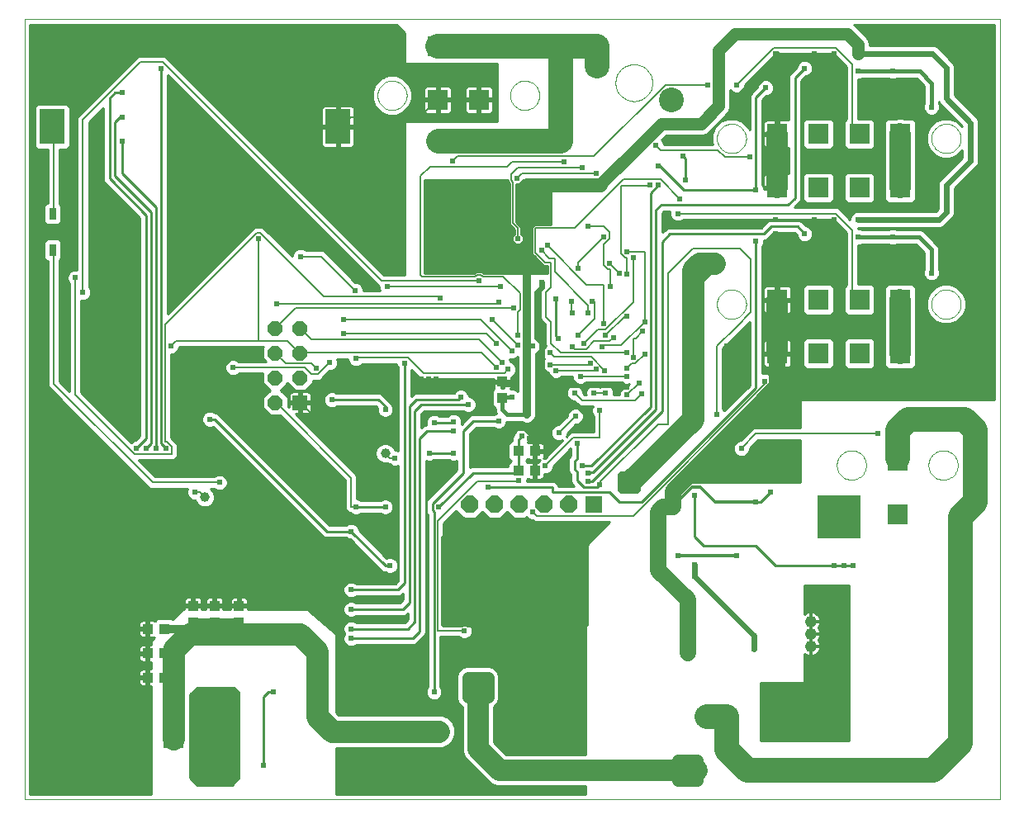
<source format=gbl>
G75*
G70*
%OFA0B0*%
%FSLAX24Y24*%
%IPPOS*%
%LPD*%
%AMOC8*
5,1,8,0,0,1.08239X$1,22.5*
%
%ADD10C,0.0000*%
%ADD11R,0.1024X0.1417*%
%ADD12R,0.0276X0.0472*%
%ADD13C,0.0476*%
%ADD14R,0.0827X0.0827*%
%ADD15C,0.1000*%
%ADD16R,0.0394X0.0433*%
%ADD17OC8,0.0700*%
%ADD18R,0.0700X0.0700*%
%ADD19R,0.0433X0.0394*%
%ADD20R,0.0600X0.0600*%
%ADD21OC8,0.0600*%
%ADD22C,0.0394*%
%ADD23C,0.0860*%
%ADD24C,0.0240*%
%ADD25C,0.0660*%
%ADD26C,0.0240*%
%ADD27C,0.0120*%
%ADD28C,0.1000*%
%ADD29C,0.0100*%
%ADD30C,0.0320*%
%ADD31C,0.0160*%
%ADD32C,0.0060*%
%ADD33R,0.1778X0.1778*%
%ADD34C,0.0560*%
%ADD35C,0.0500*%
%ADD36C,0.0063*%
%ADD37C,0.0906*%
D10*
X002964Y004456D02*
X002964Y035952D01*
X042334Y035952D01*
X042334Y004456D01*
X002964Y004456D01*
X030916Y024452D02*
X030918Y024500D01*
X030924Y024548D01*
X030934Y024595D01*
X030947Y024641D01*
X030965Y024686D01*
X030985Y024730D01*
X031010Y024772D01*
X031038Y024811D01*
X031068Y024848D01*
X031102Y024882D01*
X031139Y024914D01*
X031177Y024943D01*
X031218Y024968D01*
X031261Y024990D01*
X031306Y025008D01*
X031352Y025022D01*
X031399Y025033D01*
X031447Y025040D01*
X031495Y025043D01*
X031543Y025042D01*
X031591Y025037D01*
X031639Y025028D01*
X031685Y025016D01*
X031730Y024999D01*
X031774Y024979D01*
X031816Y024956D01*
X031856Y024929D01*
X031894Y024899D01*
X031929Y024866D01*
X031961Y024830D01*
X031991Y024792D01*
X032017Y024751D01*
X032039Y024708D01*
X032059Y024664D01*
X032074Y024619D01*
X032086Y024572D01*
X032094Y024524D01*
X032098Y024476D01*
X032098Y024428D01*
X032094Y024380D01*
X032086Y024332D01*
X032074Y024285D01*
X032059Y024240D01*
X032039Y024196D01*
X032017Y024153D01*
X031991Y024112D01*
X031961Y024074D01*
X031929Y024038D01*
X031894Y024005D01*
X031856Y023975D01*
X031816Y023948D01*
X031774Y023925D01*
X031730Y023905D01*
X031685Y023888D01*
X031639Y023876D01*
X031591Y023867D01*
X031543Y023862D01*
X031495Y023861D01*
X031447Y023864D01*
X031399Y023871D01*
X031352Y023882D01*
X031306Y023896D01*
X031261Y023914D01*
X031218Y023936D01*
X031177Y023961D01*
X031139Y023990D01*
X031102Y024022D01*
X031068Y024056D01*
X031038Y024093D01*
X031010Y024132D01*
X030985Y024174D01*
X030965Y024218D01*
X030947Y024263D01*
X030934Y024309D01*
X030924Y024356D01*
X030918Y024404D01*
X030916Y024452D01*
X030916Y031145D02*
X030918Y031193D01*
X030924Y031241D01*
X030934Y031288D01*
X030947Y031334D01*
X030965Y031379D01*
X030985Y031423D01*
X031010Y031465D01*
X031038Y031504D01*
X031068Y031541D01*
X031102Y031575D01*
X031139Y031607D01*
X031177Y031636D01*
X031218Y031661D01*
X031261Y031683D01*
X031306Y031701D01*
X031352Y031715D01*
X031399Y031726D01*
X031447Y031733D01*
X031495Y031736D01*
X031543Y031735D01*
X031591Y031730D01*
X031639Y031721D01*
X031685Y031709D01*
X031730Y031692D01*
X031774Y031672D01*
X031816Y031649D01*
X031856Y031622D01*
X031894Y031592D01*
X031929Y031559D01*
X031961Y031523D01*
X031991Y031485D01*
X032017Y031444D01*
X032039Y031401D01*
X032059Y031357D01*
X032074Y031312D01*
X032086Y031265D01*
X032094Y031217D01*
X032098Y031169D01*
X032098Y031121D01*
X032094Y031073D01*
X032086Y031025D01*
X032074Y030978D01*
X032059Y030933D01*
X032039Y030889D01*
X032017Y030846D01*
X031991Y030805D01*
X031961Y030767D01*
X031929Y030731D01*
X031894Y030698D01*
X031856Y030668D01*
X031816Y030641D01*
X031774Y030618D01*
X031730Y030598D01*
X031685Y030581D01*
X031639Y030569D01*
X031591Y030560D01*
X031543Y030555D01*
X031495Y030554D01*
X031447Y030557D01*
X031399Y030564D01*
X031352Y030575D01*
X031306Y030589D01*
X031261Y030607D01*
X031218Y030629D01*
X031177Y030654D01*
X031139Y030683D01*
X031102Y030715D01*
X031068Y030749D01*
X031038Y030786D01*
X031010Y030825D01*
X030985Y030867D01*
X030965Y030911D01*
X030947Y030956D01*
X030934Y031002D01*
X030924Y031049D01*
X030918Y031097D01*
X030916Y031145D01*
X026826Y033393D02*
X026828Y033447D01*
X026834Y033501D01*
X026844Y033555D01*
X026858Y033607D01*
X026875Y033659D01*
X026896Y033709D01*
X026921Y033757D01*
X026950Y033804D01*
X026981Y033848D01*
X027016Y033889D01*
X027054Y033929D01*
X027094Y033965D01*
X027137Y033998D01*
X027182Y034028D01*
X027230Y034055D01*
X027279Y034078D01*
X027330Y034097D01*
X027382Y034113D01*
X027435Y034125D01*
X027489Y034133D01*
X027543Y034137D01*
X027597Y034137D01*
X027651Y034133D01*
X027705Y034125D01*
X027758Y034113D01*
X027810Y034097D01*
X027861Y034078D01*
X027910Y034055D01*
X027958Y034028D01*
X028003Y033998D01*
X028046Y033965D01*
X028086Y033929D01*
X028124Y033889D01*
X028159Y033848D01*
X028190Y033804D01*
X028219Y033757D01*
X028244Y033709D01*
X028265Y033659D01*
X028282Y033607D01*
X028296Y033555D01*
X028306Y033501D01*
X028312Y033447D01*
X028314Y033393D01*
X028312Y033339D01*
X028306Y033285D01*
X028296Y033231D01*
X028282Y033179D01*
X028265Y033127D01*
X028244Y033077D01*
X028219Y033029D01*
X028190Y032982D01*
X028159Y032938D01*
X028124Y032897D01*
X028086Y032857D01*
X028046Y032821D01*
X028003Y032788D01*
X027958Y032758D01*
X027910Y032731D01*
X027861Y032708D01*
X027810Y032689D01*
X027758Y032673D01*
X027705Y032661D01*
X027651Y032653D01*
X027597Y032649D01*
X027543Y032649D01*
X027489Y032653D01*
X027435Y032661D01*
X027382Y032673D01*
X027330Y032689D01*
X027279Y032708D01*
X027230Y032731D01*
X027182Y032758D01*
X027137Y032788D01*
X027094Y032821D01*
X027054Y032857D01*
X027016Y032897D01*
X026981Y032938D01*
X026950Y032982D01*
X026921Y033029D01*
X026896Y033077D01*
X026875Y033127D01*
X026858Y033179D01*
X026844Y033231D01*
X026834Y033285D01*
X026828Y033339D01*
X026826Y033393D01*
X022569Y032885D02*
X022571Y032933D01*
X022577Y032981D01*
X022587Y033028D01*
X022600Y033074D01*
X022618Y033119D01*
X022638Y033163D01*
X022663Y033205D01*
X022691Y033244D01*
X022721Y033281D01*
X022755Y033315D01*
X022792Y033347D01*
X022830Y033376D01*
X022871Y033401D01*
X022914Y033423D01*
X022959Y033441D01*
X023005Y033455D01*
X023052Y033466D01*
X023100Y033473D01*
X023148Y033476D01*
X023196Y033475D01*
X023244Y033470D01*
X023292Y033461D01*
X023338Y033449D01*
X023383Y033432D01*
X023427Y033412D01*
X023469Y033389D01*
X023509Y033362D01*
X023547Y033332D01*
X023582Y033299D01*
X023614Y033263D01*
X023644Y033225D01*
X023670Y033184D01*
X023692Y033141D01*
X023712Y033097D01*
X023727Y033052D01*
X023739Y033005D01*
X023747Y032957D01*
X023751Y032909D01*
X023751Y032861D01*
X023747Y032813D01*
X023739Y032765D01*
X023727Y032718D01*
X023712Y032673D01*
X023692Y032629D01*
X023670Y032586D01*
X023644Y032545D01*
X023614Y032507D01*
X023582Y032471D01*
X023547Y032438D01*
X023509Y032408D01*
X023469Y032381D01*
X023427Y032358D01*
X023383Y032338D01*
X023338Y032321D01*
X023292Y032309D01*
X023244Y032300D01*
X023196Y032295D01*
X023148Y032294D01*
X023100Y032297D01*
X023052Y032304D01*
X023005Y032315D01*
X022959Y032329D01*
X022914Y032347D01*
X022871Y032369D01*
X022830Y032394D01*
X022792Y032423D01*
X022755Y032455D01*
X022721Y032489D01*
X022691Y032526D01*
X022663Y032565D01*
X022638Y032607D01*
X022618Y032651D01*
X022600Y032696D01*
X022587Y032742D01*
X022577Y032789D01*
X022571Y032837D01*
X022569Y032885D01*
X017215Y032885D02*
X017217Y032933D01*
X017223Y032981D01*
X017233Y033028D01*
X017246Y033074D01*
X017264Y033119D01*
X017284Y033163D01*
X017309Y033205D01*
X017337Y033244D01*
X017367Y033281D01*
X017401Y033315D01*
X017438Y033347D01*
X017476Y033376D01*
X017517Y033401D01*
X017560Y033423D01*
X017605Y033441D01*
X017651Y033455D01*
X017698Y033466D01*
X017746Y033473D01*
X017794Y033476D01*
X017842Y033475D01*
X017890Y033470D01*
X017938Y033461D01*
X017984Y033449D01*
X018029Y033432D01*
X018073Y033412D01*
X018115Y033389D01*
X018155Y033362D01*
X018193Y033332D01*
X018228Y033299D01*
X018260Y033263D01*
X018290Y033225D01*
X018316Y033184D01*
X018338Y033141D01*
X018358Y033097D01*
X018373Y033052D01*
X018385Y033005D01*
X018393Y032957D01*
X018397Y032909D01*
X018397Y032861D01*
X018393Y032813D01*
X018385Y032765D01*
X018373Y032718D01*
X018358Y032673D01*
X018338Y032629D01*
X018316Y032586D01*
X018290Y032545D01*
X018260Y032507D01*
X018228Y032471D01*
X018193Y032438D01*
X018155Y032408D01*
X018115Y032381D01*
X018073Y032358D01*
X018029Y032338D01*
X017984Y032321D01*
X017938Y032309D01*
X017890Y032300D01*
X017842Y032295D01*
X017794Y032294D01*
X017746Y032297D01*
X017698Y032304D01*
X017651Y032315D01*
X017605Y032329D01*
X017560Y032347D01*
X017517Y032369D01*
X017476Y032394D01*
X017438Y032423D01*
X017401Y032455D01*
X017367Y032489D01*
X017337Y032526D01*
X017309Y032565D01*
X017284Y032607D01*
X017264Y032651D01*
X017246Y032696D01*
X017233Y032742D01*
X017223Y032789D01*
X017217Y032837D01*
X017215Y032885D01*
X035758Y017956D02*
X035760Y018004D01*
X035766Y018052D01*
X035776Y018099D01*
X035789Y018145D01*
X035807Y018190D01*
X035827Y018234D01*
X035852Y018276D01*
X035880Y018315D01*
X035910Y018352D01*
X035944Y018386D01*
X035981Y018418D01*
X036019Y018447D01*
X036060Y018472D01*
X036103Y018494D01*
X036148Y018512D01*
X036194Y018526D01*
X036241Y018537D01*
X036289Y018544D01*
X036337Y018547D01*
X036385Y018546D01*
X036433Y018541D01*
X036481Y018532D01*
X036527Y018520D01*
X036572Y018503D01*
X036616Y018483D01*
X036658Y018460D01*
X036698Y018433D01*
X036736Y018403D01*
X036771Y018370D01*
X036803Y018334D01*
X036833Y018296D01*
X036859Y018255D01*
X036881Y018212D01*
X036901Y018168D01*
X036916Y018123D01*
X036928Y018076D01*
X036936Y018028D01*
X036940Y017980D01*
X036940Y017932D01*
X036936Y017884D01*
X036928Y017836D01*
X036916Y017789D01*
X036901Y017744D01*
X036881Y017700D01*
X036859Y017657D01*
X036833Y017616D01*
X036803Y017578D01*
X036771Y017542D01*
X036736Y017509D01*
X036698Y017479D01*
X036658Y017452D01*
X036616Y017429D01*
X036572Y017409D01*
X036527Y017392D01*
X036481Y017380D01*
X036433Y017371D01*
X036385Y017366D01*
X036337Y017365D01*
X036289Y017368D01*
X036241Y017375D01*
X036194Y017386D01*
X036148Y017400D01*
X036103Y017418D01*
X036060Y017440D01*
X036019Y017465D01*
X035981Y017494D01*
X035944Y017526D01*
X035910Y017560D01*
X035880Y017597D01*
X035852Y017636D01*
X035827Y017678D01*
X035807Y017722D01*
X035789Y017767D01*
X035776Y017813D01*
X035766Y017860D01*
X035760Y017908D01*
X035758Y017956D01*
X039459Y017956D02*
X039461Y018004D01*
X039467Y018052D01*
X039477Y018099D01*
X039490Y018145D01*
X039508Y018190D01*
X039528Y018234D01*
X039553Y018276D01*
X039581Y018315D01*
X039611Y018352D01*
X039645Y018386D01*
X039682Y018418D01*
X039720Y018447D01*
X039761Y018472D01*
X039804Y018494D01*
X039849Y018512D01*
X039895Y018526D01*
X039942Y018537D01*
X039990Y018544D01*
X040038Y018547D01*
X040086Y018546D01*
X040134Y018541D01*
X040182Y018532D01*
X040228Y018520D01*
X040273Y018503D01*
X040317Y018483D01*
X040359Y018460D01*
X040399Y018433D01*
X040437Y018403D01*
X040472Y018370D01*
X040504Y018334D01*
X040534Y018296D01*
X040560Y018255D01*
X040582Y018212D01*
X040602Y018168D01*
X040617Y018123D01*
X040629Y018076D01*
X040637Y018028D01*
X040641Y017980D01*
X040641Y017932D01*
X040637Y017884D01*
X040629Y017836D01*
X040617Y017789D01*
X040602Y017744D01*
X040582Y017700D01*
X040560Y017657D01*
X040534Y017616D01*
X040504Y017578D01*
X040472Y017542D01*
X040437Y017509D01*
X040399Y017479D01*
X040359Y017452D01*
X040317Y017429D01*
X040273Y017409D01*
X040228Y017392D01*
X040182Y017380D01*
X040134Y017371D01*
X040086Y017366D01*
X040038Y017365D01*
X039990Y017368D01*
X039942Y017375D01*
X039895Y017386D01*
X039849Y017400D01*
X039804Y017418D01*
X039761Y017440D01*
X039720Y017465D01*
X039682Y017494D01*
X039645Y017526D01*
X039611Y017560D01*
X039581Y017597D01*
X039553Y017636D01*
X039528Y017678D01*
X039508Y017722D01*
X039490Y017767D01*
X039477Y017813D01*
X039467Y017860D01*
X039461Y017908D01*
X039459Y017956D01*
X039577Y024452D02*
X039579Y024500D01*
X039585Y024548D01*
X039595Y024595D01*
X039608Y024641D01*
X039626Y024686D01*
X039646Y024730D01*
X039671Y024772D01*
X039699Y024811D01*
X039729Y024848D01*
X039763Y024882D01*
X039800Y024914D01*
X039838Y024943D01*
X039879Y024968D01*
X039922Y024990D01*
X039967Y025008D01*
X040013Y025022D01*
X040060Y025033D01*
X040108Y025040D01*
X040156Y025043D01*
X040204Y025042D01*
X040252Y025037D01*
X040300Y025028D01*
X040346Y025016D01*
X040391Y024999D01*
X040435Y024979D01*
X040477Y024956D01*
X040517Y024929D01*
X040555Y024899D01*
X040590Y024866D01*
X040622Y024830D01*
X040652Y024792D01*
X040678Y024751D01*
X040700Y024708D01*
X040720Y024664D01*
X040735Y024619D01*
X040747Y024572D01*
X040755Y024524D01*
X040759Y024476D01*
X040759Y024428D01*
X040755Y024380D01*
X040747Y024332D01*
X040735Y024285D01*
X040720Y024240D01*
X040700Y024196D01*
X040678Y024153D01*
X040652Y024112D01*
X040622Y024074D01*
X040590Y024038D01*
X040555Y024005D01*
X040517Y023975D01*
X040477Y023948D01*
X040435Y023925D01*
X040391Y023905D01*
X040346Y023888D01*
X040300Y023876D01*
X040252Y023867D01*
X040204Y023862D01*
X040156Y023861D01*
X040108Y023864D01*
X040060Y023871D01*
X040013Y023882D01*
X039967Y023896D01*
X039922Y023914D01*
X039879Y023936D01*
X039838Y023961D01*
X039800Y023990D01*
X039763Y024022D01*
X039729Y024056D01*
X039699Y024093D01*
X039671Y024132D01*
X039646Y024174D01*
X039626Y024218D01*
X039608Y024263D01*
X039595Y024309D01*
X039585Y024356D01*
X039579Y024404D01*
X039577Y024452D01*
X039577Y031145D02*
X039579Y031193D01*
X039585Y031241D01*
X039595Y031288D01*
X039608Y031334D01*
X039626Y031379D01*
X039646Y031423D01*
X039671Y031465D01*
X039699Y031504D01*
X039729Y031541D01*
X039763Y031575D01*
X039800Y031607D01*
X039838Y031636D01*
X039879Y031661D01*
X039922Y031683D01*
X039967Y031701D01*
X040013Y031715D01*
X040060Y031726D01*
X040108Y031733D01*
X040156Y031736D01*
X040204Y031735D01*
X040252Y031730D01*
X040300Y031721D01*
X040346Y031709D01*
X040391Y031692D01*
X040435Y031672D01*
X040477Y031649D01*
X040517Y031622D01*
X040555Y031592D01*
X040590Y031559D01*
X040622Y031523D01*
X040652Y031485D01*
X040678Y031444D01*
X040700Y031401D01*
X040720Y031357D01*
X040735Y031312D01*
X040747Y031265D01*
X040755Y031217D01*
X040759Y031169D01*
X040759Y031121D01*
X040755Y031073D01*
X040747Y031025D01*
X040735Y030978D01*
X040720Y030933D01*
X040700Y030889D01*
X040678Y030846D01*
X040652Y030805D01*
X040622Y030767D01*
X040590Y030731D01*
X040555Y030698D01*
X040517Y030668D01*
X040477Y030641D01*
X040435Y030618D01*
X040391Y030598D01*
X040346Y030581D01*
X040300Y030569D01*
X040252Y030560D01*
X040204Y030555D01*
X040156Y030554D01*
X040108Y030557D01*
X040060Y030564D01*
X040013Y030575D01*
X039967Y030589D01*
X039922Y030607D01*
X039879Y030629D01*
X039838Y030654D01*
X039800Y030683D01*
X039763Y030715D01*
X039729Y030749D01*
X039699Y030786D01*
X039671Y030825D01*
X039646Y030867D01*
X039626Y030911D01*
X039608Y030956D01*
X039595Y031002D01*
X039585Y031049D01*
X039579Y031097D01*
X039577Y031145D01*
D11*
X015621Y031622D03*
X004086Y031622D03*
D12*
X004105Y028098D03*
X004105Y026641D03*
D13*
X034710Y011649D03*
X034710Y011149D03*
X034710Y010649D03*
D14*
X038200Y015972D03*
X038200Y018137D03*
X038318Y022468D03*
X036664Y022468D03*
X035011Y022468D03*
X033357Y022468D03*
X033357Y024633D03*
X035011Y024633D03*
X036664Y024633D03*
X038318Y024633D03*
X038318Y029161D03*
X036664Y029161D03*
X035011Y029161D03*
X033357Y029161D03*
X033357Y031326D03*
X035011Y031326D03*
X036664Y031326D03*
X038318Y031326D03*
X021310Y032704D03*
X019656Y032704D03*
X019656Y034870D03*
X021310Y034870D03*
D15*
X026070Y034074D03*
X029070Y032712D03*
D16*
X022255Y021326D03*
X022255Y020657D03*
X011625Y012271D03*
X011625Y011602D03*
X010641Y011602D03*
X010641Y012271D03*
X009775Y012271D03*
X009775Y011602D03*
D17*
X020936Y016366D03*
X021936Y016366D03*
X022936Y016366D03*
X023936Y016366D03*
X024936Y016366D03*
D18*
X025936Y016366D03*
D19*
X023574Y017724D03*
X022905Y017724D03*
X022905Y018531D03*
X023574Y018531D03*
X008613Y011346D03*
X007944Y011346D03*
X007944Y010362D03*
X008613Y010362D03*
X008613Y009378D03*
X007944Y009378D03*
D20*
X014094Y020476D03*
D21*
X013094Y020476D03*
X013094Y021476D03*
X014094Y021476D03*
X014094Y022476D03*
X013094Y022476D03*
X013094Y023476D03*
X014094Y023476D03*
D22*
X017531Y018433D03*
X010247Y016661D03*
D23*
X021271Y009181D02*
X021271Y008590D01*
X021271Y006518D01*
X022151Y005637D01*
X030129Y005637D01*
X033357Y022468D02*
X033357Y023354D01*
X033357Y024633D01*
X038318Y024633D02*
X038318Y022468D01*
X038318Y029161D02*
X038318Y031326D01*
X033357Y031326D02*
X033357Y029161D01*
D24*
X032491Y029063D03*
X033279Y027881D03*
X033279Y027291D03*
X032491Y026996D03*
X030916Y027685D03*
X030523Y027685D03*
X030129Y027685D03*
X029342Y028118D03*
X029420Y028708D03*
X029637Y029456D03*
X028554Y029259D03*
X028200Y029259D03*
X028554Y030047D03*
X028436Y030874D03*
X027668Y030834D03*
X026034Y029732D03*
X025483Y029968D03*
X024735Y030204D03*
X022845Y029535D03*
X022452Y028866D03*
X022058Y028866D03*
X021664Y028866D03*
X021271Y028866D03*
X020877Y028866D03*
X020483Y028866D03*
X020483Y028472D03*
X020877Y028472D03*
X021271Y028472D03*
X021664Y028472D03*
X021664Y028078D03*
X021664Y027685D03*
X021664Y027291D03*
X021664Y026897D03*
X021271Y026897D03*
X021271Y026504D03*
X021664Y026504D03*
X022058Y026504D03*
X022058Y026897D03*
X022452Y026897D03*
X022452Y026504D03*
X022885Y027094D03*
X022452Y027291D03*
X022452Y027685D03*
X022452Y028078D03*
X022058Y028078D03*
X022058Y027685D03*
X022058Y027291D03*
X020877Y026897D03*
X020877Y026504D03*
X020483Y026504D03*
X020483Y026897D03*
X020090Y026897D03*
X020090Y026504D03*
X019696Y026504D03*
X019696Y026897D03*
X019696Y027291D03*
X019696Y027685D03*
X019696Y028078D03*
X019302Y026110D03*
X019696Y025913D03*
X019735Y024693D03*
X021310Y025401D03*
X022176Y025165D03*
X022097Y024535D03*
X022727Y024299D03*
X021861Y023826D03*
X022019Y022881D03*
X022649Y022567D03*
X022885Y022803D03*
X022885Y023196D03*
X023475Y022763D03*
X024184Y022488D03*
X024499Y023078D03*
X025090Y022724D03*
X025562Y022881D03*
X025326Y023196D03*
X026271Y022724D03*
X026428Y023196D03*
X026743Y023118D03*
X026349Y023669D03*
X025719Y024102D03*
X025877Y024574D03*
X025090Y024102D03*
X025050Y024574D03*
X024420Y024653D03*
X023830Y025322D03*
X025326Y025913D03*
X026586Y026110D03*
X026979Y025716D03*
X027294Y025677D03*
X027531Y026346D03*
X027294Y026582D03*
X026349Y027173D03*
X025719Y027606D03*
X024066Y026819D03*
X023830Y026622D03*
X023239Y027646D03*
X022452Y028472D03*
X022058Y028472D03*
X020247Y030244D03*
X020286Y030834D03*
X019893Y030834D03*
X019893Y031228D03*
X020286Y031228D03*
X020680Y031228D03*
X019499Y031228D03*
X019499Y030834D03*
X016940Y030637D03*
X016940Y030244D03*
X016940Y031031D03*
X012412Y027094D03*
X014105Y026385D03*
X013160Y024456D03*
X015838Y023826D03*
X015838Y023275D03*
X016349Y022252D03*
X016120Y021372D03*
X015817Y021372D03*
X015514Y021372D03*
X015286Y022094D03*
X014735Y021858D03*
X015365Y020598D03*
X017531Y020204D03*
X018970Y021433D03*
X019273Y021433D03*
X019576Y021433D03*
X020582Y020696D03*
X020877Y020401D03*
X020286Y019712D03*
X020286Y019319D03*
X019499Y019673D03*
X019302Y018433D03*
X020286Y018433D03*
X021468Y018826D03*
X022097Y019732D03*
X023042Y019122D03*
X023338Y019023D03*
X023239Y020007D03*
X022649Y020696D03*
X022649Y021189D03*
X022491Y021819D03*
X022255Y022094D03*
X022019Y021897D03*
X023830Y021189D03*
X024420Y021779D03*
X024184Y022015D03*
X025405Y021543D03*
X025798Y022055D03*
X026034Y021819D03*
X026389Y021779D03*
X027294Y021858D03*
X027294Y021543D03*
X027294Y021110D03*
X027294Y020795D03*
X027885Y020834D03*
X027767Y021267D03*
X027531Y022291D03*
X027294Y022488D03*
X028003Y022448D03*
X027924Y023354D03*
X028003Y023748D03*
X027294Y023984D03*
X026625Y025165D03*
X030227Y025815D03*
X030227Y026110D03*
X030227Y026405D03*
X030523Y026405D03*
X030818Y026405D03*
X030818Y026110D03*
X030523Y026110D03*
X030523Y025815D03*
X030818Y025815D03*
X033357Y023354D03*
X031704Y022763D03*
X031704Y022370D03*
X031310Y022370D03*
X031310Y022763D03*
X032845Y021346D03*
X033082Y019811D03*
X033475Y019811D03*
X033869Y019811D03*
X033869Y018630D03*
X033475Y018630D03*
X033082Y018630D03*
X031901Y018630D03*
X030916Y020007D03*
X027668Y017547D03*
X027373Y017547D03*
X027078Y017547D03*
X027078Y017252D03*
X027373Y017252D03*
X027668Y017252D03*
X027668Y016956D03*
X027373Y016956D03*
X027078Y016956D03*
X026192Y017173D03*
X025700Y017311D03*
X025700Y017645D03*
X025483Y017921D03*
X025286Y018826D03*
X024538Y019259D03*
X025208Y019929D03*
X025168Y020874D03*
X025956Y020874D03*
X026428Y020874D03*
X026192Y020165D03*
X023987Y017921D03*
X022924Y017330D03*
X021664Y017055D03*
X023475Y016070D03*
X023436Y015283D03*
X023436Y014889D03*
X023042Y014889D03*
X022649Y014889D03*
X022649Y015283D03*
X023042Y015283D03*
X022255Y015283D03*
X022255Y014889D03*
X021861Y014889D03*
X021468Y014889D03*
X021468Y015283D03*
X021861Y015283D03*
X021074Y015283D03*
X021074Y014889D03*
X020680Y014889D03*
X020680Y014496D03*
X020286Y014496D03*
X020286Y014889D03*
X020286Y015283D03*
X020680Y015283D03*
X020680Y014102D03*
X020286Y014102D03*
X020286Y013708D03*
X020286Y013315D03*
X020680Y013315D03*
X020680Y013708D03*
X020680Y012921D03*
X020286Y012921D03*
X020286Y012527D03*
X020286Y012133D03*
X020680Y012133D03*
X020680Y012527D03*
X021861Y012330D03*
X022255Y012330D03*
X022649Y012330D03*
X023042Y012330D03*
X023042Y012724D03*
X022649Y012724D03*
X022255Y012724D03*
X021861Y012724D03*
X021861Y013118D03*
X022255Y013118D03*
X022649Y013118D03*
X023042Y013118D03*
X024223Y013315D03*
X024223Y013708D03*
X024223Y014102D03*
X024223Y014496D03*
X024223Y014889D03*
X023830Y014889D03*
X023830Y015283D03*
X024223Y015283D03*
X024617Y015283D03*
X024617Y014889D03*
X024617Y014496D03*
X024617Y014102D03*
X024617Y013708D03*
X024617Y013315D03*
X024617Y012921D03*
X024223Y012921D03*
X024223Y012527D03*
X021664Y009378D03*
X021271Y009378D03*
X020877Y009378D03*
X020877Y008984D03*
X021271Y008984D03*
X021664Y008984D03*
X021664Y008590D03*
X021271Y008590D03*
X020877Y008590D03*
X019499Y008787D03*
X019401Y007507D03*
X019401Y007212D03*
X019696Y007212D03*
X019696Y006917D03*
X019401Y006917D03*
X019105Y006917D03*
X019105Y007212D03*
X019105Y007507D03*
X019696Y007507D03*
X017727Y009181D03*
X017334Y009181D03*
X017334Y009574D03*
X017727Y009574D03*
X016153Y010952D03*
X016153Y011346D03*
X016153Y012133D03*
X016153Y012921D03*
X017727Y013905D03*
X016153Y015283D03*
X016349Y016267D03*
X016546Y017055D03*
X017531Y017055D03*
X017531Y016267D03*
X017924Y018236D03*
X019696Y016267D03*
X020719Y011267D03*
X023830Y007212D03*
X024223Y007212D03*
X024223Y006819D03*
X023830Y006819D03*
X021074Y005441D03*
X020680Y005441D03*
X020680Y005047D03*
X021074Y005047D03*
X013003Y008787D03*
X011330Y008689D03*
X011034Y008689D03*
X010247Y008689D03*
X009952Y008689D03*
X010149Y007409D03*
X010149Y007114D03*
X010149Y006819D03*
X009263Y006917D03*
X009263Y007212D03*
X008968Y007212D03*
X008968Y006917D03*
X008968Y006622D03*
X009263Y006622D03*
X008672Y006622D03*
X008672Y006917D03*
X008672Y007212D03*
X007885Y008787D03*
X011133Y007409D03*
X011133Y007114D03*
X011133Y006819D03*
X012609Y005834D03*
X011231Y005244D03*
X010050Y005244D03*
X005719Y005047D03*
X006507Y011740D03*
X006507Y012133D03*
X006901Y012133D03*
X006901Y011740D03*
X006901Y014496D03*
X006507Y014496D03*
X008475Y014693D03*
X008475Y015086D03*
X008475Y015480D03*
X008869Y015480D03*
X008869Y015086D03*
X008869Y014693D03*
X009263Y014693D03*
X009263Y015086D03*
X009656Y015086D03*
X009656Y014693D03*
X009656Y015480D03*
X009263Y015480D03*
X009460Y016464D03*
X009460Y016858D03*
X009853Y016858D03*
X010838Y017252D03*
X008672Y018630D03*
X008279Y018630D03*
X007885Y018630D03*
X007491Y018630D03*
X007294Y020007D03*
X006901Y020007D03*
X006901Y020401D03*
X007294Y020401D03*
X007294Y020795D03*
X006901Y020795D03*
X008869Y022763D03*
X011389Y021897D03*
X010444Y019811D03*
X013790Y018433D03*
X018318Y022074D03*
X016310Y025007D03*
X017609Y025165D03*
X010247Y030244D03*
X010247Y030637D03*
X009853Y030637D03*
X009853Y030244D03*
X009460Y030244D03*
X009460Y030637D03*
X009460Y031031D03*
X009853Y031031D03*
X010247Y031031D03*
X006901Y031031D03*
X006901Y032015D03*
X006901Y033000D03*
X008475Y033984D03*
X005916Y029456D03*
X005916Y029063D03*
X005916Y028669D03*
X005916Y028275D03*
X005916Y027881D03*
X005916Y027488D03*
X005011Y025519D03*
X005326Y024929D03*
X028948Y016267D03*
X029145Y016070D03*
X029342Y016267D03*
X029145Y016464D03*
X030011Y016740D03*
X032491Y016464D03*
X033082Y016858D03*
X031704Y014299D03*
X030011Y013944D03*
X030011Y013472D03*
X029342Y014299D03*
X032412Y011070D03*
X032412Y010795D03*
X032412Y010519D03*
X029932Y010559D03*
X029735Y010756D03*
X029538Y010559D03*
X029735Y010362D03*
X030326Y008000D03*
X030719Y008000D03*
X030719Y007606D03*
X030326Y007606D03*
X031113Y007606D03*
X031113Y008000D03*
X031507Y008000D03*
X031507Y007606D03*
X033279Y007803D03*
X033279Y008196D03*
X033279Y008590D03*
X034066Y008590D03*
X034460Y008590D03*
X034460Y008196D03*
X034460Y007803D03*
X034460Y007409D03*
X034066Y007409D03*
X033279Y007409D03*
X035641Y007409D03*
X036034Y007409D03*
X036034Y007015D03*
X035641Y007015D03*
X035641Y007803D03*
X036034Y007803D03*
X036034Y008196D03*
X035641Y008196D03*
X035641Y008590D03*
X036034Y008590D03*
X036034Y008984D03*
X035641Y008984D03*
X035641Y009378D03*
X035641Y009771D03*
X036034Y009771D03*
X036034Y009378D03*
X035247Y009378D03*
X035247Y009771D03*
X034853Y009771D03*
X034853Y009378D03*
X036034Y010165D03*
X036034Y010559D03*
X036034Y010952D03*
X036034Y011346D03*
X036034Y011740D03*
X036034Y012133D03*
X036034Y012527D03*
X035641Y012527D03*
X035641Y012921D03*
X036034Y012921D03*
X035247Y012921D03*
X034853Y012921D03*
X034853Y012527D03*
X035247Y012527D03*
X035641Y013905D03*
X036034Y013905D03*
X036428Y013905D03*
X037412Y019220D03*
X038200Y021189D03*
X038594Y021189D03*
X038987Y021189D03*
X039578Y025716D03*
X038003Y027173D03*
X036625Y027173D03*
X036625Y027881D03*
X035641Y027881D03*
X034853Y027881D03*
X034460Y027291D03*
X032255Y030401D03*
X029538Y030441D03*
X030562Y033315D03*
X031704Y033315D03*
X032885Y033196D03*
X034460Y033984D03*
X034853Y034574D03*
X035641Y034574D03*
X036625Y034574D03*
X036625Y033866D03*
X038003Y033866D03*
X039578Y032409D03*
X039775Y030047D03*
X039775Y029653D03*
X039381Y029653D03*
X039381Y030047D03*
X040956Y028669D03*
X041349Y028669D03*
X041349Y028275D03*
X040956Y028275D03*
X033279Y034574D03*
X030129Y006031D03*
X030129Y005637D03*
X029735Y005637D03*
X029342Y005637D03*
X029342Y006031D03*
X029735Y006031D03*
X029735Y005244D03*
X029342Y005244D03*
X030129Y005244D03*
D25*
X029735Y010362D02*
X029735Y012527D01*
X028554Y013708D01*
X028554Y016070D01*
X028751Y016267D01*
X028948Y016267D01*
X029145Y016267D01*
X029145Y016911D01*
X033357Y021124D01*
X033357Y022468D01*
D26*
X033357Y024633D02*
X033357Y025913D01*
X033869Y026425D01*
X033869Y026734D01*
X033312Y027291D01*
X033279Y027291D01*
X036625Y027881D02*
X039890Y027881D01*
X040168Y028160D01*
X040168Y029259D01*
X041153Y030244D01*
X041153Y031772D01*
X040168Y032756D01*
X040168Y034018D01*
X039612Y034574D01*
X036625Y034574D01*
X033357Y034574D02*
X033279Y034574D01*
X033357Y034574D02*
X033357Y031326D01*
X023830Y025322D02*
X023830Y025126D01*
X023633Y024929D01*
X023633Y023118D01*
X023830Y022921D01*
X023830Y021189D01*
X029145Y016267D02*
X029342Y016267D01*
X029145Y016267D02*
X029145Y016070D01*
X030011Y013944D02*
X030011Y013472D01*
X032412Y011070D01*
X032412Y010795D01*
X032412Y010519D01*
X025601Y011543D02*
X020838Y011543D01*
X020779Y011567D01*
X020660Y011567D01*
X020601Y011543D01*
X019893Y011543D01*
X019893Y015040D01*
X020333Y015480D01*
X025161Y015480D01*
X025601Y015040D01*
X025601Y011543D01*
X025601Y011611D02*
X019893Y011611D01*
X019893Y011850D02*
X025601Y011850D01*
X025601Y012088D02*
X019893Y012088D01*
X019893Y012327D02*
X025601Y012327D01*
X025601Y012565D02*
X019893Y012565D01*
X019893Y012804D02*
X025601Y012804D01*
X025601Y013042D02*
X019893Y013042D01*
X019893Y013281D02*
X025601Y013281D01*
X025601Y013519D02*
X019893Y013519D01*
X019893Y013758D02*
X025601Y013758D01*
X025601Y013996D02*
X019893Y013996D01*
X019893Y014235D02*
X025601Y014235D01*
X025601Y014473D02*
X019893Y014473D01*
X019893Y014712D02*
X025601Y014712D01*
X025601Y014950D02*
X019893Y014950D01*
X020042Y015189D02*
X025452Y015189D01*
X025214Y015427D02*
X020280Y015427D01*
X007885Y008787D02*
X006471Y008787D01*
X006271Y008586D01*
X006271Y005067D01*
X005719Y005067D01*
X005719Y005047D01*
D27*
X029342Y014299D02*
X031704Y014299D01*
X032491Y016464D02*
X030835Y016464D01*
X030244Y017055D01*
X029898Y017055D01*
X029342Y016498D01*
X029342Y016267D01*
D28*
X038200Y018236D02*
X038200Y019370D01*
X038640Y019811D01*
X040909Y019811D01*
X041349Y019370D01*
X041349Y016464D01*
X040759Y015874D01*
X040759Y006751D01*
X039645Y005637D01*
X032145Y005637D01*
X031310Y006473D01*
X031310Y007803D01*
X030523Y007803D01*
X024617Y031031D02*
X020286Y031031D01*
X019893Y031031D01*
X019696Y031031D01*
X019656Y034870D02*
X024617Y034870D01*
X024617Y031031D01*
X026070Y034074D02*
X026070Y034870D01*
X019656Y034870D01*
X021310Y034870D01*
D29*
X022058Y034160D02*
X022058Y031819D01*
X018318Y031819D01*
X018318Y025641D01*
X017472Y025641D01*
X008758Y034356D01*
X008690Y034424D01*
X008602Y034460D01*
X007601Y034460D01*
X007513Y034424D01*
X005190Y032101D01*
X005122Y032033D01*
X005086Y031945D01*
X005086Y025845D01*
X005076Y025849D01*
X004945Y025849D01*
X004824Y025799D01*
X004731Y025706D01*
X004681Y025585D01*
X004681Y025454D01*
X004731Y025332D01*
X004771Y025293D01*
X004771Y020951D01*
X004385Y021337D01*
X004385Y026250D01*
X004453Y026318D01*
X004453Y026965D01*
X004330Y027088D01*
X003881Y027088D01*
X003758Y026965D01*
X003758Y026318D01*
X003881Y026195D01*
X003905Y026195D01*
X003905Y021190D01*
X003941Y021102D01*
X004009Y021034D01*
X007995Y017048D01*
X008083Y017012D01*
X009560Y017012D01*
X009523Y016924D01*
X009523Y016792D01*
X009574Y016671D01*
X009666Y016578D01*
X009788Y016528D01*
X009862Y016528D01*
X009902Y016431D01*
X010017Y016316D01*
X010166Y016254D01*
X010328Y016254D01*
X010478Y016316D01*
X010592Y016431D01*
X010654Y016580D01*
X010654Y016742D01*
X010592Y016891D01*
X010478Y017006D01*
X010464Y017012D01*
X010611Y017012D01*
X010651Y016972D01*
X010772Y016922D01*
X010903Y016922D01*
X011025Y016972D01*
X011117Y017065D01*
X011168Y017186D01*
X011168Y017317D01*
X011117Y017439D01*
X011025Y017531D01*
X010903Y017582D01*
X010772Y017582D01*
X010651Y017531D01*
X010611Y017492D01*
X008230Y017492D01*
X007568Y018153D01*
X008956Y018153D01*
X009044Y018190D01*
X009112Y018257D01*
X009148Y018346D01*
X009148Y018756D01*
X009112Y018844D01*
X009044Y018912D01*
X008873Y019083D01*
X008873Y022433D01*
X008935Y022433D01*
X009056Y022484D01*
X009149Y022576D01*
X009199Y022698D01*
X009199Y022720D01*
X012617Y022720D01*
X012584Y022687D01*
X012584Y022265D01*
X012711Y022137D01*
X011615Y022137D01*
X011576Y022177D01*
X011454Y022227D01*
X011323Y022227D01*
X011202Y022177D01*
X011109Y022084D01*
X011059Y021963D01*
X011059Y021832D01*
X011109Y021710D01*
X011202Y021617D01*
X011323Y021567D01*
X011454Y021567D01*
X011576Y021617D01*
X011615Y021657D01*
X012584Y021657D01*
X012584Y021265D01*
X012872Y020976D01*
X012584Y020687D01*
X012584Y020265D01*
X012882Y019966D01*
X013296Y019966D01*
X015913Y017349D01*
X015913Y016220D01*
X015949Y016131D01*
X016017Y016064D01*
X016105Y016027D01*
X016123Y016027D01*
X016162Y015988D01*
X016284Y015937D01*
X016415Y015937D01*
X016536Y015988D01*
X016556Y016007D01*
X017324Y016007D01*
X017344Y015988D01*
X017465Y015937D01*
X017596Y015937D01*
X017717Y015988D01*
X017810Y016080D01*
X017861Y016202D01*
X017861Y016333D01*
X017810Y016454D01*
X017717Y016547D01*
X017596Y016597D01*
X017465Y016597D01*
X017344Y016547D01*
X017324Y016527D01*
X016556Y016527D01*
X016536Y016547D01*
X016415Y016597D01*
X016393Y016597D01*
X016393Y017496D01*
X016356Y017584D01*
X016289Y017652D01*
X013914Y020026D01*
X014044Y020026D01*
X014044Y020426D01*
X014144Y020426D01*
X014144Y020526D01*
X014544Y020526D01*
X014544Y020796D01*
X014533Y020834D01*
X014514Y020868D01*
X014486Y020896D01*
X014451Y020916D01*
X014413Y020926D01*
X014144Y020926D01*
X014144Y020526D01*
X014044Y020526D01*
X014044Y020926D01*
X013774Y020926D01*
X013736Y020916D01*
X013701Y020896D01*
X013673Y020868D01*
X013654Y020834D01*
X013644Y020796D01*
X013644Y020526D01*
X014043Y020526D01*
X014043Y020426D01*
X013644Y020426D01*
X013644Y020297D01*
X013604Y020337D01*
X013604Y020687D01*
X013315Y020976D01*
X013594Y021255D01*
X013882Y020966D01*
X014305Y020966D01*
X014604Y021265D01*
X014604Y021382D01*
X014862Y021382D01*
X014950Y021418D01*
X015017Y021486D01*
X015296Y021764D01*
X015352Y021764D01*
X015473Y021814D01*
X015566Y021907D01*
X015616Y022028D01*
X015616Y022160D01*
X015580Y022248D01*
X016019Y022248D01*
X016019Y022186D01*
X016070Y022065D01*
X016162Y021972D01*
X016284Y021922D01*
X016415Y021922D01*
X016536Y021972D01*
X016615Y022051D01*
X017988Y022051D01*
X017988Y022009D01*
X018038Y021887D01*
X018058Y021868D01*
X018058Y018538D01*
X017990Y018566D01*
X017916Y018566D01*
X017875Y018663D01*
X017761Y018778D01*
X017611Y018840D01*
X017450Y018840D01*
X017300Y018778D01*
X017186Y018663D01*
X017124Y018514D01*
X017124Y018352D01*
X017186Y018202D01*
X017300Y018088D01*
X017450Y018026D01*
X017607Y018026D01*
X017680Y017996D01*
X017698Y017996D01*
X017737Y017956D01*
X017859Y017906D01*
X017990Y017906D01*
X018058Y017934D01*
X018058Y013307D01*
X017932Y013181D01*
X016359Y013181D01*
X016339Y013201D01*
X016218Y013251D01*
X016087Y013251D01*
X015966Y013201D01*
X015873Y013108D01*
X015823Y012987D01*
X015823Y012855D01*
X015873Y012734D01*
X015966Y012641D01*
X016087Y012591D01*
X016218Y012591D01*
X016339Y012641D01*
X016359Y012661D01*
X018091Y012661D01*
X018187Y012700D01*
X018255Y012768D01*
X018255Y012520D01*
X018129Y012393D01*
X016359Y012393D01*
X016339Y012413D01*
X016218Y012463D01*
X016087Y012463D01*
X015966Y012413D01*
X015873Y012320D01*
X015823Y012199D01*
X015823Y012068D01*
X015873Y011947D01*
X015966Y011854D01*
X016087Y011803D01*
X016218Y011803D01*
X016339Y011854D01*
X016359Y011873D01*
X018288Y011873D01*
X018384Y011913D01*
X018452Y011981D01*
X018452Y011732D01*
X018326Y011606D01*
X016359Y011606D01*
X016339Y011626D01*
X016218Y011676D01*
X016087Y011676D01*
X015966Y011626D01*
X015873Y011533D01*
X015823Y011412D01*
X015823Y011280D01*
X015873Y011159D01*
X015883Y011149D01*
X015873Y011139D01*
X015823Y011018D01*
X015823Y010887D01*
X015873Y010765D01*
X015966Y010673D01*
X016087Y010622D01*
X016218Y010622D01*
X016339Y010673D01*
X016359Y010692D01*
X018682Y010692D01*
X018777Y010732D01*
X019056Y011010D01*
X019129Y011083D01*
X019168Y011179D01*
X019168Y018131D01*
X019237Y018103D01*
X019368Y018103D01*
X019489Y018153D01*
X019509Y018173D01*
X020080Y018173D01*
X020099Y018153D01*
X020221Y018103D01*
X020352Y018103D01*
X020420Y018131D01*
X020420Y017753D01*
X019294Y016627D01*
X019221Y016554D01*
X019181Y016458D01*
X019181Y016076D01*
X019221Y015981D01*
X019239Y015963D01*
X019239Y008994D01*
X019219Y008974D01*
X019169Y008853D01*
X019169Y008721D01*
X019219Y008600D01*
X019312Y008507D01*
X019433Y008457D01*
X019565Y008457D01*
X019686Y008507D01*
X019779Y008600D01*
X019829Y008721D01*
X019829Y008853D01*
X019779Y008974D01*
X019759Y008994D01*
X019759Y011027D01*
X020493Y011027D01*
X020533Y010988D01*
X020654Y010937D01*
X020785Y010937D01*
X020906Y010988D01*
X020999Y011080D01*
X021049Y011202D01*
X021049Y011333D01*
X020999Y011454D01*
X020906Y011547D01*
X020785Y011597D01*
X020654Y011597D01*
X020533Y011547D01*
X020493Y011507D01*
X019896Y011507D01*
X019896Y015617D01*
X020395Y016115D01*
X020704Y015806D01*
X021168Y015806D01*
X021436Y016074D01*
X021704Y015806D01*
X022168Y015806D01*
X022436Y016074D01*
X022704Y015806D01*
X023168Y015806D01*
X023221Y015858D01*
X023288Y015791D01*
X023410Y015740D01*
X023466Y015740D01*
X023497Y015710D01*
X023585Y015673D01*
X026589Y015673D01*
X025601Y014685D01*
X025601Y006277D01*
X022416Y006277D01*
X021911Y006783D01*
X021911Y008194D01*
X021925Y008200D01*
X022054Y008330D01*
X022124Y008499D01*
X022124Y009469D01*
X022054Y009638D01*
X021925Y009768D01*
X021756Y009838D01*
X020785Y009838D01*
X020616Y009768D01*
X020487Y009638D01*
X020417Y009469D01*
X020417Y008499D01*
X020487Y008330D01*
X020616Y008200D01*
X020631Y008194D01*
X020631Y006390D01*
X020728Y006155D01*
X020908Y005975D01*
X021788Y005095D01*
X022024Y004997D01*
X025601Y004997D01*
X025601Y004666D01*
X015562Y004666D01*
X015562Y006549D01*
X019828Y006549D01*
X020071Y006650D01*
X020258Y006837D01*
X020359Y007080D01*
X020359Y007344D01*
X020258Y007588D01*
X020071Y007774D01*
X019828Y007875D01*
X015640Y007875D01*
X015562Y007953D01*
X015562Y011149D01*
X014381Y012133D01*
X011972Y012133D01*
X011972Y012223D01*
X011673Y012223D01*
X011673Y012320D01*
X011577Y012320D01*
X011577Y012638D01*
X011408Y012638D01*
X011370Y012628D01*
X011336Y012608D01*
X011308Y012580D01*
X011288Y012546D01*
X011278Y012508D01*
X011278Y012320D01*
X011577Y012320D01*
X011577Y012223D01*
X011278Y012223D01*
X011278Y012133D01*
X010988Y012133D01*
X010988Y012223D01*
X010689Y012223D01*
X010689Y012320D01*
X010592Y012320D01*
X010592Y012638D01*
X010424Y012638D01*
X010386Y012628D01*
X010352Y012608D01*
X010324Y012580D01*
X010304Y012546D01*
X010294Y012508D01*
X010294Y012320D01*
X010592Y012320D01*
X010592Y012223D01*
X010294Y012223D01*
X010294Y012133D01*
X010121Y012133D01*
X010121Y012223D01*
X009823Y012223D01*
X009823Y012320D01*
X009726Y012320D01*
X009726Y012638D01*
X009558Y012638D01*
X009520Y012628D01*
X009486Y012608D01*
X009458Y012580D01*
X009438Y012546D01*
X009428Y012508D01*
X009428Y012320D01*
X009726Y012320D01*
X009726Y012223D01*
X009428Y012223D01*
X009428Y012133D01*
X009339Y012133D01*
X008937Y011732D01*
X008917Y011753D01*
X008310Y011753D01*
X008232Y011675D01*
X008218Y011683D01*
X008180Y011693D01*
X007992Y011693D01*
X007992Y011394D01*
X007895Y011394D01*
X007895Y011298D01*
X007577Y011298D01*
X007577Y011129D01*
X007588Y011091D01*
X007607Y011057D01*
X007635Y011029D01*
X007669Y011009D01*
X007708Y010999D01*
X007895Y010999D01*
X007895Y011298D01*
X007992Y011298D01*
X007992Y010999D01*
X008180Y010999D01*
X008213Y011008D01*
X008082Y010877D01*
X008082Y010709D01*
X007992Y010709D01*
X007992Y010410D01*
X007895Y010410D01*
X007895Y010313D01*
X007577Y010313D01*
X007577Y010145D01*
X007588Y010107D01*
X007607Y010073D01*
X007635Y010045D01*
X007669Y010025D01*
X007708Y010015D01*
X007895Y010015D01*
X007895Y010313D01*
X007992Y010313D01*
X007992Y010015D01*
X008082Y010015D01*
X008082Y009724D01*
X007992Y009724D01*
X007992Y009426D01*
X007895Y009426D01*
X007895Y009329D01*
X007577Y009329D01*
X007577Y009161D01*
X007588Y009123D01*
X007607Y009089D01*
X007635Y009061D01*
X007669Y009041D01*
X007708Y009031D01*
X007895Y009031D01*
X007895Y009329D01*
X007992Y009329D01*
X007992Y009031D01*
X008082Y009031D01*
X008082Y004666D01*
X003174Y004666D01*
X003174Y035742D01*
X017971Y035742D01*
X018318Y035396D01*
X018318Y034181D01*
X019465Y034181D01*
X019515Y034160D01*
X022058Y034160D01*
X022058Y034105D02*
X009009Y034105D01*
X009107Y034006D02*
X022058Y034006D01*
X022058Y033908D02*
X009206Y033908D01*
X009304Y033809D02*
X022058Y033809D01*
X022058Y033711D02*
X009403Y033711D01*
X009501Y033612D02*
X017469Y033612D01*
X017353Y033564D02*
X017127Y033339D01*
X017006Y033045D01*
X017006Y032726D01*
X010388Y032726D01*
X010486Y032627D02*
X017046Y032627D01*
X017087Y032529D02*
X010585Y032529D01*
X010683Y032430D02*
X014997Y032430D01*
X014989Y032422D02*
X014969Y032388D01*
X014959Y032350D01*
X014959Y031672D01*
X015571Y031672D01*
X015571Y032480D01*
X015090Y032480D01*
X015051Y032470D01*
X015017Y032450D01*
X014989Y032422D01*
X014959Y032332D02*
X010782Y032332D01*
X010880Y032233D02*
X014959Y032233D01*
X014959Y032135D02*
X010979Y032135D01*
X011077Y032036D02*
X014959Y032036D01*
X014959Y031938D02*
X011176Y031938D01*
X011274Y031839D02*
X014959Y031839D01*
X014959Y031741D02*
X011373Y031741D01*
X011471Y031642D02*
X015571Y031642D01*
X015571Y031672D02*
X015571Y031572D01*
X014959Y031572D01*
X014959Y030893D01*
X014969Y030855D01*
X014989Y030821D01*
X015017Y030793D01*
X015051Y030773D01*
X015090Y030763D01*
X015571Y030763D01*
X015571Y031572D01*
X015671Y031572D01*
X015671Y031672D01*
X015571Y031672D01*
X015571Y031741D02*
X015671Y031741D01*
X015671Y031672D02*
X015671Y032480D01*
X016153Y032480D01*
X016191Y032470D01*
X016225Y032450D01*
X016253Y032422D01*
X016273Y032388D01*
X016283Y032350D01*
X016283Y031672D01*
X015671Y031672D01*
X015671Y031642D02*
X018318Y031642D01*
X018318Y031544D02*
X016283Y031544D01*
X016283Y031572D02*
X015671Y031572D01*
X015671Y030763D01*
X016153Y030763D01*
X016191Y030773D01*
X016225Y030793D01*
X016253Y030821D01*
X016273Y030855D01*
X016283Y030893D01*
X016283Y031572D01*
X016283Y031445D02*
X018318Y031445D01*
X018318Y031347D02*
X016283Y031347D01*
X016283Y031248D02*
X018318Y031248D01*
X018318Y031150D02*
X016283Y031150D01*
X016283Y031051D02*
X018318Y031051D01*
X018318Y030953D02*
X016283Y030953D01*
X016272Y030854D02*
X018318Y030854D01*
X018318Y030756D02*
X012358Y030756D01*
X012456Y030657D02*
X018318Y030657D01*
X018318Y030559D02*
X012555Y030559D01*
X012653Y030460D02*
X018318Y030460D01*
X018318Y030362D02*
X012752Y030362D01*
X012850Y030263D02*
X018318Y030263D01*
X018318Y030165D02*
X012949Y030165D01*
X013047Y030066D02*
X018318Y030066D01*
X018318Y029968D02*
X013146Y029968D01*
X013244Y029869D02*
X018318Y029869D01*
X018318Y029771D02*
X013343Y029771D01*
X013441Y029672D02*
X018318Y029672D01*
X018318Y029574D02*
X013540Y029574D01*
X013638Y029475D02*
X018318Y029475D01*
X018318Y029377D02*
X013737Y029377D01*
X013835Y029278D02*
X018318Y029278D01*
X018318Y029180D02*
X013934Y029180D01*
X014032Y029081D02*
X018318Y029081D01*
X018318Y028983D02*
X014131Y028983D01*
X014229Y028884D02*
X018318Y028884D01*
X018318Y028786D02*
X014328Y028786D01*
X014426Y028687D02*
X018318Y028687D01*
X018318Y028589D02*
X014525Y028589D01*
X014623Y028490D02*
X018318Y028490D01*
X018318Y028392D02*
X014722Y028392D01*
X014820Y028293D02*
X018318Y028293D01*
X018318Y028195D02*
X014919Y028195D01*
X015017Y028096D02*
X018318Y028096D01*
X018318Y027998D02*
X015116Y027998D01*
X015214Y027899D02*
X018318Y027899D01*
X018318Y027801D02*
X015313Y027801D01*
X015411Y027702D02*
X018318Y027702D01*
X018318Y027604D02*
X015510Y027604D01*
X015608Y027505D02*
X018318Y027505D01*
X018318Y027407D02*
X015707Y027407D01*
X015805Y027308D02*
X018318Y027308D01*
X018318Y027210D02*
X015904Y027210D01*
X016002Y027111D02*
X018318Y027111D01*
X018318Y027013D02*
X016101Y027013D01*
X016199Y026914D02*
X018318Y026914D01*
X018318Y026816D02*
X016298Y026816D01*
X016396Y026717D02*
X018318Y026717D01*
X018318Y026619D02*
X016495Y026619D01*
X016593Y026520D02*
X018318Y026520D01*
X018318Y026422D02*
X016692Y026422D01*
X016790Y026323D02*
X018318Y026323D01*
X018318Y026225D02*
X016889Y026225D01*
X016987Y026126D02*
X018318Y026126D01*
X018318Y026028D02*
X017086Y026028D01*
X017184Y025929D02*
X018318Y025929D01*
X018318Y025831D02*
X017283Y025831D01*
X017381Y025732D02*
X018318Y025732D01*
X019105Y025732D02*
X021128Y025732D01*
X021112Y025716D02*
X019105Y025716D01*
X019105Y029456D01*
X022469Y029456D01*
X022469Y029398D01*
X022548Y029320D01*
X022548Y027666D01*
X022630Y027584D01*
X022745Y027469D01*
X022745Y027279D01*
X022655Y027189D01*
X022655Y026999D01*
X022790Y026864D01*
X022980Y026864D01*
X023115Y026999D01*
X023115Y027189D01*
X023025Y027279D01*
X023025Y027585D01*
X022828Y027782D01*
X022828Y029305D01*
X022941Y029305D01*
X023075Y029440D01*
X023075Y029456D01*
X024223Y029456D01*
X024223Y027667D01*
X023536Y027667D01*
X023454Y027585D01*
X023454Y026485D01*
X023536Y026403D01*
X023929Y026009D01*
X024083Y026009D01*
X024083Y025716D01*
X021508Y025716D01*
X021447Y025777D01*
X021173Y025777D01*
X021112Y025716D01*
X021492Y025732D02*
X024083Y025732D01*
X024083Y025831D02*
X019105Y025831D01*
X019105Y025929D02*
X024083Y025929D01*
X023911Y026028D02*
X019105Y026028D01*
X019105Y026126D02*
X023812Y026126D01*
X023714Y026225D02*
X019105Y026225D01*
X019105Y026323D02*
X023615Y026323D01*
X023536Y026403D02*
X023536Y026403D01*
X023517Y026422D02*
X019105Y026422D01*
X019105Y026520D02*
X023454Y026520D01*
X023454Y026619D02*
X019105Y026619D01*
X019105Y026717D02*
X023454Y026717D01*
X023454Y026816D02*
X019105Y026816D01*
X019105Y026914D02*
X022739Y026914D01*
X022655Y027013D02*
X019105Y027013D01*
X019105Y027111D02*
X022655Y027111D01*
X022675Y027210D02*
X019105Y027210D01*
X019105Y027308D02*
X022745Y027308D01*
X022745Y027407D02*
X019105Y027407D01*
X019105Y027505D02*
X022709Y027505D01*
X022610Y027604D02*
X019105Y027604D01*
X019105Y027702D02*
X022548Y027702D01*
X022548Y027801D02*
X019105Y027801D01*
X019105Y027899D02*
X022548Y027899D01*
X022548Y027998D02*
X019105Y027998D01*
X019105Y028096D02*
X022548Y028096D01*
X022548Y028195D02*
X019105Y028195D01*
X019105Y028293D02*
X022548Y028293D01*
X022548Y028392D02*
X019105Y028392D01*
X019105Y028490D02*
X022548Y028490D01*
X022548Y028589D02*
X019105Y028589D01*
X019105Y028687D02*
X022548Y028687D01*
X022548Y028786D02*
X019105Y028786D01*
X019105Y028884D02*
X022548Y028884D01*
X022548Y028983D02*
X019105Y028983D01*
X019105Y029081D02*
X022548Y029081D01*
X022548Y029180D02*
X019105Y029180D01*
X019105Y029278D02*
X022548Y029278D01*
X022491Y029377D02*
X019105Y029377D01*
X019499Y030834D02*
X019499Y031031D01*
X019499Y031228D01*
X019499Y031031D02*
X019893Y031031D01*
X019893Y030834D01*
X020286Y030834D01*
X020286Y031228D01*
X020286Y031031D01*
X020286Y031228D02*
X020680Y031228D01*
X019893Y031228D02*
X019893Y031031D01*
X019706Y032141D02*
X020090Y032141D01*
X020128Y032151D01*
X020162Y032171D01*
X020190Y032199D01*
X020210Y032233D01*
X020220Y032271D01*
X020220Y032654D01*
X019707Y032654D01*
X019707Y032754D01*
X020220Y032754D01*
X020220Y033137D01*
X020210Y033176D01*
X020190Y033210D01*
X020162Y033238D01*
X020128Y033257D01*
X020090Y033268D01*
X019706Y033268D01*
X019706Y032754D01*
X019606Y032754D01*
X019606Y032654D01*
X019093Y032654D01*
X019093Y032271D01*
X019103Y032233D01*
X019123Y032199D01*
X019151Y032171D01*
X019185Y032151D01*
X019223Y032141D01*
X019606Y032141D01*
X019606Y032654D01*
X019706Y032654D01*
X019706Y032141D01*
X019706Y032233D02*
X019606Y032233D01*
X019606Y032332D02*
X019706Y032332D01*
X019706Y032430D02*
X019606Y032430D01*
X019606Y032529D02*
X019706Y032529D01*
X019706Y032627D02*
X019606Y032627D01*
X019606Y032726D02*
X018607Y032726D01*
X018485Y032432D01*
X018260Y032207D01*
X017965Y032085D01*
X017647Y032085D01*
X017353Y032207D01*
X017127Y032432D01*
X017006Y032726D01*
X017006Y032824D02*
X010289Y032824D01*
X010191Y032923D02*
X017006Y032923D01*
X017006Y033021D02*
X010092Y033021D01*
X009994Y033120D02*
X017037Y033120D01*
X017078Y033218D02*
X009895Y033218D01*
X009797Y033317D02*
X017118Y033317D01*
X017204Y033415D02*
X009698Y033415D01*
X009600Y033514D02*
X017302Y033514D01*
X017353Y033564D02*
X017647Y033686D01*
X017965Y033686D01*
X018260Y033564D01*
X018485Y033339D01*
X018607Y033045D01*
X018607Y032726D01*
X018607Y032824D02*
X019093Y032824D01*
X019093Y032754D02*
X019606Y032754D01*
X019606Y033268D01*
X019223Y033268D01*
X019185Y033257D01*
X019151Y033238D01*
X019123Y033210D01*
X019103Y033176D01*
X019093Y033137D01*
X019093Y032754D01*
X019093Y032627D02*
X018566Y032627D01*
X018525Y032529D02*
X019093Y032529D01*
X019093Y032430D02*
X018483Y032430D01*
X018385Y032332D02*
X019093Y032332D01*
X019103Y032233D02*
X018286Y032233D01*
X018086Y032135D02*
X022058Y032135D01*
X022058Y032233D02*
X021863Y032233D01*
X021873Y032271D01*
X021873Y032654D01*
X021360Y032654D01*
X021360Y032141D01*
X021743Y032141D01*
X021781Y032151D01*
X021816Y032171D01*
X021843Y032199D01*
X021863Y032233D01*
X021873Y032332D02*
X022058Y032332D01*
X022058Y032430D02*
X021873Y032430D01*
X021873Y032529D02*
X022058Y032529D01*
X022058Y032627D02*
X021873Y032627D01*
X021873Y032754D02*
X021873Y033137D01*
X021863Y033176D01*
X021843Y033210D01*
X021816Y033238D01*
X021781Y033257D01*
X021743Y033268D01*
X021360Y033268D01*
X021360Y032754D01*
X021873Y032754D01*
X021873Y032824D02*
X022058Y032824D01*
X022058Y032726D02*
X021360Y032726D01*
X021360Y032754D02*
X021360Y032654D01*
X021260Y032654D01*
X021260Y032141D01*
X020877Y032141D01*
X020839Y032151D01*
X020805Y032171D01*
X020777Y032199D01*
X020757Y032233D01*
X020747Y032271D01*
X020747Y032654D01*
X021260Y032654D01*
X021260Y032754D01*
X020747Y032754D01*
X020747Y033137D01*
X020757Y033176D01*
X020777Y033210D01*
X020805Y033238D01*
X020839Y033257D01*
X020877Y033268D01*
X021260Y033268D01*
X021260Y032754D01*
X021360Y032754D01*
X021360Y032824D02*
X021260Y032824D01*
X021260Y032726D02*
X019707Y032726D01*
X019706Y032824D02*
X019606Y032824D01*
X019606Y032923D02*
X019706Y032923D01*
X019706Y033021D02*
X019606Y033021D01*
X019606Y033120D02*
X019706Y033120D01*
X019706Y033218D02*
X019606Y033218D01*
X019132Y033218D02*
X018535Y033218D01*
X018576Y033120D02*
X019093Y033120D01*
X019093Y033021D02*
X018607Y033021D01*
X018607Y032923D02*
X019093Y032923D01*
X018494Y033317D02*
X022058Y033317D01*
X022058Y033415D02*
X018408Y033415D01*
X018310Y033514D02*
X022058Y033514D01*
X022058Y033612D02*
X018143Y033612D01*
X018318Y034203D02*
X008910Y034203D01*
X008812Y034302D02*
X018318Y034302D01*
X018318Y034400D02*
X008713Y034400D01*
X008475Y033984D02*
X008475Y018826D01*
X008672Y018630D01*
X008279Y018630D02*
X008279Y028373D01*
X006901Y029751D01*
X006901Y031031D01*
X006148Y031051D02*
X005566Y031051D01*
X005566Y030953D02*
X006148Y030953D01*
X006148Y030854D02*
X005566Y030854D01*
X005566Y030756D02*
X006148Y030756D01*
X006148Y030657D02*
X005566Y030657D01*
X005566Y030559D02*
X006148Y030559D01*
X006148Y030460D02*
X005566Y030460D01*
X005566Y030362D02*
X006148Y030362D01*
X006148Y030263D02*
X005566Y030263D01*
X005566Y030165D02*
X006148Y030165D01*
X006148Y030066D02*
X005566Y030066D01*
X005566Y029968D02*
X006148Y029968D01*
X006148Y029869D02*
X005566Y029869D01*
X005566Y029771D02*
X006148Y029771D01*
X006148Y029672D02*
X005566Y029672D01*
X005566Y029574D02*
X006148Y029574D01*
X006148Y029475D02*
X005566Y029475D01*
X005566Y029377D02*
X006187Y029377D01*
X006188Y029376D02*
X006261Y029302D01*
X007625Y027939D01*
X007625Y019131D01*
X007453Y018960D01*
X007425Y018960D01*
X007304Y018909D01*
X007270Y018875D01*
X005251Y020894D01*
X005251Y024603D01*
X005260Y024599D01*
X005391Y024599D01*
X005513Y024649D01*
X005606Y024742D01*
X005656Y024863D01*
X005656Y024994D01*
X005606Y025116D01*
X005566Y025155D01*
X005566Y031798D01*
X006148Y032381D01*
X006148Y029471D01*
X006188Y029376D01*
X006285Y029278D02*
X005566Y029278D01*
X005566Y029180D02*
X006384Y029180D01*
X006482Y029081D02*
X005566Y029081D01*
X005566Y028983D02*
X006581Y028983D01*
X006679Y028884D02*
X005566Y028884D01*
X005566Y028786D02*
X006778Y028786D01*
X006876Y028687D02*
X005566Y028687D01*
X005566Y028589D02*
X006975Y028589D01*
X007073Y028490D02*
X005566Y028490D01*
X005566Y028392D02*
X007172Y028392D01*
X007270Y028293D02*
X005566Y028293D01*
X005566Y028195D02*
X007369Y028195D01*
X007467Y028096D02*
X005566Y028096D01*
X005566Y027998D02*
X007566Y027998D01*
X007625Y027899D02*
X005566Y027899D01*
X005566Y027801D02*
X007625Y027801D01*
X007625Y027702D02*
X005566Y027702D01*
X005566Y027604D02*
X007625Y027604D01*
X007625Y027505D02*
X005566Y027505D01*
X005566Y027407D02*
X007625Y027407D01*
X007625Y027308D02*
X005566Y027308D01*
X005566Y027210D02*
X007625Y027210D01*
X007625Y027111D02*
X005566Y027111D01*
X005566Y027013D02*
X007625Y027013D01*
X007625Y026914D02*
X005566Y026914D01*
X005566Y026816D02*
X007625Y026816D01*
X007625Y026717D02*
X005566Y026717D01*
X005566Y026619D02*
X007625Y026619D01*
X007625Y026520D02*
X005566Y026520D01*
X005566Y026422D02*
X007625Y026422D01*
X007625Y026323D02*
X005566Y026323D01*
X005566Y026225D02*
X007625Y026225D01*
X007625Y026126D02*
X005566Y026126D01*
X005566Y026028D02*
X007625Y026028D01*
X007625Y025929D02*
X005566Y025929D01*
X005566Y025831D02*
X007625Y025831D01*
X007625Y025732D02*
X005566Y025732D01*
X005566Y025634D02*
X007625Y025634D01*
X007625Y025535D02*
X005566Y025535D01*
X005566Y025437D02*
X007625Y025437D01*
X007625Y025338D02*
X005566Y025338D01*
X005566Y025240D02*
X007625Y025240D01*
X007625Y025141D02*
X005580Y025141D01*
X005636Y025043D02*
X007625Y025043D01*
X007625Y024944D02*
X005656Y024944D01*
X005649Y024846D02*
X007625Y024846D01*
X007625Y024747D02*
X005608Y024747D01*
X005512Y024649D02*
X007625Y024649D01*
X007625Y024550D02*
X005251Y024550D01*
X005251Y024452D02*
X007625Y024452D01*
X007625Y024353D02*
X005251Y024353D01*
X005251Y024255D02*
X007625Y024255D01*
X007625Y024156D02*
X005251Y024156D01*
X005251Y024058D02*
X007625Y024058D01*
X007625Y023959D02*
X005251Y023959D01*
X005251Y023861D02*
X007625Y023861D01*
X007625Y023762D02*
X005251Y023762D01*
X005251Y023664D02*
X007625Y023664D01*
X007625Y023565D02*
X005251Y023565D01*
X005251Y023467D02*
X007625Y023467D01*
X007625Y023368D02*
X005251Y023368D01*
X005251Y023270D02*
X007625Y023270D01*
X007625Y023171D02*
X005251Y023171D01*
X005251Y023073D02*
X007625Y023073D01*
X007625Y022974D02*
X005251Y022974D01*
X005251Y022876D02*
X007625Y022876D01*
X007625Y022777D02*
X005251Y022777D01*
X005251Y022679D02*
X007625Y022679D01*
X007625Y022580D02*
X005251Y022580D01*
X005251Y022482D02*
X007625Y022482D01*
X007625Y022383D02*
X005251Y022383D01*
X005251Y022285D02*
X007625Y022285D01*
X007625Y022186D02*
X005251Y022186D01*
X005251Y022088D02*
X007625Y022088D01*
X007625Y021989D02*
X005251Y021989D01*
X005251Y021891D02*
X007625Y021891D01*
X007625Y021792D02*
X005251Y021792D01*
X005251Y021694D02*
X007625Y021694D01*
X007625Y021595D02*
X005251Y021595D01*
X005251Y021497D02*
X007625Y021497D01*
X007625Y021398D02*
X005251Y021398D01*
X005251Y021300D02*
X007625Y021300D01*
X007625Y021201D02*
X005251Y021201D01*
X005251Y021103D02*
X007625Y021103D01*
X007625Y021004D02*
X005251Y021004D01*
X005251Y020906D02*
X007625Y020906D01*
X007625Y020807D02*
X005338Y020807D01*
X005436Y020709D02*
X007625Y020709D01*
X007625Y020610D02*
X005535Y020610D01*
X005633Y020512D02*
X007625Y020512D01*
X007625Y020413D02*
X005732Y020413D01*
X005830Y020315D02*
X007625Y020315D01*
X007625Y020216D02*
X005929Y020216D01*
X006027Y020118D02*
X007625Y020118D01*
X007625Y020019D02*
X006126Y020019D01*
X006224Y019921D02*
X007625Y019921D01*
X007625Y019822D02*
X006323Y019822D01*
X006421Y019724D02*
X007625Y019724D01*
X007625Y019625D02*
X006520Y019625D01*
X006618Y019527D02*
X007625Y019527D01*
X007625Y019428D02*
X006717Y019428D01*
X006815Y019330D02*
X007625Y019330D01*
X007625Y019231D02*
X006914Y019231D01*
X007012Y019133D02*
X007625Y019133D01*
X007528Y019034D02*
X007111Y019034D01*
X007209Y018936D02*
X007368Y018936D01*
X007491Y018630D02*
X007885Y019023D01*
X007885Y028046D01*
X006408Y029523D01*
X006408Y032780D01*
X006629Y033000D01*
X006901Y033000D01*
X006505Y033415D02*
X003174Y033415D01*
X003174Y033317D02*
X006406Y033317D01*
X006308Y033218D02*
X003174Y033218D01*
X003174Y033120D02*
X006209Y033120D01*
X006111Y033021D02*
X003174Y033021D01*
X003174Y032923D02*
X006012Y032923D01*
X005914Y032824D02*
X003174Y032824D01*
X003174Y032726D02*
X005815Y032726D01*
X005717Y032627D02*
X003174Y032627D01*
X003174Y032529D02*
X003475Y032529D01*
X003487Y032540D02*
X003364Y032417D01*
X003364Y030826D01*
X003487Y030703D01*
X003905Y030703D01*
X003905Y028544D01*
X003881Y028544D01*
X003758Y028421D01*
X003758Y027775D01*
X003881Y027652D01*
X004330Y027652D01*
X004453Y027775D01*
X004453Y028421D01*
X004385Y028490D01*
X004385Y030703D01*
X004684Y030703D01*
X004807Y030826D01*
X004807Y032417D01*
X004684Y032540D01*
X003487Y032540D01*
X003377Y032430D02*
X003174Y032430D01*
X003174Y032332D02*
X003364Y032332D01*
X003364Y032233D02*
X003174Y032233D01*
X003174Y032135D02*
X003364Y032135D01*
X003364Y032036D02*
X003174Y032036D01*
X003174Y031938D02*
X003364Y031938D01*
X003364Y031839D02*
X003174Y031839D01*
X003174Y031741D02*
X003364Y031741D01*
X003364Y031642D02*
X003174Y031642D01*
X003174Y031544D02*
X003364Y031544D01*
X003364Y031445D02*
X003174Y031445D01*
X003174Y031347D02*
X003364Y031347D01*
X003364Y031248D02*
X003174Y031248D01*
X003174Y031150D02*
X003364Y031150D01*
X003364Y031051D02*
X003174Y031051D01*
X003174Y030953D02*
X003364Y030953D01*
X003364Y030854D02*
X003174Y030854D01*
X003174Y030756D02*
X003434Y030756D01*
X003174Y030657D02*
X003905Y030657D01*
X003905Y030559D02*
X003174Y030559D01*
X003174Y030460D02*
X003905Y030460D01*
X003905Y030362D02*
X003174Y030362D01*
X003174Y030263D02*
X003905Y030263D01*
X003905Y030165D02*
X003174Y030165D01*
X003174Y030066D02*
X003905Y030066D01*
X003905Y029968D02*
X003174Y029968D01*
X003174Y029869D02*
X003905Y029869D01*
X003905Y029771D02*
X003174Y029771D01*
X003174Y029672D02*
X003905Y029672D01*
X003905Y029574D02*
X003174Y029574D01*
X003174Y029475D02*
X003905Y029475D01*
X003905Y029377D02*
X003174Y029377D01*
X003174Y029278D02*
X003905Y029278D01*
X003905Y029180D02*
X003174Y029180D01*
X003174Y029081D02*
X003905Y029081D01*
X003905Y028983D02*
X003174Y028983D01*
X003174Y028884D02*
X003905Y028884D01*
X003905Y028786D02*
X003174Y028786D01*
X003174Y028687D02*
X003905Y028687D01*
X003905Y028589D02*
X003174Y028589D01*
X003174Y028490D02*
X003827Y028490D01*
X003758Y028392D02*
X003174Y028392D01*
X003174Y028293D02*
X003758Y028293D01*
X003758Y028195D02*
X003174Y028195D01*
X003174Y028096D02*
X003758Y028096D01*
X003758Y027998D02*
X003174Y027998D01*
X003174Y027899D02*
X003758Y027899D01*
X003758Y027801D02*
X003174Y027801D01*
X003174Y027702D02*
X003830Y027702D01*
X003174Y027604D02*
X005086Y027604D01*
X005086Y027702D02*
X004381Y027702D01*
X004453Y027801D02*
X005086Y027801D01*
X005086Y027899D02*
X004453Y027899D01*
X004453Y027998D02*
X005086Y027998D01*
X005086Y028096D02*
X004453Y028096D01*
X004453Y028195D02*
X005086Y028195D01*
X005086Y028293D02*
X004453Y028293D01*
X004453Y028392D02*
X005086Y028392D01*
X005086Y028490D02*
X004385Y028490D01*
X004385Y028589D02*
X005086Y028589D01*
X005086Y028687D02*
X004385Y028687D01*
X004385Y028786D02*
X005086Y028786D01*
X005086Y028884D02*
X004385Y028884D01*
X004385Y028983D02*
X005086Y028983D01*
X005086Y029081D02*
X004385Y029081D01*
X004385Y029180D02*
X005086Y029180D01*
X005086Y029278D02*
X004385Y029278D01*
X004385Y029377D02*
X005086Y029377D01*
X005086Y029475D02*
X004385Y029475D01*
X004385Y029574D02*
X005086Y029574D01*
X005086Y029672D02*
X004385Y029672D01*
X004385Y029771D02*
X005086Y029771D01*
X005086Y029869D02*
X004385Y029869D01*
X004385Y029968D02*
X005086Y029968D01*
X005086Y030066D02*
X004385Y030066D01*
X004385Y030165D02*
X005086Y030165D01*
X005086Y030263D02*
X004385Y030263D01*
X004385Y030362D02*
X005086Y030362D01*
X005086Y030460D02*
X004385Y030460D01*
X004385Y030559D02*
X005086Y030559D01*
X005086Y030657D02*
X004385Y030657D01*
X004737Y030756D02*
X005086Y030756D01*
X005086Y030854D02*
X004807Y030854D01*
X004807Y030953D02*
X005086Y030953D01*
X005086Y031051D02*
X004807Y031051D01*
X004807Y031150D02*
X005086Y031150D01*
X005086Y031248D02*
X004807Y031248D01*
X004807Y031347D02*
X005086Y031347D01*
X005086Y031445D02*
X004807Y031445D01*
X004807Y031544D02*
X005086Y031544D01*
X005086Y031642D02*
X004807Y031642D01*
X004807Y031741D02*
X005086Y031741D01*
X005086Y031839D02*
X004807Y031839D01*
X004807Y031938D02*
X005086Y031938D01*
X005126Y032036D02*
X004807Y032036D01*
X004807Y032135D02*
X005224Y032135D01*
X005323Y032233D02*
X004807Y032233D01*
X004807Y032332D02*
X005421Y032332D01*
X005520Y032430D02*
X004794Y032430D01*
X004696Y032529D02*
X005618Y032529D01*
X006001Y032233D02*
X006148Y032233D01*
X006148Y032135D02*
X005903Y032135D01*
X005804Y032036D02*
X006148Y032036D01*
X006148Y031938D02*
X005706Y031938D01*
X005607Y031839D02*
X006148Y031839D01*
X006148Y031741D02*
X005566Y031741D01*
X005566Y031642D02*
X006148Y031642D01*
X006148Y031544D02*
X005566Y031544D01*
X005566Y031445D02*
X006148Y031445D01*
X006148Y031347D02*
X005566Y031347D01*
X005566Y031248D02*
X006148Y031248D01*
X006148Y031150D02*
X005566Y031150D01*
X006605Y031795D02*
X006825Y032015D01*
X006901Y032015D01*
X006605Y031795D02*
X006605Y029646D01*
X008082Y028170D01*
X008082Y018826D01*
X007885Y018630D01*
X007491Y018630D02*
X007491Y018590D01*
X007574Y018148D02*
X011936Y018148D01*
X011837Y018246D02*
X009101Y018246D01*
X009148Y018345D02*
X011739Y018345D01*
X011640Y018443D02*
X009148Y018443D01*
X009148Y018542D02*
X011542Y018542D01*
X011443Y018640D02*
X009148Y018640D01*
X009148Y018739D02*
X011345Y018739D01*
X011246Y018837D02*
X009115Y018837D01*
X009020Y018936D02*
X011148Y018936D01*
X011049Y019034D02*
X008922Y019034D01*
X008873Y019133D02*
X010951Y019133D01*
X010852Y019231D02*
X008873Y019231D01*
X008873Y019330D02*
X010754Y019330D01*
X010655Y019428D02*
X008873Y019428D01*
X008873Y019527D02*
X010267Y019527D01*
X010257Y019531D02*
X010378Y019481D01*
X010510Y019481D01*
X010576Y019508D01*
X014948Y015136D01*
X015021Y015063D01*
X015117Y015023D01*
X015946Y015023D01*
X015966Y015003D01*
X016087Y014953D01*
X016115Y014953D01*
X017383Y013685D01*
X017479Y013645D01*
X017521Y013645D01*
X017540Y013625D01*
X017662Y013575D01*
X017793Y013575D01*
X017914Y013625D01*
X018007Y013718D01*
X018057Y013839D01*
X018057Y013971D01*
X018007Y014092D01*
X017914Y014185D01*
X017793Y014235D01*
X017662Y014235D01*
X017596Y014208D01*
X017595Y014208D01*
X017596Y014208D02*
X016483Y015321D01*
X016483Y015349D01*
X016432Y015470D01*
X016339Y015563D01*
X016218Y015613D01*
X016087Y015613D01*
X015966Y015563D01*
X015946Y015543D01*
X015276Y015543D01*
X010788Y020031D01*
X010692Y020071D01*
X010651Y020071D01*
X010631Y020090D01*
X010510Y020141D01*
X010378Y020141D01*
X010257Y020090D01*
X010164Y019998D01*
X010114Y019876D01*
X010114Y019745D01*
X010164Y019624D01*
X010257Y019531D01*
X010163Y019625D02*
X008873Y019625D01*
X008873Y019724D02*
X010123Y019724D01*
X010114Y019822D02*
X008873Y019822D01*
X008873Y019921D02*
X010132Y019921D01*
X010186Y020019D02*
X008873Y020019D01*
X008873Y020118D02*
X010323Y020118D01*
X010565Y020118D02*
X012730Y020118D01*
X012632Y020216D02*
X008873Y020216D01*
X008873Y020315D02*
X012584Y020315D01*
X012584Y020413D02*
X008873Y020413D01*
X008873Y020512D02*
X012584Y020512D01*
X012584Y020610D02*
X008873Y020610D01*
X008873Y020709D02*
X012605Y020709D01*
X012704Y020807D02*
X008873Y020807D01*
X008873Y020906D02*
X012802Y020906D01*
X012844Y021004D02*
X008873Y021004D01*
X008873Y021103D02*
X012745Y021103D01*
X012647Y021201D02*
X008873Y021201D01*
X008873Y021300D02*
X012584Y021300D01*
X012584Y021398D02*
X008873Y021398D01*
X008873Y021497D02*
X012584Y021497D01*
X012584Y021595D02*
X011522Y021595D01*
X011255Y021595D02*
X008873Y021595D01*
X008873Y021694D02*
X011125Y021694D01*
X011075Y021792D02*
X008873Y021792D01*
X008873Y021891D02*
X011059Y021891D01*
X011070Y021989D02*
X008873Y021989D01*
X008873Y022088D02*
X011113Y022088D01*
X011224Y022186D02*
X008873Y022186D01*
X008873Y022285D02*
X012584Y022285D01*
X012584Y022383D02*
X008873Y022383D01*
X009052Y022482D02*
X012584Y022482D01*
X012584Y022580D02*
X009150Y022580D01*
X009191Y022679D02*
X012584Y022679D01*
X012662Y022186D02*
X011553Y022186D01*
X013343Y021004D02*
X013844Y021004D01*
X013745Y021103D02*
X013442Y021103D01*
X013540Y021201D02*
X013647Y021201D01*
X013718Y020906D02*
X013385Y020906D01*
X013483Y020807D02*
X013647Y020807D01*
X013644Y020709D02*
X013582Y020709D01*
X013604Y020610D02*
X013644Y020610D01*
X013604Y020512D02*
X014043Y020512D01*
X014044Y020610D02*
X014144Y020610D01*
X014144Y020512D02*
X015044Y020512D01*
X015035Y020532D02*
X015085Y020411D01*
X015178Y020318D01*
X015300Y020268D01*
X015431Y020268D01*
X015552Y020318D01*
X015572Y020338D01*
X017144Y020338D01*
X017204Y020278D01*
X017201Y020270D01*
X017201Y020139D01*
X017251Y020017D01*
X017344Y019925D01*
X017465Y019874D01*
X017596Y019874D01*
X017717Y019925D01*
X017810Y020017D01*
X017861Y020139D01*
X017861Y020270D01*
X017810Y020391D01*
X017762Y020439D01*
X017751Y020467D01*
X017473Y020745D01*
X017399Y020818D01*
X017304Y020858D01*
X015572Y020858D01*
X015552Y020878D01*
X015431Y020928D01*
X015300Y020928D01*
X015178Y020878D01*
X015085Y020785D01*
X015035Y020664D01*
X015035Y020532D01*
X015035Y020610D02*
X014544Y020610D01*
X014544Y020709D02*
X015054Y020709D01*
X015108Y020807D02*
X014540Y020807D01*
X014469Y020906D02*
X015246Y020906D01*
X015484Y020906D02*
X018058Y020906D01*
X018058Y021004D02*
X014343Y021004D01*
X014442Y021103D02*
X018058Y021103D01*
X018058Y021201D02*
X014540Y021201D01*
X014604Y021300D02*
X018058Y021300D01*
X018058Y021398D02*
X014902Y021398D01*
X015029Y021497D02*
X018058Y021497D01*
X018058Y021595D02*
X015127Y021595D01*
X015226Y021694D02*
X018058Y021694D01*
X018058Y021792D02*
X015420Y021792D01*
X015550Y021891D02*
X018037Y021891D01*
X017996Y021989D02*
X016554Y021989D01*
X016145Y021989D02*
X015600Y021989D01*
X015616Y022088D02*
X016060Y022088D01*
X016019Y022186D02*
X015605Y022186D01*
X014144Y020906D02*
X014044Y020906D01*
X014044Y020807D02*
X014144Y020807D01*
X014144Y020709D02*
X014044Y020709D01*
X014044Y020413D02*
X014144Y020413D01*
X014144Y020426D02*
X014144Y020026D01*
X014413Y020026D01*
X014451Y020036D01*
X014486Y020056D01*
X014514Y020084D01*
X014533Y020118D01*
X017209Y020118D01*
X017201Y020216D02*
X014544Y020216D01*
X014544Y020156D02*
X014544Y020426D01*
X014144Y020426D01*
X014144Y020315D02*
X014044Y020315D01*
X014044Y020216D02*
X014144Y020216D01*
X014144Y020118D02*
X014044Y020118D01*
X013921Y020019D02*
X017250Y020019D01*
X017353Y019921D02*
X014020Y019921D01*
X014118Y019822D02*
X018058Y019822D01*
X018058Y019724D02*
X014217Y019724D01*
X014315Y019625D02*
X018058Y019625D01*
X018058Y019527D02*
X014414Y019527D01*
X014512Y019428D02*
X018058Y019428D01*
X018058Y019330D02*
X014611Y019330D01*
X014709Y019231D02*
X018058Y019231D01*
X018058Y019133D02*
X014808Y019133D01*
X014906Y019034D02*
X018058Y019034D01*
X018058Y018936D02*
X015005Y018936D01*
X015103Y018837D02*
X017444Y018837D01*
X017617Y018837D02*
X018058Y018837D01*
X018058Y018739D02*
X017800Y018739D01*
X017885Y018640D02*
X018058Y018640D01*
X018048Y018542D02*
X018058Y018542D01*
X017393Y018049D02*
X015891Y018049D01*
X015990Y017951D02*
X017750Y017951D01*
X018058Y017852D02*
X016088Y017852D01*
X016187Y017754D02*
X018058Y017754D01*
X018058Y017655D02*
X016285Y017655D01*
X016367Y017557D02*
X018058Y017557D01*
X018058Y017458D02*
X016393Y017458D01*
X016393Y017360D02*
X018058Y017360D01*
X018058Y017261D02*
X016393Y017261D01*
X016393Y017163D02*
X018058Y017163D01*
X018058Y017064D02*
X016393Y017064D01*
X016393Y016966D02*
X018058Y016966D01*
X018058Y016867D02*
X016393Y016867D01*
X016393Y016769D02*
X018058Y016769D01*
X018058Y016670D02*
X016393Y016670D01*
X016477Y016572D02*
X017403Y016572D01*
X017658Y016572D02*
X018058Y016572D01*
X018058Y016473D02*
X017791Y016473D01*
X017843Y016375D02*
X018058Y016375D01*
X018058Y016276D02*
X017861Y016276D01*
X017851Y016178D02*
X018058Y016178D01*
X018058Y016079D02*
X017809Y016079D01*
X017701Y015981D02*
X018058Y015981D01*
X018058Y015882D02*
X014937Y015882D01*
X015035Y015784D02*
X018058Y015784D01*
X018058Y015685D02*
X015134Y015685D01*
X015232Y015587D02*
X016024Y015587D01*
X016282Y015587D02*
X018058Y015587D01*
X018058Y015488D02*
X016414Y015488D01*
X016466Y015390D02*
X018058Y015390D01*
X018058Y015291D02*
X016512Y015291D01*
X016610Y015193D02*
X018058Y015193D01*
X018058Y015094D02*
X016709Y015094D01*
X016807Y014996D02*
X018058Y014996D01*
X018058Y014897D02*
X016906Y014897D01*
X017004Y014799D02*
X018058Y014799D01*
X018058Y014700D02*
X017103Y014700D01*
X017201Y014602D02*
X018058Y014602D01*
X018058Y014503D02*
X017300Y014503D01*
X017398Y014405D02*
X018058Y014405D01*
X018058Y014306D02*
X017497Y014306D01*
X017859Y014208D02*
X018058Y014208D01*
X018058Y014109D02*
X017990Y014109D01*
X018041Y014011D02*
X018058Y014011D01*
X018057Y013912D02*
X018058Y013912D01*
X018047Y013814D02*
X018058Y013814D01*
X018058Y013715D02*
X018004Y013715D01*
X018058Y013617D02*
X017894Y013617D01*
X018058Y013518D02*
X003174Y013518D01*
X003174Y013420D02*
X018058Y013420D01*
X018058Y013321D02*
X003174Y013321D01*
X003174Y013223D02*
X016019Y013223D01*
X015889Y013124D02*
X003174Y013124D01*
X003174Y013026D02*
X015839Y013026D01*
X015823Y012927D02*
X003174Y012927D01*
X003174Y012829D02*
X015833Y012829D01*
X015876Y012730D02*
X003174Y012730D01*
X003174Y012632D02*
X009536Y012632D01*
X009435Y012533D02*
X003174Y012533D01*
X003174Y012435D02*
X009428Y012435D01*
X009428Y012336D02*
X003174Y012336D01*
X003174Y012238D02*
X009726Y012238D01*
X009823Y012238D02*
X010592Y012238D01*
X010689Y012238D02*
X011577Y012238D01*
X011673Y012238D02*
X015839Y012238D01*
X015823Y012139D02*
X011972Y012139D01*
X011972Y012320D02*
X011972Y012508D01*
X011962Y012546D01*
X011942Y012580D01*
X011914Y012608D01*
X011880Y012628D01*
X011842Y012638D01*
X011673Y012638D01*
X011673Y012320D01*
X011972Y012320D01*
X011972Y012336D02*
X015889Y012336D01*
X016018Y012435D02*
X011972Y012435D01*
X011965Y012533D02*
X018255Y012533D01*
X018255Y012632D02*
X016317Y012632D01*
X016287Y012435D02*
X018170Y012435D01*
X018217Y012730D02*
X018255Y012730D01*
X018040Y012921D02*
X018318Y013199D01*
X018318Y022074D01*
X018578Y021810D02*
X018930Y021458D01*
X019018Y021421D01*
X021908Y021421D01*
X021908Y021375D01*
X022206Y021375D01*
X022206Y021278D01*
X021908Y021278D01*
X021908Y021090D01*
X021918Y021052D01*
X021926Y021039D01*
X021848Y020961D01*
X021848Y020354D01*
X021965Y020237D01*
X021965Y020147D01*
X022005Y020051D01*
X021911Y020012D01*
X021891Y019992D01*
X021039Y019992D01*
X020944Y019952D01*
X020601Y019609D01*
X020616Y019647D01*
X020616Y019778D01*
X020566Y019899D01*
X020473Y019992D01*
X020352Y020042D01*
X020221Y020042D01*
X020099Y019992D01*
X020040Y019933D01*
X019706Y019933D01*
X019686Y019953D01*
X019565Y020003D01*
X019433Y020003D01*
X019312Y019953D01*
X019219Y019860D01*
X019169Y019738D01*
X019169Y019607D01*
X019181Y019579D01*
X019152Y019579D01*
X019056Y019539D01*
X018983Y019466D01*
X018972Y019454D01*
X018972Y020015D01*
X019098Y020141D01*
X020670Y020141D01*
X020690Y020121D01*
X020811Y020071D01*
X020943Y020071D01*
X021064Y020121D01*
X021157Y020214D01*
X021207Y020336D01*
X021207Y020467D01*
X021157Y020588D01*
X021064Y020681D01*
X020943Y020731D01*
X020912Y020731D01*
X020912Y020762D01*
X020861Y020883D01*
X020769Y020976D01*
X020647Y021026D01*
X020516Y021026D01*
X020395Y020976D01*
X020302Y020883D01*
X020291Y020858D01*
X018741Y020858D01*
X018646Y020818D01*
X018578Y020750D01*
X018578Y021810D01*
X018578Y021792D02*
X018595Y021792D01*
X018578Y021694D02*
X018694Y021694D01*
X018792Y021595D02*
X018578Y021595D01*
X018578Y021497D02*
X018891Y021497D01*
X018578Y021398D02*
X021908Y021398D01*
X021908Y021201D02*
X018578Y021201D01*
X018578Y021103D02*
X021908Y021103D01*
X021892Y021004D02*
X020701Y021004D01*
X020839Y020906D02*
X021848Y020906D01*
X021848Y020807D02*
X020893Y020807D01*
X020997Y020709D02*
X021848Y020709D01*
X021848Y020610D02*
X021134Y020610D01*
X021188Y020512D02*
X021848Y020512D01*
X021848Y020413D02*
X021207Y020413D01*
X021198Y020315D02*
X021887Y020315D01*
X021965Y020216D02*
X021158Y020216D01*
X021055Y020118D02*
X021977Y020118D01*
X021929Y020019D02*
X020407Y020019D01*
X020544Y019921D02*
X020912Y019921D01*
X020814Y019822D02*
X020598Y019822D01*
X020616Y019724D02*
X020715Y019724D01*
X020617Y019625D02*
X020608Y019625D01*
X020680Y019321D02*
X020680Y017645D01*
X019441Y016407D01*
X019441Y016128D01*
X019499Y016070D01*
X019499Y008787D01*
X019169Y008790D02*
X015562Y008790D01*
X015562Y008692D02*
X019181Y008692D01*
X019226Y008593D02*
X015562Y008593D01*
X015562Y008495D02*
X019342Y008495D01*
X019656Y008495D02*
X020419Y008495D01*
X020417Y008593D02*
X019772Y008593D01*
X019817Y008692D02*
X020417Y008692D01*
X020417Y008790D02*
X019829Y008790D01*
X019814Y008889D02*
X020417Y008889D01*
X020417Y008987D02*
X019765Y008987D01*
X019759Y009086D02*
X020417Y009086D01*
X020417Y009184D02*
X019759Y009184D01*
X019759Y009283D02*
X020417Y009283D01*
X020417Y009381D02*
X019759Y009381D01*
X019759Y009480D02*
X020421Y009480D01*
X020462Y009578D02*
X019759Y009578D01*
X019759Y009677D02*
X020526Y009677D01*
X020635Y009775D02*
X019759Y009775D01*
X019759Y009874D02*
X025601Y009874D01*
X025601Y009972D02*
X019759Y009972D01*
X019759Y010071D02*
X025601Y010071D01*
X025601Y010169D02*
X019759Y010169D01*
X019759Y010268D02*
X025601Y010268D01*
X025601Y010366D02*
X019759Y010366D01*
X019759Y010465D02*
X025601Y010465D01*
X025601Y010563D02*
X019759Y010563D01*
X019759Y010662D02*
X025601Y010662D01*
X025601Y010760D02*
X019759Y010760D01*
X019759Y010859D02*
X025601Y010859D01*
X025601Y010957D02*
X020833Y010957D01*
X020975Y011056D02*
X025601Y011056D01*
X025601Y011154D02*
X021030Y011154D01*
X021049Y011253D02*
X025601Y011253D01*
X025601Y011351D02*
X021042Y011351D01*
X021001Y011450D02*
X025601Y011450D01*
X025601Y011548D02*
X020903Y011548D01*
X020536Y011548D02*
X019896Y011548D01*
X019896Y011647D02*
X025601Y011647D01*
X025601Y011745D02*
X019896Y011745D01*
X019896Y011844D02*
X025601Y011844D01*
X025601Y011942D02*
X019896Y011942D01*
X019896Y012041D02*
X025601Y012041D01*
X025601Y012139D02*
X019896Y012139D01*
X019896Y012238D02*
X025601Y012238D01*
X025601Y012336D02*
X019896Y012336D01*
X019896Y012435D02*
X025601Y012435D01*
X025601Y012533D02*
X019896Y012533D01*
X019896Y012632D02*
X025601Y012632D01*
X025601Y012730D02*
X019896Y012730D01*
X019896Y012829D02*
X025601Y012829D01*
X025601Y012927D02*
X019896Y012927D01*
X019896Y013026D02*
X025601Y013026D01*
X025601Y013124D02*
X019896Y013124D01*
X019896Y013223D02*
X025601Y013223D01*
X025601Y013321D02*
X019896Y013321D01*
X019896Y013420D02*
X025601Y013420D01*
X025601Y013518D02*
X019896Y013518D01*
X019896Y013617D02*
X025601Y013617D01*
X025601Y013715D02*
X019896Y013715D01*
X019896Y013814D02*
X025601Y013814D01*
X025601Y013912D02*
X019896Y013912D01*
X019896Y014011D02*
X025601Y014011D01*
X025601Y014109D02*
X019896Y014109D01*
X019896Y014208D02*
X025601Y014208D01*
X025601Y014306D02*
X019896Y014306D01*
X019896Y014405D02*
X025601Y014405D01*
X025601Y014503D02*
X019896Y014503D01*
X019896Y014602D02*
X025601Y014602D01*
X025617Y014700D02*
X019896Y014700D01*
X019896Y014799D02*
X025715Y014799D01*
X025814Y014897D02*
X019896Y014897D01*
X019896Y014996D02*
X025912Y014996D01*
X026011Y015094D02*
X019896Y015094D01*
X019896Y015193D02*
X026109Y015193D01*
X026208Y015291D02*
X019896Y015291D01*
X019896Y015390D02*
X026306Y015390D01*
X026405Y015488D02*
X019896Y015488D01*
X019896Y015587D02*
X026503Y015587D01*
X026979Y016464D02*
X027882Y016464D01*
X032491Y021073D01*
X032491Y026996D01*
X032821Y027013D02*
X034271Y027013D01*
X034273Y027011D02*
X034394Y026961D01*
X034525Y026961D01*
X034647Y027011D01*
X034739Y027104D01*
X034790Y027225D01*
X034790Y027357D01*
X034739Y027478D01*
X034647Y027571D01*
X034525Y027621D01*
X034497Y027621D01*
X034312Y027807D01*
X034216Y027846D01*
X033053Y027846D01*
X032958Y027807D01*
X032885Y027733D01*
X032702Y027551D01*
X028967Y027551D01*
X028872Y027511D01*
X028799Y027438D01*
X028716Y027355D01*
X028716Y028144D01*
X028783Y028212D01*
X029023Y028212D01*
X029012Y028183D01*
X029012Y028052D01*
X029062Y027931D01*
X029155Y027838D01*
X029276Y027788D01*
X029407Y027788D01*
X029528Y027838D01*
X029568Y027878D01*
X035620Y027878D01*
X036149Y027349D01*
X036149Y025242D01*
X036041Y025134D01*
X036041Y024133D01*
X036164Y024010D01*
X037165Y024010D01*
X037288Y024133D01*
X037288Y025134D01*
X037165Y025257D01*
X036629Y025257D01*
X036629Y026843D01*
X036691Y026843D01*
X036787Y026883D01*
X037841Y026883D01*
X037937Y026843D01*
X038069Y026843D01*
X038165Y026883D01*
X038946Y026883D01*
X039288Y026541D01*
X039288Y025878D01*
X039248Y025782D01*
X039248Y025650D01*
X039298Y025529D01*
X039391Y025436D01*
X039512Y025386D01*
X039643Y025386D01*
X039765Y025436D01*
X039858Y025529D01*
X039908Y025650D01*
X039908Y025782D01*
X039868Y025878D01*
X039868Y026719D01*
X039824Y026825D01*
X039742Y026907D01*
X039230Y027419D01*
X039124Y027463D01*
X038165Y027463D01*
X038069Y027503D01*
X037937Y027503D01*
X037841Y027463D01*
X036787Y027463D01*
X036691Y027503D01*
X036626Y027503D01*
X036606Y027551D01*
X039956Y027551D01*
X040077Y027602D01*
X040170Y027695D01*
X040448Y027973D01*
X040498Y028094D01*
X040498Y029123D01*
X041432Y030057D01*
X041483Y030178D01*
X041483Y031838D01*
X041432Y031959D01*
X041339Y032052D01*
X040498Y032893D01*
X040498Y034083D01*
X040448Y034205D01*
X040355Y034297D01*
X039798Y034854D01*
X039677Y034904D01*
X037085Y034904D01*
X037085Y035013D01*
X037015Y035182D01*
X036575Y035622D01*
X036455Y035742D01*
X042124Y035742D01*
X042124Y020598D01*
X034263Y020598D01*
X034263Y019460D01*
X032443Y019460D01*
X032355Y019424D01*
X032288Y019356D01*
X031891Y018960D01*
X031835Y018960D01*
X031714Y018909D01*
X031621Y018816D01*
X031571Y018695D01*
X031571Y018564D01*
X031621Y018443D01*
X031714Y018350D01*
X031835Y018300D01*
X031966Y018300D01*
X032088Y018350D01*
X032180Y018443D01*
X032231Y018564D01*
X032231Y018620D01*
X032591Y018980D01*
X034263Y018980D01*
X034263Y017252D01*
X029209Y017252D01*
X032981Y021024D01*
X033017Y021060D01*
X033032Y021066D01*
X033125Y021159D01*
X033175Y021280D01*
X033175Y021412D01*
X033125Y021533D01*
X033032Y021626D01*
X032911Y021676D01*
X032780Y021676D01*
X032751Y021664D01*
X032751Y026789D01*
X032771Y026809D01*
X032821Y026930D01*
X032821Y027031D01*
X032861Y027031D01*
X032957Y027071D01*
X033213Y027326D01*
X034057Y027326D01*
X034130Y027253D01*
X034130Y027225D01*
X034180Y027104D01*
X034273Y027011D01*
X034177Y027111D02*
X032998Y027111D01*
X033096Y027210D02*
X034136Y027210D01*
X034075Y027308D02*
X033195Y027308D01*
X033105Y027586D02*
X034164Y027586D01*
X034460Y027291D01*
X034769Y027407D02*
X036091Y027407D01*
X036149Y027308D02*
X034790Y027308D01*
X034783Y027210D02*
X036149Y027210D01*
X036149Y027111D02*
X034742Y027111D01*
X034648Y027013D02*
X036149Y027013D01*
X036149Y026914D02*
X032815Y026914D01*
X032774Y026816D02*
X036149Y026816D01*
X036149Y026717D02*
X032751Y026717D01*
X032751Y026619D02*
X036149Y026619D01*
X036149Y026520D02*
X032751Y026520D01*
X032751Y026422D02*
X036149Y026422D01*
X036149Y026323D02*
X032751Y026323D01*
X032751Y026225D02*
X036149Y026225D01*
X036149Y026126D02*
X032751Y026126D01*
X032751Y026028D02*
X036149Y026028D01*
X036149Y025929D02*
X032751Y025929D01*
X032751Y025831D02*
X036149Y025831D01*
X036149Y025732D02*
X032751Y025732D01*
X032751Y025634D02*
X036149Y025634D01*
X036149Y025535D02*
X032751Y025535D01*
X032751Y025437D02*
X036149Y025437D01*
X036149Y025338D02*
X032751Y025338D01*
X032751Y025240D02*
X034493Y025240D01*
X034510Y025257D02*
X034387Y025134D01*
X034387Y024133D01*
X034510Y024010D01*
X035511Y024010D01*
X035634Y024133D01*
X035634Y025134D01*
X035511Y025257D01*
X034510Y025257D01*
X034395Y025141D02*
X033888Y025141D01*
X033891Y025139D02*
X033863Y025167D01*
X033829Y025187D01*
X033790Y025197D01*
X033407Y025197D01*
X033407Y024683D01*
X033921Y024683D01*
X033921Y025067D01*
X033910Y025105D01*
X033891Y025139D01*
X033921Y025043D02*
X034387Y025043D01*
X034387Y024944D02*
X033921Y024944D01*
X033921Y024846D02*
X034387Y024846D01*
X034387Y024747D02*
X033921Y024747D01*
X033921Y024583D02*
X033407Y024583D01*
X033407Y024070D01*
X033790Y024070D01*
X033829Y024080D01*
X033863Y024100D01*
X033891Y024128D01*
X033910Y024162D01*
X033921Y024200D01*
X033921Y024583D01*
X033921Y024550D02*
X034387Y024550D01*
X034387Y024452D02*
X033921Y024452D01*
X033921Y024353D02*
X034387Y024353D01*
X034387Y024255D02*
X033921Y024255D01*
X033907Y024156D02*
X034387Y024156D01*
X034463Y024058D02*
X032751Y024058D01*
X032751Y024156D02*
X032807Y024156D01*
X032804Y024162D02*
X032824Y024128D01*
X032852Y024100D01*
X032886Y024080D01*
X032924Y024070D01*
X033307Y024070D01*
X033307Y024583D01*
X033407Y024583D01*
X033407Y024683D01*
X033307Y024683D01*
X033307Y024583D01*
X032794Y024583D01*
X032794Y024200D01*
X032804Y024162D01*
X032794Y024255D02*
X032751Y024255D01*
X032751Y024353D02*
X032794Y024353D01*
X032794Y024452D02*
X032751Y024452D01*
X032751Y024550D02*
X032794Y024550D01*
X032751Y024649D02*
X033307Y024649D01*
X033307Y024683D02*
X032794Y024683D01*
X032794Y025067D01*
X032804Y025105D01*
X032824Y025139D01*
X032852Y025167D01*
X032886Y025187D01*
X032924Y025197D01*
X033307Y025197D01*
X033307Y024683D01*
X033307Y024747D02*
X033407Y024747D01*
X033407Y024649D02*
X034387Y024649D01*
X033407Y024550D02*
X033307Y024550D01*
X033307Y024452D02*
X033407Y024452D01*
X033407Y024353D02*
X033307Y024353D01*
X033307Y024255D02*
X033407Y024255D01*
X033407Y024156D02*
X033307Y024156D01*
X032751Y023959D02*
X037678Y023959D01*
X037678Y023861D02*
X032751Y023861D01*
X032751Y023762D02*
X037678Y023762D01*
X037678Y023664D02*
X032751Y023664D01*
X032751Y023565D02*
X037678Y023565D01*
X037678Y023467D02*
X032751Y023467D01*
X032751Y023368D02*
X037678Y023368D01*
X037678Y023270D02*
X032751Y023270D01*
X032751Y023171D02*
X037678Y023171D01*
X037678Y023073D02*
X037183Y023073D01*
X037165Y023091D02*
X036164Y023091D01*
X036041Y022968D01*
X036041Y021968D01*
X036164Y021845D01*
X037165Y021845D01*
X037288Y021968D01*
X037288Y022968D01*
X037165Y023091D01*
X037282Y022974D02*
X037678Y022974D01*
X037678Y022876D02*
X037288Y022876D01*
X037288Y022777D02*
X037678Y022777D01*
X037678Y022679D02*
X037288Y022679D01*
X037288Y022580D02*
X037678Y022580D01*
X037678Y022482D02*
X037288Y022482D01*
X037288Y022383D02*
X037678Y022383D01*
X037678Y022341D02*
X037695Y022301D01*
X037695Y021968D01*
X037818Y021845D01*
X038150Y021845D01*
X038191Y021828D01*
X038445Y021828D01*
X038485Y021845D01*
X038818Y021845D01*
X038941Y021968D01*
X038941Y022301D01*
X038958Y022341D01*
X038958Y024761D01*
X038941Y024801D01*
X038941Y025134D01*
X038818Y025257D01*
X038485Y025257D01*
X038445Y025273D01*
X038191Y025273D01*
X038150Y025257D01*
X037818Y025257D01*
X037695Y025134D01*
X037695Y024801D01*
X037678Y024761D01*
X037678Y022341D01*
X037695Y022285D02*
X037288Y022285D01*
X037288Y022186D02*
X037695Y022186D01*
X037695Y022088D02*
X037288Y022088D01*
X037288Y021989D02*
X037695Y021989D01*
X037771Y021891D02*
X037211Y021891D01*
X036118Y021891D02*
X035557Y021891D01*
X035511Y021845D02*
X035634Y021968D01*
X035634Y022968D01*
X035511Y023091D01*
X034510Y023091D01*
X034387Y022968D01*
X034387Y021968D01*
X034510Y021845D01*
X035511Y021845D01*
X035634Y021989D02*
X036041Y021989D01*
X036041Y022088D02*
X035634Y022088D01*
X035634Y022186D02*
X036041Y022186D01*
X036041Y022285D02*
X035634Y022285D01*
X035634Y022383D02*
X036041Y022383D01*
X036041Y022482D02*
X035634Y022482D01*
X035634Y022580D02*
X036041Y022580D01*
X036041Y022679D02*
X035634Y022679D01*
X035634Y022777D02*
X036041Y022777D01*
X036041Y022876D02*
X035634Y022876D01*
X035628Y022974D02*
X036047Y022974D01*
X036145Y023073D02*
X035530Y023073D01*
X035559Y024058D02*
X036116Y024058D01*
X036041Y024156D02*
X035634Y024156D01*
X035634Y024255D02*
X036041Y024255D01*
X036041Y024353D02*
X035634Y024353D01*
X035634Y024452D02*
X036041Y024452D01*
X036041Y024550D02*
X035634Y024550D01*
X035634Y024649D02*
X036041Y024649D01*
X036041Y024747D02*
X035634Y024747D01*
X035634Y024846D02*
X036041Y024846D01*
X036041Y024944D02*
X035634Y024944D01*
X035634Y025043D02*
X036041Y025043D01*
X036049Y025141D02*
X035627Y025141D01*
X035528Y025240D02*
X036147Y025240D01*
X036629Y025338D02*
X042124Y025338D01*
X042124Y025240D02*
X040359Y025240D01*
X040328Y025253D02*
X040009Y025253D01*
X039715Y025131D01*
X039490Y024906D01*
X039368Y024612D01*
X039368Y024293D01*
X039490Y023999D01*
X039715Y023774D01*
X040009Y023652D01*
X040328Y023652D01*
X040622Y023774D01*
X040847Y023999D01*
X040969Y024293D01*
X040969Y024612D01*
X040847Y024906D01*
X040622Y025131D01*
X040328Y025253D01*
X040597Y025141D02*
X042124Y025141D01*
X042124Y025043D02*
X040710Y025043D01*
X040808Y024944D02*
X042124Y024944D01*
X042124Y024846D02*
X040872Y024846D01*
X040913Y024747D02*
X042124Y024747D01*
X042124Y024649D02*
X040953Y024649D01*
X040969Y024550D02*
X042124Y024550D01*
X042124Y024452D02*
X040969Y024452D01*
X040969Y024353D02*
X042124Y024353D01*
X042124Y024255D02*
X040953Y024255D01*
X040912Y024156D02*
X042124Y024156D01*
X042124Y024058D02*
X040871Y024058D01*
X040807Y023959D02*
X042124Y023959D01*
X042124Y023861D02*
X040709Y023861D01*
X040594Y023762D02*
X042124Y023762D01*
X042124Y023664D02*
X040357Y023664D01*
X039980Y023664D02*
X038958Y023664D01*
X038958Y023762D02*
X039742Y023762D01*
X039628Y023861D02*
X038958Y023861D01*
X038958Y023959D02*
X039529Y023959D01*
X039465Y024058D02*
X038958Y024058D01*
X038958Y024156D02*
X039424Y024156D01*
X039384Y024255D02*
X038958Y024255D01*
X038958Y024353D02*
X039368Y024353D01*
X039368Y024452D02*
X038958Y024452D01*
X038958Y024550D02*
X039368Y024550D01*
X039383Y024649D02*
X038958Y024649D01*
X038958Y024747D02*
X039424Y024747D01*
X039465Y024846D02*
X038941Y024846D01*
X038941Y024944D02*
X039528Y024944D01*
X039627Y025043D02*
X038941Y025043D01*
X038934Y025141D02*
X039740Y025141D01*
X039978Y025240D02*
X038835Y025240D01*
X039295Y025535D02*
X036629Y025535D01*
X036629Y025437D02*
X039390Y025437D01*
X039255Y025634D02*
X036629Y025634D01*
X036629Y025732D02*
X039248Y025732D01*
X039268Y025831D02*
X036629Y025831D01*
X036629Y025929D02*
X039288Y025929D01*
X039288Y026028D02*
X036629Y026028D01*
X036629Y026126D02*
X039288Y026126D01*
X039288Y026225D02*
X036629Y026225D01*
X036629Y026323D02*
X039288Y026323D01*
X039288Y026422D02*
X036629Y026422D01*
X036629Y026520D02*
X039288Y026520D01*
X039210Y026619D02*
X036629Y026619D01*
X036629Y026717D02*
X039111Y026717D01*
X039013Y026816D02*
X036629Y026816D01*
X036625Y027505D02*
X042124Y027505D01*
X042124Y027407D02*
X039242Y027407D01*
X039341Y027308D02*
X042124Y027308D01*
X042124Y027210D02*
X039439Y027210D01*
X039538Y027111D02*
X042124Y027111D01*
X042124Y027013D02*
X039636Y027013D01*
X039735Y026914D02*
X042124Y026914D01*
X042124Y026816D02*
X039828Y026816D01*
X039868Y026717D02*
X042124Y026717D01*
X042124Y026619D02*
X039868Y026619D01*
X039868Y026520D02*
X042124Y026520D01*
X042124Y026422D02*
X039868Y026422D01*
X039868Y026323D02*
X042124Y026323D01*
X042124Y026225D02*
X039868Y026225D01*
X039868Y026126D02*
X042124Y026126D01*
X042124Y026028D02*
X039868Y026028D01*
X039868Y025929D02*
X042124Y025929D01*
X042124Y025831D02*
X039887Y025831D01*
X039908Y025732D02*
X042124Y025732D01*
X042124Y025634D02*
X039901Y025634D01*
X039860Y025535D02*
X042124Y025535D01*
X042124Y025437D02*
X039765Y025437D01*
X037801Y025240D02*
X037182Y025240D01*
X037280Y025141D02*
X037702Y025141D01*
X037695Y025043D02*
X037288Y025043D01*
X037288Y024944D02*
X037695Y024944D01*
X037695Y024846D02*
X037288Y024846D01*
X037288Y024747D02*
X037678Y024747D01*
X037678Y024649D02*
X037288Y024649D01*
X037288Y024550D02*
X037678Y024550D01*
X037678Y024452D02*
X037288Y024452D01*
X037288Y024353D02*
X037678Y024353D01*
X037678Y024255D02*
X037288Y024255D01*
X037288Y024156D02*
X037678Y024156D01*
X037678Y024058D02*
X037213Y024058D01*
X038958Y023565D02*
X042124Y023565D01*
X042124Y023467D02*
X038958Y023467D01*
X038958Y023368D02*
X042124Y023368D01*
X042124Y023270D02*
X038958Y023270D01*
X038958Y023171D02*
X042124Y023171D01*
X042124Y023073D02*
X038958Y023073D01*
X038958Y022974D02*
X042124Y022974D01*
X042124Y022876D02*
X038958Y022876D01*
X038958Y022777D02*
X042124Y022777D01*
X042124Y022679D02*
X038958Y022679D01*
X038958Y022580D02*
X042124Y022580D01*
X042124Y022482D02*
X038958Y022482D01*
X038958Y022383D02*
X042124Y022383D01*
X042124Y022285D02*
X038941Y022285D01*
X038941Y022186D02*
X042124Y022186D01*
X042124Y022088D02*
X038941Y022088D01*
X038941Y021989D02*
X042124Y021989D01*
X042124Y021891D02*
X038864Y021891D01*
X042124Y021792D02*
X032751Y021792D01*
X032751Y021694D02*
X042124Y021694D01*
X042124Y021595D02*
X033063Y021595D01*
X033140Y021497D02*
X042124Y021497D01*
X042124Y021398D02*
X033175Y021398D01*
X033175Y021300D02*
X042124Y021300D01*
X042124Y021201D02*
X033143Y021201D01*
X033069Y021103D02*
X042124Y021103D01*
X042124Y021004D02*
X032961Y021004D01*
X032863Y020906D02*
X042124Y020906D01*
X042124Y020807D02*
X032764Y020807D01*
X032666Y020709D02*
X042124Y020709D01*
X042124Y020610D02*
X032567Y020610D01*
X032469Y020512D02*
X034263Y020512D01*
X034263Y020413D02*
X032370Y020413D01*
X032272Y020315D02*
X034263Y020315D01*
X034263Y020216D02*
X032173Y020216D01*
X032075Y020118D02*
X034263Y020118D01*
X034263Y020019D02*
X031976Y020019D01*
X031878Y019921D02*
X034263Y019921D01*
X034263Y019822D02*
X031779Y019822D01*
X031681Y019724D02*
X034263Y019724D01*
X034263Y019625D02*
X031582Y019625D01*
X031484Y019527D02*
X034263Y019527D01*
X034263Y018936D02*
X032546Y018936D01*
X032448Y018837D02*
X034263Y018837D01*
X034263Y018739D02*
X032349Y018739D01*
X032251Y018640D02*
X034263Y018640D01*
X034263Y018542D02*
X032221Y018542D01*
X032181Y018443D02*
X034263Y018443D01*
X034263Y018345D02*
X032076Y018345D01*
X031726Y018345D02*
X030302Y018345D01*
X030400Y018443D02*
X031621Y018443D01*
X031580Y018542D02*
X030499Y018542D01*
X030597Y018640D02*
X031571Y018640D01*
X031589Y018739D02*
X030696Y018739D01*
X030794Y018837D02*
X031642Y018837D01*
X031778Y018936D02*
X030893Y018936D01*
X030991Y019034D02*
X031966Y019034D01*
X032064Y019133D02*
X031090Y019133D01*
X031188Y019231D02*
X032163Y019231D01*
X032261Y019330D02*
X031287Y019330D01*
X031385Y019428D02*
X032367Y019428D01*
X031267Y020216D02*
X031174Y020216D01*
X031156Y020234D02*
X031156Y022664D01*
X031840Y023347D01*
X032231Y023739D01*
X032231Y021181D01*
X031210Y020160D01*
X031196Y020194D01*
X031156Y020234D01*
X031156Y020315D02*
X031365Y020315D01*
X031464Y020413D02*
X031156Y020413D01*
X031156Y020512D02*
X031562Y020512D01*
X031661Y020610D02*
X031156Y020610D01*
X031156Y020709D02*
X031759Y020709D01*
X031858Y020807D02*
X031156Y020807D01*
X031156Y020906D02*
X031956Y020906D01*
X032055Y021004D02*
X031156Y021004D01*
X031156Y021103D02*
X032153Y021103D01*
X032231Y021201D02*
X031156Y021201D01*
X031156Y021300D02*
X032231Y021300D01*
X032231Y021398D02*
X031156Y021398D01*
X031156Y021497D02*
X032231Y021497D01*
X032231Y021595D02*
X031156Y021595D01*
X031156Y021694D02*
X032231Y021694D01*
X032231Y021792D02*
X031156Y021792D01*
X031156Y021891D02*
X032231Y021891D01*
X032231Y021989D02*
X031156Y021989D01*
X031156Y022088D02*
X032231Y022088D01*
X032231Y022186D02*
X031156Y022186D01*
X031156Y022285D02*
X032231Y022285D01*
X032231Y022383D02*
X031156Y022383D01*
X031156Y022482D02*
X032231Y022482D01*
X032231Y022580D02*
X031156Y022580D01*
X031171Y022679D02*
X032231Y022679D01*
X032231Y022777D02*
X031270Y022777D01*
X031368Y022876D02*
X032231Y022876D01*
X032231Y022974D02*
X031467Y022974D01*
X031565Y023073D02*
X032231Y023073D01*
X032231Y023171D02*
X031664Y023171D01*
X031762Y023270D02*
X032231Y023270D01*
X032231Y023368D02*
X031861Y023368D01*
X031959Y023467D02*
X032231Y023467D01*
X032231Y023565D02*
X032058Y023565D01*
X032156Y023664D02*
X032231Y023664D01*
X032751Y023073D02*
X034492Y023073D01*
X034393Y022974D02*
X033890Y022974D01*
X033891Y022974D02*
X033863Y023002D01*
X033829Y023021D01*
X033790Y023031D01*
X033407Y023031D01*
X033407Y022518D01*
X033307Y022518D01*
X033307Y022418D01*
X032794Y022418D01*
X032794Y022035D01*
X032804Y021997D01*
X032824Y021963D01*
X032852Y021935D01*
X032886Y021915D01*
X032924Y021905D01*
X033307Y021905D01*
X033307Y022418D01*
X033407Y022418D01*
X033407Y021905D01*
X033790Y021905D01*
X033829Y021915D01*
X033863Y021935D01*
X033891Y021963D01*
X033910Y021997D01*
X033921Y022035D01*
X033921Y022418D01*
X033407Y022418D01*
X033407Y022518D01*
X033921Y022518D01*
X033921Y022901D01*
X033910Y022939D01*
X033891Y022974D01*
X033921Y022876D02*
X034387Y022876D01*
X034387Y022777D02*
X033921Y022777D01*
X033921Y022679D02*
X034387Y022679D01*
X034387Y022580D02*
X033921Y022580D01*
X033921Y022383D02*
X034387Y022383D01*
X034387Y022285D02*
X033921Y022285D01*
X033921Y022186D02*
X034387Y022186D01*
X034387Y022088D02*
X033921Y022088D01*
X033906Y021989D02*
X034387Y021989D01*
X034464Y021891D02*
X032751Y021891D01*
X032751Y021989D02*
X032808Y021989D01*
X032794Y022088D02*
X032751Y022088D01*
X032751Y022186D02*
X032794Y022186D01*
X032794Y022285D02*
X032751Y022285D01*
X032751Y022383D02*
X032794Y022383D01*
X032751Y022482D02*
X033307Y022482D01*
X033307Y022518D02*
X032794Y022518D01*
X032794Y022901D01*
X032804Y022939D01*
X032824Y022974D01*
X032852Y023002D01*
X032886Y023021D01*
X032924Y023031D01*
X033307Y023031D01*
X033307Y022518D01*
X033307Y022580D02*
X033407Y022580D01*
X033407Y022482D02*
X034387Y022482D01*
X033407Y022383D02*
X033307Y022383D01*
X033307Y022285D02*
X033407Y022285D01*
X033407Y022186D02*
X033307Y022186D01*
X033307Y022088D02*
X033407Y022088D01*
X033407Y021989D02*
X033307Y021989D01*
X033307Y022679D02*
X033407Y022679D01*
X033407Y022777D02*
X033307Y022777D01*
X033307Y022876D02*
X033407Y022876D01*
X033407Y022974D02*
X033307Y022974D01*
X032825Y022974D02*
X032751Y022974D01*
X032751Y022876D02*
X032794Y022876D01*
X032794Y022777D02*
X032751Y022777D01*
X032751Y022679D02*
X032794Y022679D01*
X032794Y022580D02*
X032751Y022580D01*
X032751Y024747D02*
X032794Y024747D01*
X032794Y024846D02*
X032751Y024846D01*
X032751Y024944D02*
X032794Y024944D01*
X032794Y025043D02*
X032751Y025043D01*
X032751Y025141D02*
X032826Y025141D01*
X033307Y025141D02*
X033407Y025141D01*
X033407Y025043D02*
X033307Y025043D01*
X033307Y024944D02*
X033407Y024944D01*
X033407Y024846D02*
X033307Y024846D01*
X032810Y027291D02*
X033105Y027586D01*
X032952Y027801D02*
X029439Y027801D01*
X029244Y027801D02*
X028716Y027801D01*
X028716Y027899D02*
X029093Y027899D01*
X029034Y027998D02*
X028716Y027998D01*
X028716Y028096D02*
X029012Y028096D01*
X029016Y028195D02*
X028766Y028195D01*
X028676Y028472D02*
X033788Y028472D01*
X034066Y028750D01*
X034066Y033590D01*
X034460Y033984D01*
X034767Y034105D02*
X036086Y034105D01*
X036149Y034042D02*
X035620Y034571D01*
X033299Y034571D01*
X032034Y033305D01*
X032034Y033249D01*
X031983Y033128D01*
X031891Y033035D01*
X031769Y032985D01*
X031638Y032985D01*
X031517Y033035D01*
X031454Y033098D01*
X031454Y032558D01*
X031455Y032555D01*
X031455Y032372D01*
X031385Y032203D01*
X030533Y031351D01*
X030364Y031281D01*
X028864Y031281D01*
X028680Y031097D01*
X028716Y031061D01*
X028766Y030939D01*
X028766Y030917D01*
X030735Y030917D01*
X030706Y030986D01*
X030706Y031305D01*
X030828Y031599D01*
X031053Y031824D01*
X031348Y031946D01*
X031666Y031946D01*
X031960Y031824D01*
X032186Y031599D01*
X032231Y031489D01*
X032231Y032854D01*
X032271Y032950D01*
X032555Y033234D01*
X032555Y033262D01*
X032605Y033383D01*
X032698Y033476D01*
X032819Y033526D01*
X032950Y033526D01*
X033072Y033476D01*
X033165Y033383D01*
X033215Y033262D01*
X033215Y033131D01*
X033165Y033010D01*
X033072Y032917D01*
X032950Y032866D01*
X032923Y032866D01*
X032751Y032695D01*
X032751Y029269D01*
X032771Y029250D01*
X032821Y029128D01*
X032821Y029111D01*
X033307Y029111D01*
X033307Y029211D01*
X032794Y029211D01*
X032794Y029594D01*
X032804Y029632D01*
X032824Y029667D01*
X032852Y029694D01*
X032886Y029714D01*
X032924Y029724D01*
X033307Y029724D01*
X033307Y029211D01*
X033407Y029211D01*
X033407Y029724D01*
X033790Y029724D01*
X033806Y029720D01*
X033806Y030767D01*
X033790Y030763D01*
X033407Y030763D01*
X033407Y031276D01*
X033307Y031276D01*
X033307Y030763D01*
X032924Y030763D01*
X032886Y030773D01*
X032852Y030793D01*
X032824Y030821D01*
X032804Y030855D01*
X032794Y030893D01*
X032794Y031276D01*
X033307Y031276D01*
X033307Y031376D01*
X032794Y031376D01*
X032794Y031760D01*
X032804Y031798D01*
X032824Y031832D01*
X032852Y031860D01*
X032886Y031880D01*
X032924Y031890D01*
X033307Y031890D01*
X033307Y031376D01*
X033407Y031376D01*
X033407Y031890D01*
X033790Y031890D01*
X033806Y031886D01*
X033806Y033642D01*
X033846Y033737D01*
X034130Y034022D01*
X034130Y034049D01*
X034180Y034171D01*
X034273Y034264D01*
X034394Y034314D01*
X034525Y034314D01*
X034647Y034264D01*
X034739Y034171D01*
X034790Y034049D01*
X034790Y033918D01*
X034739Y033797D01*
X034647Y033704D01*
X034525Y033654D01*
X034497Y033654D01*
X034326Y033482D01*
X034326Y028699D01*
X034286Y028603D01*
X034213Y028530D01*
X034041Y028358D01*
X035767Y028358D01*
X035855Y028321D01*
X036295Y027882D01*
X036295Y027947D01*
X036345Y028068D01*
X036438Y028161D01*
X036559Y028211D01*
X039753Y028211D01*
X039838Y028297D01*
X039838Y029325D01*
X039889Y029446D01*
X039981Y029539D01*
X040823Y030380D01*
X040823Y030667D01*
X040622Y030467D01*
X040328Y030345D01*
X040009Y030345D01*
X039715Y030467D01*
X039490Y030692D01*
X039368Y030986D01*
X039368Y031305D01*
X039490Y031599D01*
X039715Y031824D01*
X040009Y031946D01*
X040328Y031946D01*
X040622Y031824D01*
X040823Y031623D01*
X040823Y031635D01*
X039889Y032569D01*
X039868Y032620D01*
X039868Y032571D01*
X039908Y032475D01*
X039908Y032343D01*
X039858Y032222D01*
X039765Y032129D01*
X039643Y032079D01*
X039512Y032079D01*
X039391Y032129D01*
X039298Y032222D01*
X039248Y032343D01*
X039248Y032475D01*
X039288Y032571D01*
X039288Y033265D01*
X038977Y033576D01*
X038165Y033576D01*
X038069Y033536D01*
X037937Y033536D01*
X037841Y033576D01*
X036787Y033576D01*
X036691Y033536D01*
X036629Y033536D01*
X036629Y031950D01*
X037165Y031950D01*
X037288Y031827D01*
X037288Y030826D01*
X037165Y030703D01*
X036164Y030703D01*
X036041Y030826D01*
X036041Y031827D01*
X036149Y031935D01*
X036149Y034042D01*
X036149Y034006D02*
X034790Y034006D01*
X034785Y033908D02*
X036149Y033908D01*
X036149Y033809D02*
X034745Y033809D01*
X034653Y033711D02*
X036149Y033711D01*
X036149Y033612D02*
X034456Y033612D01*
X034357Y033514D02*
X036149Y033514D01*
X036149Y033415D02*
X034326Y033415D01*
X034326Y033317D02*
X036149Y033317D01*
X036149Y033218D02*
X034326Y033218D01*
X034326Y033120D02*
X036149Y033120D01*
X036149Y033021D02*
X034326Y033021D01*
X034326Y032923D02*
X036149Y032923D01*
X036149Y032824D02*
X034326Y032824D01*
X034326Y032726D02*
X036149Y032726D01*
X036149Y032627D02*
X034326Y032627D01*
X034326Y032529D02*
X036149Y032529D01*
X036149Y032430D02*
X034326Y032430D01*
X034326Y032332D02*
X036149Y032332D01*
X036149Y032233D02*
X034326Y032233D01*
X034326Y032135D02*
X036149Y032135D01*
X036149Y032036D02*
X034326Y032036D01*
X034326Y031938D02*
X034499Y031938D01*
X034510Y031950D02*
X034387Y031827D01*
X034387Y030826D01*
X034510Y030703D01*
X035511Y030703D01*
X035634Y030826D01*
X035634Y031827D01*
X035511Y031950D01*
X034510Y031950D01*
X034400Y031839D02*
X034326Y031839D01*
X034326Y031741D02*
X034387Y031741D01*
X034387Y031642D02*
X034326Y031642D01*
X034326Y031544D02*
X034387Y031544D01*
X034387Y031445D02*
X034326Y031445D01*
X034326Y031347D02*
X034387Y031347D01*
X034387Y031248D02*
X034326Y031248D01*
X034326Y031150D02*
X034387Y031150D01*
X034387Y031051D02*
X034326Y031051D01*
X034326Y030953D02*
X034387Y030953D01*
X034387Y030854D02*
X034326Y030854D01*
X034326Y030756D02*
X034458Y030756D01*
X034326Y030657D02*
X037678Y030657D01*
X037678Y030559D02*
X034326Y030559D01*
X034326Y030460D02*
X037678Y030460D01*
X037678Y030362D02*
X034326Y030362D01*
X034326Y030263D02*
X037678Y030263D01*
X037678Y030165D02*
X034326Y030165D01*
X034326Y030066D02*
X037678Y030066D01*
X037678Y029968D02*
X034326Y029968D01*
X034326Y029869D02*
X037678Y029869D01*
X037678Y029771D02*
X037178Y029771D01*
X037165Y029784D02*
X036164Y029784D01*
X036041Y029661D01*
X036041Y028661D01*
X036164Y028538D01*
X037165Y028538D01*
X037288Y028661D01*
X037288Y029661D01*
X037165Y029784D01*
X037277Y029672D02*
X037678Y029672D01*
X037678Y029574D02*
X037288Y029574D01*
X037288Y029475D02*
X037678Y029475D01*
X037678Y029377D02*
X037288Y029377D01*
X037288Y029278D02*
X037678Y029278D01*
X037678Y029180D02*
X037288Y029180D01*
X037288Y029081D02*
X037678Y029081D01*
X037678Y029034D02*
X037695Y028994D01*
X037695Y028661D01*
X037818Y028538D01*
X038150Y028538D01*
X038191Y028521D01*
X038445Y028521D01*
X038485Y028538D01*
X038818Y028538D01*
X038941Y028661D01*
X038941Y028994D01*
X038958Y029034D01*
X038958Y031454D01*
X038941Y031494D01*
X038941Y031827D01*
X038818Y031950D01*
X038485Y031950D01*
X038445Y031966D01*
X038191Y031966D01*
X038150Y031950D01*
X037818Y031950D01*
X037695Y031827D01*
X037695Y031494D01*
X037678Y031454D01*
X037678Y029034D01*
X037695Y028983D02*
X037288Y028983D01*
X037288Y028884D02*
X037695Y028884D01*
X037695Y028786D02*
X037288Y028786D01*
X037288Y028687D02*
X037695Y028687D01*
X037766Y028589D02*
X037216Y028589D01*
X036519Y028195D02*
X035982Y028195D01*
X036080Y028096D02*
X036373Y028096D01*
X036316Y027998D02*
X036179Y027998D01*
X036277Y027899D02*
X036295Y027899D01*
X035992Y027505D02*
X034712Y027505D01*
X034567Y027604D02*
X035894Y027604D01*
X035795Y027702D02*
X034416Y027702D01*
X034317Y027801D02*
X035697Y027801D01*
X035641Y027881D02*
X034853Y027881D01*
X033279Y027881D01*
X032853Y027702D02*
X028716Y027702D01*
X028716Y027604D02*
X032755Y027604D01*
X032810Y027291D02*
X029019Y027291D01*
X028712Y026983D01*
X028712Y020136D01*
X025866Y017311D01*
X025700Y017311D01*
X025562Y017055D02*
X025286Y017330D01*
X025286Y017685D01*
X025168Y017803D01*
X025168Y018118D01*
X025286Y018236D01*
X025286Y018826D01*
X025026Y018620D02*
X025026Y018344D01*
X024948Y018265D01*
X024908Y018169D01*
X024908Y017751D01*
X024948Y017655D01*
X024188Y017655D01*
X024174Y017641D02*
X024267Y017734D01*
X024317Y017855D01*
X024317Y017911D01*
X025026Y018620D01*
X025026Y018620D01*
X025026Y018542D02*
X024948Y018542D01*
X025026Y018443D02*
X024849Y018443D01*
X024751Y018345D02*
X025026Y018345D01*
X024940Y018246D02*
X024652Y018246D01*
X024554Y018148D02*
X024908Y018148D01*
X024908Y018049D02*
X024455Y018049D01*
X024357Y017951D02*
X024908Y017951D01*
X024908Y017852D02*
X024316Y017852D01*
X024275Y017754D02*
X024908Y017754D01*
X024948Y017655D02*
X025021Y017582D01*
X025026Y017577D01*
X025026Y017279D01*
X025066Y017183D01*
X025131Y017118D01*
X024518Y017118D01*
X024483Y017202D01*
X024410Y017275D01*
X024315Y017315D01*
X023254Y017315D01*
X023254Y017363D01*
X023286Y017395D01*
X023299Y017387D01*
X023338Y017377D01*
X023525Y017377D01*
X023525Y017676D01*
X023622Y017676D01*
X023622Y017377D01*
X023810Y017377D01*
X023848Y017387D01*
X023882Y017407D01*
X023910Y017435D01*
X023930Y017469D01*
X023940Y017507D01*
X023940Y017591D01*
X024053Y017591D01*
X024174Y017641D01*
X023940Y017557D02*
X025026Y017557D01*
X025026Y017458D02*
X023924Y017458D01*
X023622Y017458D02*
X023525Y017458D01*
X023525Y017557D02*
X023622Y017557D01*
X023622Y017655D02*
X023525Y017655D01*
X023574Y017724D02*
X023574Y018531D01*
X023574Y018964D01*
X023515Y019023D01*
X023338Y019023D01*
X023338Y019197D01*
X023118Y019417D01*
X022845Y019417D01*
X022649Y019220D01*
X022649Y019023D01*
X022452Y018826D01*
X021468Y018826D01*
X020940Y018837D02*
X022500Y018837D01*
X022478Y018815D02*
X022601Y018938D01*
X022645Y018938D01*
X022645Y019036D01*
X022684Y019131D01*
X022712Y019159D01*
X022712Y019187D01*
X022763Y019309D01*
X022855Y019401D01*
X022977Y019452D01*
X023108Y019452D01*
X023229Y019401D01*
X023322Y019309D01*
X023372Y019187D01*
X023372Y019056D01*
X023322Y018935D01*
X023267Y018879D01*
X023286Y018860D01*
X023299Y018868D01*
X023338Y018878D01*
X023525Y018878D01*
X023525Y018580D01*
X023622Y018580D01*
X023622Y018878D01*
X023810Y018878D01*
X023848Y018868D01*
X023882Y018848D01*
X023910Y018820D01*
X023930Y018786D01*
X023940Y018748D01*
X023940Y018580D01*
X023622Y018580D01*
X023622Y018483D01*
X023940Y018483D01*
X023940Y018315D01*
X023930Y018276D01*
X023913Y018248D01*
X023922Y018251D01*
X023978Y018251D01*
X024693Y018966D01*
X024604Y018929D01*
X024473Y018929D01*
X024351Y018980D01*
X024259Y019073D01*
X024208Y019194D01*
X024208Y019325D01*
X024259Y019446D01*
X024351Y019539D01*
X024473Y019589D01*
X024529Y019589D01*
X024878Y019938D01*
X024878Y019994D01*
X024928Y020116D01*
X025021Y020208D01*
X025142Y020259D01*
X025273Y020259D01*
X025395Y020208D01*
X025487Y020116D01*
X025538Y019994D01*
X025538Y019863D01*
X025487Y019742D01*
X025395Y019649D01*
X025273Y019599D01*
X025217Y019599D01*
X024868Y019250D01*
X024868Y019194D01*
X024831Y019104D01*
X024925Y019199D01*
X024925Y019199D01*
X024993Y019266D01*
X025081Y019303D01*
X025952Y019303D01*
X025952Y019938D01*
X025912Y019978D01*
X025862Y020099D01*
X025862Y020231D01*
X025898Y020319D01*
X025436Y020319D01*
X025347Y020355D01*
X025280Y020423D01*
X025159Y020544D01*
X025103Y020544D01*
X024981Y020594D01*
X024889Y020687D01*
X024838Y020808D01*
X024838Y020939D01*
X024889Y021061D01*
X024981Y021153D01*
X025103Y021204D01*
X025234Y021204D01*
X025355Y021153D01*
X025448Y021061D01*
X025498Y020939D01*
X025498Y020883D01*
X025583Y020799D01*
X025630Y020799D01*
X025626Y020808D01*
X025626Y020939D01*
X025676Y021061D01*
X025769Y021153D01*
X025890Y021204D01*
X026021Y021204D01*
X026143Y021153D01*
X026182Y021114D01*
X026201Y021114D01*
X026241Y021153D01*
X026363Y021204D01*
X026494Y021204D01*
X026615Y021153D01*
X026708Y021061D01*
X026758Y020939D01*
X026758Y020808D01*
X026754Y020799D01*
X026964Y020799D01*
X026964Y020861D01*
X027015Y020982D01*
X027107Y021075D01*
X027229Y021125D01*
X027285Y021125D01*
X027382Y021222D01*
X027360Y021213D01*
X027229Y021213D01*
X027107Y021263D01*
X027068Y021303D01*
X025631Y021303D01*
X025591Y021263D01*
X025470Y021213D01*
X025339Y021213D01*
X025218Y021263D01*
X025125Y021356D01*
X025075Y021477D01*
X025075Y021539D01*
X024647Y021539D01*
X024607Y021499D01*
X024486Y021449D01*
X024355Y021449D01*
X024233Y021499D01*
X024141Y021592D01*
X024099Y021694D01*
X023997Y021736D01*
X023904Y021828D01*
X023854Y021950D01*
X023854Y022081D01*
X023904Y022202D01*
X023954Y022252D01*
X023904Y022301D01*
X023854Y022422D01*
X023854Y022553D01*
X023904Y022675D01*
X023997Y022768D01*
X024009Y022772D01*
X023983Y022834D01*
X023983Y023648D01*
X023823Y023809D01*
X023787Y023897D01*
X023787Y024929D01*
X023609Y024929D01*
X023609Y023065D01*
X023662Y023043D01*
X023755Y022950D01*
X023805Y022829D01*
X023805Y022698D01*
X023755Y022576D01*
X023662Y022484D01*
X023609Y022462D01*
X023609Y019934D01*
X023553Y019798D01*
X023449Y019694D01*
X023313Y019637D01*
X023166Y019637D01*
X023030Y019694D01*
X023006Y019717D01*
X022427Y019717D01*
X022427Y019666D01*
X022377Y019545D01*
X022284Y019452D01*
X022163Y019402D01*
X022032Y019402D01*
X021911Y019452D01*
X021891Y019472D01*
X021199Y019472D01*
X020940Y019213D01*
X020940Y017871D01*
X021022Y017905D01*
X022478Y017905D01*
X022478Y018008D01*
X022598Y018128D01*
X022478Y018247D01*
X022478Y018815D01*
X022478Y018739D02*
X020940Y018739D01*
X020940Y018640D02*
X022478Y018640D01*
X022478Y018542D02*
X020940Y018542D01*
X020940Y018443D02*
X022478Y018443D01*
X022478Y018345D02*
X020940Y018345D01*
X020940Y018246D02*
X022479Y018246D01*
X022577Y018148D02*
X020940Y018148D01*
X020940Y018049D02*
X022519Y018049D01*
X022478Y017951D02*
X020940Y017951D01*
X021074Y017645D02*
X022905Y017645D01*
X022905Y017724D01*
X022905Y018531D01*
X022905Y018984D01*
X023042Y019122D01*
X022920Y019428D02*
X022227Y019428D01*
X022359Y019527D02*
X024339Y019527D01*
X024251Y019428D02*
X023164Y019428D01*
X023301Y019330D02*
X024210Y019330D01*
X024208Y019231D02*
X023354Y019231D01*
X023372Y019133D02*
X024234Y019133D01*
X024297Y019034D02*
X023363Y019034D01*
X023323Y018936D02*
X024457Y018936D01*
X024564Y018837D02*
X023893Y018837D01*
X023940Y018739D02*
X024466Y018739D01*
X024367Y018640D02*
X023940Y018640D01*
X023940Y018443D02*
X024170Y018443D01*
X024072Y018345D02*
X023940Y018345D01*
X023784Y018184D02*
X023707Y018108D01*
X023692Y018071D01*
X023622Y018071D01*
X023622Y017772D01*
X023525Y017772D01*
X023525Y018071D01*
X023338Y018071D01*
X023299Y018061D01*
X023286Y018053D01*
X023211Y018128D01*
X023286Y018202D01*
X023299Y018194D01*
X023338Y018184D01*
X023525Y018184D01*
X023525Y018483D01*
X023622Y018483D01*
X023622Y018184D01*
X023784Y018184D01*
X023747Y018148D02*
X023232Y018148D01*
X023525Y018246D02*
X023622Y018246D01*
X023622Y018345D02*
X023525Y018345D01*
X023525Y018443D02*
X023622Y018443D01*
X023622Y018542D02*
X024269Y018542D01*
X024619Y018936D02*
X024663Y018936D01*
X024843Y019133D02*
X024860Y019133D01*
X024868Y019231D02*
X024958Y019231D01*
X024948Y019330D02*
X025952Y019330D01*
X025952Y019428D02*
X025047Y019428D01*
X025145Y019527D02*
X025952Y019527D01*
X025952Y019625D02*
X025338Y019625D01*
X025469Y019724D02*
X025952Y019724D01*
X025952Y019822D02*
X025521Y019822D01*
X025538Y019921D02*
X025952Y019921D01*
X025895Y020019D02*
X025527Y020019D01*
X025485Y020118D02*
X025862Y020118D01*
X025862Y020216D02*
X025376Y020216D01*
X025289Y020413D02*
X023609Y020413D01*
X023609Y020315D02*
X025897Y020315D01*
X025626Y020807D02*
X025574Y020807D01*
X025626Y020906D02*
X025498Y020906D01*
X025471Y021004D02*
X025653Y021004D01*
X025718Y021103D02*
X025406Y021103D01*
X025239Y021201D02*
X025885Y021201D01*
X026027Y021201D02*
X026357Y021201D01*
X026499Y021201D02*
X027361Y021201D01*
X027175Y021103D02*
X026666Y021103D01*
X026731Y021004D02*
X027037Y021004D01*
X026983Y020906D02*
X026758Y020906D01*
X026758Y020807D02*
X026964Y020807D01*
X027071Y021300D02*
X025628Y021300D01*
X025181Y021300D02*
X023609Y021300D01*
X023609Y021398D02*
X025107Y021398D01*
X025075Y021497D02*
X024601Y021497D01*
X024239Y021497D02*
X023609Y021497D01*
X023609Y021595D02*
X024139Y021595D01*
X024098Y021694D02*
X023609Y021694D01*
X023609Y021792D02*
X023940Y021792D01*
X023878Y021891D02*
X023609Y021891D01*
X023609Y021989D02*
X023854Y021989D01*
X023857Y022088D02*
X023609Y022088D01*
X023609Y022186D02*
X023898Y022186D01*
X023920Y022285D02*
X023609Y022285D01*
X023609Y022383D02*
X023870Y022383D01*
X023854Y022482D02*
X023658Y022482D01*
X023757Y022580D02*
X023865Y022580D01*
X023908Y022679D02*
X023798Y022679D01*
X023805Y022777D02*
X024007Y022777D01*
X023983Y022876D02*
X023786Y022876D01*
X023731Y022974D02*
X023983Y022974D01*
X023983Y023073D02*
X023609Y023073D01*
X023609Y023171D02*
X023983Y023171D01*
X023983Y023270D02*
X023609Y023270D01*
X023609Y023368D02*
X023983Y023368D01*
X023983Y023467D02*
X023609Y023467D01*
X023609Y023565D02*
X023983Y023565D01*
X023968Y023664D02*
X023609Y023664D01*
X023609Y023762D02*
X023869Y023762D01*
X023801Y023861D02*
X023609Y023861D01*
X023609Y023959D02*
X023787Y023959D01*
X023787Y024058D02*
X023609Y024058D01*
X023609Y024156D02*
X023787Y024156D01*
X023787Y024255D02*
X023609Y024255D01*
X023609Y024353D02*
X023787Y024353D01*
X023787Y024452D02*
X023609Y024452D01*
X023609Y024550D02*
X023787Y024550D01*
X023787Y024649D02*
X023609Y024649D01*
X023609Y024747D02*
X023787Y024747D01*
X023787Y024846D02*
X023609Y024846D01*
X024420Y024653D02*
X024420Y023157D01*
X024499Y023078D01*
X022869Y022320D02*
X022869Y020943D01*
X022836Y020976D01*
X022714Y021026D01*
X022596Y021026D01*
X022584Y021039D01*
X022592Y021052D01*
X022602Y021090D01*
X022602Y021278D01*
X022303Y021278D01*
X022303Y021084D01*
X022206Y021084D01*
X022206Y021278D01*
X022303Y021278D01*
X022303Y021375D01*
X022602Y021375D01*
X022602Y021507D01*
X022678Y021539D01*
X022771Y021632D01*
X022821Y021753D01*
X022821Y021884D01*
X022771Y022005D01*
X022678Y022098D01*
X022585Y022137D01*
X022585Y022160D01*
X022547Y022251D01*
X022583Y022237D01*
X022714Y022237D01*
X022836Y022287D01*
X022869Y022320D01*
X022869Y022285D02*
X022831Y022285D01*
X022869Y022186D02*
X022574Y022186D01*
X022688Y022088D02*
X022869Y022088D01*
X022869Y021989D02*
X022778Y021989D01*
X022818Y021891D02*
X022869Y021891D01*
X022869Y021792D02*
X022821Y021792D01*
X022797Y021694D02*
X022869Y021694D01*
X022869Y021595D02*
X022735Y021595D01*
X022602Y021497D02*
X022869Y021497D01*
X022869Y021398D02*
X022602Y021398D01*
X022602Y021201D02*
X022869Y021201D01*
X022869Y021103D02*
X022602Y021103D01*
X022768Y021004D02*
X022869Y021004D01*
X022869Y021300D02*
X022303Y021300D01*
X022206Y021300D02*
X018578Y021300D01*
X018578Y021004D02*
X020463Y021004D01*
X020324Y020906D02*
X018578Y020906D01*
X018578Y020807D02*
X018635Y020807D01*
X018793Y020598D02*
X018515Y020320D01*
X018515Y012412D01*
X018236Y012133D01*
X016153Y012133D01*
X016316Y011844D02*
X018452Y011844D01*
X018452Y011942D02*
X018413Y011942D01*
X018452Y011745D02*
X014847Y011745D01*
X014965Y011647D02*
X016016Y011647D01*
X015888Y011548D02*
X015083Y011548D01*
X015201Y011450D02*
X015838Y011450D01*
X015823Y011351D02*
X015319Y011351D01*
X015438Y011253D02*
X015834Y011253D01*
X015878Y011154D02*
X015556Y011154D01*
X015562Y011056D02*
X015838Y011056D01*
X015823Y010957D02*
X015562Y010957D01*
X015562Y010859D02*
X015834Y010859D01*
X015878Y010760D02*
X015562Y010760D01*
X015562Y010662D02*
X015992Y010662D01*
X016313Y010662D02*
X019239Y010662D01*
X019239Y010760D02*
X018806Y010760D01*
X018904Y010859D02*
X019239Y010859D01*
X019239Y010957D02*
X019003Y010957D01*
X019101Y011056D02*
X019239Y011056D01*
X019239Y011154D02*
X019158Y011154D01*
X019168Y011253D02*
X019239Y011253D01*
X019239Y011351D02*
X019168Y011351D01*
X019168Y011450D02*
X019239Y011450D01*
X019239Y011548D02*
X019168Y011548D01*
X019168Y011647D02*
X019239Y011647D01*
X019239Y011745D02*
X019168Y011745D01*
X019168Y011844D02*
X019239Y011844D01*
X019239Y011942D02*
X019168Y011942D01*
X019168Y012041D02*
X019239Y012041D01*
X019239Y012139D02*
X019168Y012139D01*
X019168Y012238D02*
X019239Y012238D01*
X019239Y012336D02*
X019168Y012336D01*
X019168Y012435D02*
X019239Y012435D01*
X019239Y012533D02*
X019168Y012533D01*
X019168Y012632D02*
X019239Y012632D01*
X019239Y012730D02*
X019168Y012730D01*
X019168Y012829D02*
X019239Y012829D01*
X019239Y012927D02*
X019168Y012927D01*
X019168Y013026D02*
X019239Y013026D01*
X019239Y013124D02*
X019168Y013124D01*
X019168Y013223D02*
X019239Y013223D01*
X019239Y013321D02*
X019168Y013321D01*
X019168Y013420D02*
X019239Y013420D01*
X019239Y013518D02*
X019168Y013518D01*
X019168Y013617D02*
X019239Y013617D01*
X019239Y013715D02*
X019168Y013715D01*
X019168Y013814D02*
X019239Y013814D01*
X019239Y013912D02*
X019168Y013912D01*
X019168Y014011D02*
X019239Y014011D01*
X019239Y014109D02*
X019168Y014109D01*
X019168Y014208D02*
X019239Y014208D01*
X019239Y014306D02*
X019168Y014306D01*
X019168Y014405D02*
X019239Y014405D01*
X019239Y014503D02*
X019168Y014503D01*
X019168Y014602D02*
X019239Y014602D01*
X019239Y014700D02*
X019168Y014700D01*
X019168Y014799D02*
X019239Y014799D01*
X019239Y014897D02*
X019168Y014897D01*
X019168Y014996D02*
X019239Y014996D01*
X019239Y015094D02*
X019168Y015094D01*
X019168Y015193D02*
X019239Y015193D01*
X019239Y015291D02*
X019168Y015291D01*
X019168Y015390D02*
X019239Y015390D01*
X019239Y015488D02*
X019168Y015488D01*
X019168Y015587D02*
X019239Y015587D01*
X019239Y015685D02*
X019168Y015685D01*
X019168Y015784D02*
X019239Y015784D01*
X019239Y015882D02*
X019168Y015882D01*
X019168Y015981D02*
X019221Y015981D01*
X019181Y016079D02*
X019168Y016079D01*
X019168Y016178D02*
X019181Y016178D01*
X019168Y016276D02*
X019181Y016276D01*
X019168Y016375D02*
X019181Y016375D01*
X019168Y016473D02*
X019188Y016473D01*
X019168Y016572D02*
X019239Y016572D01*
X019168Y016670D02*
X019337Y016670D01*
X019436Y016769D02*
X019168Y016769D01*
X019168Y016867D02*
X019534Y016867D01*
X019633Y016966D02*
X019168Y016966D01*
X019168Y017064D02*
X019731Y017064D01*
X019830Y017163D02*
X019168Y017163D01*
X019168Y017261D02*
X019928Y017261D01*
X020027Y017360D02*
X019168Y017360D01*
X019168Y017458D02*
X020125Y017458D01*
X020224Y017557D02*
X019168Y017557D01*
X019168Y017655D02*
X020322Y017655D01*
X020420Y017754D02*
X019168Y017754D01*
X019168Y017852D02*
X020420Y017852D01*
X020420Y017951D02*
X019168Y017951D01*
X019168Y018049D02*
X020420Y018049D01*
X020112Y018148D02*
X019477Y018148D01*
X019302Y018433D02*
X020286Y018433D01*
X020940Y018936D02*
X022599Y018936D01*
X022645Y019034D02*
X020940Y019034D01*
X020940Y019133D02*
X022686Y019133D01*
X022731Y019231D02*
X020958Y019231D01*
X021057Y019330D02*
X022784Y019330D01*
X022410Y019625D02*
X024565Y019625D01*
X024663Y019724D02*
X023479Y019724D01*
X023563Y019822D02*
X024762Y019822D01*
X024860Y019921D02*
X023604Y019921D01*
X023609Y020019D02*
X024888Y020019D01*
X024930Y020118D02*
X023609Y020118D01*
X023609Y020216D02*
X025040Y020216D01*
X025191Y020512D02*
X023609Y020512D01*
X023609Y020610D02*
X024965Y020610D01*
X024879Y020709D02*
X023609Y020709D01*
X023609Y020807D02*
X024839Y020807D01*
X024838Y020906D02*
X023609Y020906D01*
X023609Y021004D02*
X024865Y021004D01*
X024931Y021103D02*
X023609Y021103D01*
X023609Y021201D02*
X025097Y021201D01*
X023622Y018837D02*
X023525Y018837D01*
X023525Y018739D02*
X023622Y018739D01*
X023622Y018640D02*
X023525Y018640D01*
X023525Y018049D02*
X023622Y018049D01*
X023622Y017951D02*
X023525Y017951D01*
X023525Y017852D02*
X023622Y017852D01*
X023254Y017360D02*
X025026Y017360D01*
X025034Y017261D02*
X024424Y017261D01*
X024499Y017163D02*
X025086Y017163D01*
X024263Y017055D02*
X024263Y016858D01*
X026586Y016858D01*
X026979Y016464D01*
X026192Y017173D02*
X026074Y017055D01*
X025562Y017055D01*
X025700Y017645D02*
X025909Y017657D01*
X028456Y020204D01*
X028456Y028252D01*
X028676Y028472D01*
X028239Y028944D02*
X028554Y029259D01*
X028239Y028944D02*
X028239Y020318D01*
X025842Y017921D01*
X025483Y017921D01*
X024263Y017055D02*
X021664Y017055D01*
X021074Y017645D02*
X019696Y016267D01*
X020162Y015882D02*
X020627Y015882D01*
X020529Y015981D02*
X020261Y015981D01*
X020359Y016079D02*
X020430Y016079D01*
X020064Y015784D02*
X023305Y015784D01*
X023555Y015685D02*
X019965Y015685D01*
X021245Y015882D02*
X021627Y015882D01*
X021529Y015981D02*
X021343Y015981D01*
X022245Y015882D02*
X022627Y015882D01*
X022529Y015981D02*
X022343Y015981D01*
X019204Y019319D02*
X018908Y019023D01*
X018908Y011231D01*
X018630Y010952D01*
X016153Y010952D01*
X016153Y011346D02*
X018433Y011346D01*
X018712Y011624D01*
X018712Y020123D01*
X018990Y020401D01*
X020877Y020401D01*
X020699Y020118D02*
X019074Y020118D01*
X018976Y020019D02*
X020166Y020019D01*
X020286Y019712D02*
X020247Y019673D01*
X019499Y019673D01*
X019280Y019921D02*
X018972Y019921D01*
X018972Y019822D02*
X019204Y019822D01*
X019169Y019724D02*
X018972Y019724D01*
X018972Y019625D02*
X019169Y019625D01*
X019044Y019527D02*
X018972Y019527D01*
X019204Y019319D02*
X020286Y019319D01*
X020680Y019321D02*
X021091Y019732D01*
X022097Y019732D01*
X021968Y019428D02*
X021155Y019428D01*
X020483Y020598D02*
X020582Y020696D01*
X020483Y020598D02*
X018793Y020598D01*
X018058Y020610D02*
X017608Y020610D01*
X017706Y020512D02*
X018058Y020512D01*
X018058Y020413D02*
X017788Y020413D01*
X017842Y020315D02*
X018058Y020315D01*
X018058Y020216D02*
X017861Y020216D01*
X017852Y020118D02*
X018058Y020118D01*
X018058Y020019D02*
X017811Y020019D01*
X017708Y019921D02*
X018058Y019921D01*
X017531Y020204D02*
X017531Y020320D01*
X017252Y020598D01*
X015365Y020598D01*
X015187Y020315D02*
X014544Y020315D01*
X014544Y020413D02*
X015084Y020413D01*
X015544Y020315D02*
X017168Y020315D01*
X017509Y020709D02*
X018058Y020709D01*
X018058Y020807D02*
X017411Y020807D01*
X017261Y018739D02*
X015202Y018739D01*
X015300Y018640D02*
X017176Y018640D01*
X017135Y018542D02*
X015399Y018542D01*
X015497Y018443D02*
X017124Y018443D01*
X017127Y018345D02*
X015596Y018345D01*
X015694Y018246D02*
X017167Y018246D01*
X017240Y018148D02*
X015793Y018148D01*
X015409Y017852D02*
X012967Y017852D01*
X013065Y017754D02*
X015508Y017754D01*
X015606Y017655D02*
X013164Y017655D01*
X013262Y017557D02*
X015705Y017557D01*
X015803Y017458D02*
X013361Y017458D01*
X013459Y017360D02*
X015902Y017360D01*
X015913Y017261D02*
X013558Y017261D01*
X013656Y017163D02*
X015913Y017163D01*
X015913Y017064D02*
X013755Y017064D01*
X013853Y016966D02*
X015913Y016966D01*
X015913Y016867D02*
X013952Y016867D01*
X014050Y016769D02*
X015913Y016769D01*
X015913Y016670D02*
X014149Y016670D01*
X014247Y016572D02*
X015913Y016572D01*
X015913Y016473D02*
X014346Y016473D01*
X014444Y016375D02*
X015913Y016375D01*
X015913Y016276D02*
X014543Y016276D01*
X014641Y016178D02*
X015930Y016178D01*
X016001Y016079D02*
X014740Y016079D01*
X014838Y015981D02*
X016179Y015981D01*
X016349Y016267D02*
X017531Y016267D01*
X017360Y015981D02*
X016520Y015981D01*
X016153Y015283D02*
X015168Y015283D01*
X010641Y019811D01*
X010444Y019811D01*
X010800Y020019D02*
X012829Y020019D01*
X013341Y019921D02*
X010898Y019921D01*
X010997Y019822D02*
X013439Y019822D01*
X013538Y019724D02*
X011095Y019724D01*
X011194Y019625D02*
X013636Y019625D01*
X013735Y019527D02*
X011292Y019527D01*
X011391Y019428D02*
X013833Y019428D01*
X013932Y019330D02*
X011489Y019330D01*
X011588Y019231D02*
X014030Y019231D01*
X014129Y019133D02*
X011686Y019133D01*
X011785Y019034D02*
X014227Y019034D01*
X014326Y018936D02*
X011883Y018936D01*
X011982Y018837D02*
X014424Y018837D01*
X014523Y018739D02*
X012080Y018739D01*
X012179Y018640D02*
X014621Y018640D01*
X014720Y018542D02*
X012277Y018542D01*
X012376Y018443D02*
X014818Y018443D01*
X014917Y018345D02*
X012474Y018345D01*
X012573Y018246D02*
X015015Y018246D01*
X015114Y018148D02*
X012671Y018148D01*
X012770Y018049D02*
X015212Y018049D01*
X015311Y017951D02*
X012868Y017951D01*
X012527Y017557D02*
X010963Y017557D01*
X011098Y017458D02*
X012625Y017458D01*
X012724Y017360D02*
X011150Y017360D01*
X011168Y017261D02*
X012822Y017261D01*
X012921Y017163D02*
X011158Y017163D01*
X011117Y017064D02*
X013019Y017064D01*
X013118Y016966D02*
X011010Y016966D01*
X010665Y016966D02*
X010518Y016966D01*
X010602Y016867D02*
X013216Y016867D01*
X013315Y016769D02*
X010643Y016769D01*
X010654Y016670D02*
X013413Y016670D01*
X013512Y016572D02*
X010650Y016572D01*
X010610Y016473D02*
X013610Y016473D01*
X013709Y016375D02*
X010536Y016375D01*
X010381Y016276D02*
X013807Y016276D01*
X013906Y016178D02*
X003174Y016178D01*
X003174Y016276D02*
X010113Y016276D01*
X009958Y016375D02*
X003174Y016375D01*
X003174Y016473D02*
X009884Y016473D01*
X009682Y016572D02*
X003174Y016572D01*
X003174Y016670D02*
X009574Y016670D01*
X009533Y016769D02*
X003174Y016769D01*
X003174Y016867D02*
X009523Y016867D01*
X009541Y016966D02*
X003174Y016966D01*
X003174Y017064D02*
X007978Y017064D01*
X007880Y017163D02*
X003174Y017163D01*
X003174Y017261D02*
X007781Y017261D01*
X007683Y017360D02*
X003174Y017360D01*
X003174Y017458D02*
X007584Y017458D01*
X007486Y017557D02*
X003174Y017557D01*
X003174Y017655D02*
X007387Y017655D01*
X007289Y017754D02*
X003174Y017754D01*
X003174Y017852D02*
X007190Y017852D01*
X007092Y017951D02*
X003174Y017951D01*
X003174Y018049D02*
X006993Y018049D01*
X006895Y018148D02*
X003174Y018148D01*
X003174Y018246D02*
X006796Y018246D01*
X006698Y018345D02*
X003174Y018345D01*
X003174Y018443D02*
X006599Y018443D01*
X006501Y018542D02*
X003174Y018542D01*
X003174Y018640D02*
X006402Y018640D01*
X006304Y018739D02*
X003174Y018739D01*
X003174Y018837D02*
X006205Y018837D01*
X006107Y018936D02*
X003174Y018936D01*
X003174Y019034D02*
X006008Y019034D01*
X005910Y019133D02*
X003174Y019133D01*
X003174Y019231D02*
X005811Y019231D01*
X005713Y019330D02*
X003174Y019330D01*
X003174Y019428D02*
X005614Y019428D01*
X005516Y019527D02*
X003174Y019527D01*
X003174Y019625D02*
X005417Y019625D01*
X005319Y019724D02*
X003174Y019724D01*
X003174Y019822D02*
X005220Y019822D01*
X005122Y019921D02*
X003174Y019921D01*
X003174Y020019D02*
X005023Y020019D01*
X004925Y020118D02*
X003174Y020118D01*
X003174Y020216D02*
X004826Y020216D01*
X004728Y020315D02*
X003174Y020315D01*
X003174Y020413D02*
X004629Y020413D01*
X004531Y020512D02*
X003174Y020512D01*
X003174Y020610D02*
X004432Y020610D01*
X004334Y020709D02*
X003174Y020709D01*
X003174Y020807D02*
X004235Y020807D01*
X004137Y020906D02*
X003174Y020906D01*
X003174Y021004D02*
X004038Y021004D01*
X003941Y021103D02*
X003174Y021103D01*
X003174Y021201D02*
X003905Y021201D01*
X003905Y021300D02*
X003174Y021300D01*
X003174Y021398D02*
X003905Y021398D01*
X003905Y021497D02*
X003174Y021497D01*
X003174Y021595D02*
X003905Y021595D01*
X003905Y021694D02*
X003174Y021694D01*
X003174Y021792D02*
X003905Y021792D01*
X003905Y021891D02*
X003174Y021891D01*
X003174Y021989D02*
X003905Y021989D01*
X003905Y022088D02*
X003174Y022088D01*
X003174Y022186D02*
X003905Y022186D01*
X003905Y022285D02*
X003174Y022285D01*
X003174Y022383D02*
X003905Y022383D01*
X003905Y022482D02*
X003174Y022482D01*
X003174Y022580D02*
X003905Y022580D01*
X003905Y022679D02*
X003174Y022679D01*
X003174Y022777D02*
X003905Y022777D01*
X003905Y022876D02*
X003174Y022876D01*
X003174Y022974D02*
X003905Y022974D01*
X003905Y023073D02*
X003174Y023073D01*
X003174Y023171D02*
X003905Y023171D01*
X003905Y023270D02*
X003174Y023270D01*
X003174Y023368D02*
X003905Y023368D01*
X003905Y023467D02*
X003174Y023467D01*
X003174Y023565D02*
X003905Y023565D01*
X003905Y023664D02*
X003174Y023664D01*
X003174Y023762D02*
X003905Y023762D01*
X003905Y023861D02*
X003174Y023861D01*
X003174Y023959D02*
X003905Y023959D01*
X003905Y024058D02*
X003174Y024058D01*
X003174Y024156D02*
X003905Y024156D01*
X003905Y024255D02*
X003174Y024255D01*
X003174Y024353D02*
X003905Y024353D01*
X003905Y024452D02*
X003174Y024452D01*
X003174Y024550D02*
X003905Y024550D01*
X003905Y024649D02*
X003174Y024649D01*
X003174Y024747D02*
X003905Y024747D01*
X003905Y024846D02*
X003174Y024846D01*
X003174Y024944D02*
X003905Y024944D01*
X003905Y025043D02*
X003174Y025043D01*
X003174Y025141D02*
X003905Y025141D01*
X003905Y025240D02*
X003174Y025240D01*
X003174Y025338D02*
X003905Y025338D01*
X003905Y025437D02*
X003174Y025437D01*
X003174Y025535D02*
X003905Y025535D01*
X003905Y025634D02*
X003174Y025634D01*
X003174Y025732D02*
X003905Y025732D01*
X003905Y025831D02*
X003174Y025831D01*
X003174Y025929D02*
X003905Y025929D01*
X003905Y026028D02*
X003174Y026028D01*
X003174Y026126D02*
X003905Y026126D01*
X003851Y026225D02*
X003174Y026225D01*
X003174Y026323D02*
X003758Y026323D01*
X003758Y026422D02*
X003174Y026422D01*
X003174Y026520D02*
X003758Y026520D01*
X003758Y026619D02*
X003174Y026619D01*
X003174Y026717D02*
X003758Y026717D01*
X003758Y026816D02*
X003174Y026816D01*
X003174Y026914D02*
X003758Y026914D01*
X003806Y027013D02*
X003174Y027013D01*
X003174Y027111D02*
X005086Y027111D01*
X005086Y027013D02*
X004405Y027013D01*
X004453Y026914D02*
X005086Y026914D01*
X005086Y026816D02*
X004453Y026816D01*
X004453Y026717D02*
X005086Y026717D01*
X005086Y026619D02*
X004453Y026619D01*
X004453Y026520D02*
X005086Y026520D01*
X005086Y026422D02*
X004453Y026422D01*
X004453Y026323D02*
X005086Y026323D01*
X005086Y026225D02*
X004385Y026225D01*
X004385Y026126D02*
X005086Y026126D01*
X005086Y026028D02*
X004385Y026028D01*
X004385Y025929D02*
X005086Y025929D01*
X004901Y025831D02*
X004385Y025831D01*
X004385Y025732D02*
X004757Y025732D01*
X004701Y025634D02*
X004385Y025634D01*
X004385Y025535D02*
X004681Y025535D01*
X004688Y025437D02*
X004385Y025437D01*
X004385Y025338D02*
X004729Y025338D01*
X004771Y025240D02*
X004385Y025240D01*
X004385Y025141D02*
X004771Y025141D01*
X004771Y025043D02*
X004385Y025043D01*
X004385Y024944D02*
X004771Y024944D01*
X004771Y024846D02*
X004385Y024846D01*
X004385Y024747D02*
X004771Y024747D01*
X004771Y024649D02*
X004385Y024649D01*
X004385Y024550D02*
X004771Y024550D01*
X004771Y024452D02*
X004385Y024452D01*
X004385Y024353D02*
X004771Y024353D01*
X004771Y024255D02*
X004385Y024255D01*
X004385Y024156D02*
X004771Y024156D01*
X004771Y024058D02*
X004385Y024058D01*
X004385Y023959D02*
X004771Y023959D01*
X004771Y023861D02*
X004385Y023861D01*
X004385Y023762D02*
X004771Y023762D01*
X004771Y023664D02*
X004385Y023664D01*
X004385Y023565D02*
X004771Y023565D01*
X004771Y023467D02*
X004385Y023467D01*
X004385Y023368D02*
X004771Y023368D01*
X004771Y023270D02*
X004385Y023270D01*
X004385Y023171D02*
X004771Y023171D01*
X004771Y023073D02*
X004385Y023073D01*
X004385Y022974D02*
X004771Y022974D01*
X004771Y022876D02*
X004385Y022876D01*
X004385Y022777D02*
X004771Y022777D01*
X004771Y022679D02*
X004385Y022679D01*
X004385Y022580D02*
X004771Y022580D01*
X004771Y022482D02*
X004385Y022482D01*
X004385Y022383D02*
X004771Y022383D01*
X004771Y022285D02*
X004385Y022285D01*
X004385Y022186D02*
X004771Y022186D01*
X004771Y022088D02*
X004385Y022088D01*
X004385Y021989D02*
X004771Y021989D01*
X004771Y021891D02*
X004385Y021891D01*
X004385Y021792D02*
X004771Y021792D01*
X004771Y021694D02*
X004385Y021694D01*
X004385Y021595D02*
X004771Y021595D01*
X004771Y021497D02*
X004385Y021497D01*
X004385Y021398D02*
X004771Y021398D01*
X004771Y021300D02*
X004422Y021300D01*
X004520Y021201D02*
X004771Y021201D01*
X004771Y021103D02*
X004619Y021103D01*
X004717Y021004D02*
X004771Y021004D01*
X007672Y018049D02*
X012034Y018049D01*
X012133Y017951D02*
X007771Y017951D01*
X007869Y017852D02*
X012231Y017852D01*
X012330Y017754D02*
X007968Y017754D01*
X008066Y017655D02*
X012428Y017655D01*
X010712Y017557D02*
X008165Y017557D01*
X003174Y016079D02*
X014004Y016079D01*
X014103Y015981D02*
X003174Y015981D01*
X003174Y015882D02*
X014201Y015882D01*
X014300Y015784D02*
X003174Y015784D01*
X003174Y015685D02*
X014398Y015685D01*
X014497Y015587D02*
X003174Y015587D01*
X003174Y015488D02*
X014595Y015488D01*
X014694Y015390D02*
X003174Y015390D01*
X003174Y015291D02*
X014792Y015291D01*
X014891Y015193D02*
X003174Y015193D01*
X003174Y015094D02*
X014989Y015094D01*
X015984Y014996D02*
X003174Y014996D01*
X003174Y014897D02*
X016171Y014897D01*
X016269Y014799D02*
X003174Y014799D01*
X003174Y014700D02*
X016368Y014700D01*
X016466Y014602D02*
X003174Y014602D01*
X003174Y014503D02*
X016565Y014503D01*
X016663Y014405D02*
X003174Y014405D01*
X003174Y014306D02*
X016762Y014306D01*
X016860Y014208D02*
X003174Y014208D01*
X003174Y014109D02*
X016959Y014109D01*
X017057Y014011D02*
X003174Y014011D01*
X003174Y013912D02*
X017156Y013912D01*
X017254Y013814D02*
X003174Y013814D01*
X003174Y013715D02*
X017353Y013715D01*
X017561Y013617D02*
X003174Y013617D01*
X003174Y012139D02*
X009428Y012139D01*
X009246Y012041D02*
X003174Y012041D01*
X003174Y011942D02*
X009147Y011942D01*
X009049Y011844D02*
X003174Y011844D01*
X003174Y011745D02*
X008302Y011745D01*
X007992Y011647D02*
X007895Y011647D01*
X007895Y011693D02*
X007708Y011693D01*
X007669Y011683D01*
X007635Y011663D01*
X007607Y011635D01*
X007588Y011601D01*
X007577Y011563D01*
X007577Y011394D01*
X007895Y011394D01*
X007895Y011693D01*
X007895Y011548D02*
X007992Y011548D01*
X007992Y011450D02*
X007895Y011450D01*
X007895Y011351D02*
X003174Y011351D01*
X003174Y011253D02*
X007577Y011253D01*
X007577Y011154D02*
X003174Y011154D01*
X003174Y011056D02*
X007609Y011056D01*
X007895Y011056D02*
X007992Y011056D01*
X007992Y011154D02*
X007895Y011154D01*
X007895Y011253D02*
X007992Y011253D01*
X008162Y010957D02*
X003174Y010957D01*
X003174Y010859D02*
X008082Y010859D01*
X008082Y010760D02*
X003174Y010760D01*
X003174Y010662D02*
X007618Y010662D01*
X007607Y010651D02*
X007588Y010617D01*
X007577Y010578D01*
X007577Y010410D01*
X007895Y010410D01*
X007895Y010709D01*
X007708Y010709D01*
X007669Y010698D01*
X007635Y010679D01*
X007607Y010651D01*
X007577Y010563D02*
X003174Y010563D01*
X003174Y010465D02*
X007577Y010465D01*
X007577Y010268D02*
X003174Y010268D01*
X003174Y010366D02*
X007895Y010366D01*
X007895Y010268D02*
X007992Y010268D01*
X007992Y010169D02*
X007895Y010169D01*
X007895Y010071D02*
X007992Y010071D01*
X008082Y009972D02*
X003174Y009972D01*
X003174Y009874D02*
X008082Y009874D01*
X008082Y009775D02*
X003174Y009775D01*
X003174Y009677D02*
X007618Y009677D01*
X007607Y009667D02*
X007588Y009632D01*
X007577Y009594D01*
X007577Y009426D01*
X007895Y009426D01*
X007895Y009724D01*
X007708Y009724D01*
X007669Y009714D01*
X007635Y009694D01*
X007607Y009667D01*
X007577Y009578D02*
X003174Y009578D01*
X003174Y009480D02*
X007577Y009480D01*
X007577Y009283D02*
X003174Y009283D01*
X003174Y009381D02*
X007895Y009381D01*
X007895Y009283D02*
X007992Y009283D01*
X007992Y009184D02*
X007895Y009184D01*
X007895Y009086D02*
X007992Y009086D01*
X008082Y008987D02*
X003174Y008987D01*
X003174Y008889D02*
X008082Y008889D01*
X008082Y008790D02*
X003174Y008790D01*
X003174Y008692D02*
X008082Y008692D01*
X008082Y008593D02*
X003174Y008593D01*
X003174Y008495D02*
X008082Y008495D01*
X008082Y008396D02*
X003174Y008396D01*
X003174Y008298D02*
X008082Y008298D01*
X008082Y008199D02*
X003174Y008199D01*
X003174Y008101D02*
X008082Y008101D01*
X008082Y008002D02*
X003174Y008002D01*
X003174Y007904D02*
X008082Y007904D01*
X008082Y007805D02*
X003174Y007805D01*
X003174Y007707D02*
X008082Y007707D01*
X008082Y007608D02*
X003174Y007608D01*
X003174Y007510D02*
X008082Y007510D01*
X008082Y007411D02*
X003174Y007411D01*
X003174Y007313D02*
X008082Y007313D01*
X008082Y007214D02*
X003174Y007214D01*
X003174Y007116D02*
X008082Y007116D01*
X008082Y007017D02*
X003174Y007017D01*
X003174Y006919D02*
X008082Y006919D01*
X008082Y006820D02*
X003174Y006820D01*
X003174Y006722D02*
X008082Y006722D01*
X008082Y006623D02*
X003174Y006623D01*
X003174Y006525D02*
X008082Y006525D01*
X008082Y006426D02*
X003174Y006426D01*
X003174Y006328D02*
X008082Y006328D01*
X008082Y006229D02*
X003174Y006229D01*
X003174Y006131D02*
X008082Y006131D01*
X008082Y006032D02*
X003174Y006032D01*
X003174Y005934D02*
X008082Y005934D01*
X008082Y005835D02*
X003174Y005835D01*
X003174Y005737D02*
X008082Y005737D01*
X008082Y005638D02*
X003174Y005638D01*
X003174Y005540D02*
X008082Y005540D01*
X008082Y005441D02*
X003174Y005441D01*
X003174Y005343D02*
X008082Y005343D01*
X008082Y005244D02*
X003174Y005244D01*
X003174Y005146D02*
X008082Y005146D01*
X008082Y005047D02*
X003174Y005047D01*
X003174Y004949D02*
X008082Y004949D01*
X008082Y004850D02*
X003174Y004850D01*
X003174Y004752D02*
X008082Y004752D01*
X009656Y005325D02*
X009935Y005047D01*
X011347Y005047D01*
X009934Y005047D01*
X009836Y005146D02*
X011446Y005146D01*
X011544Y005244D02*
X009737Y005244D01*
X009656Y005325D02*
X009656Y008705D01*
X009935Y008984D01*
X011428Y008984D01*
X011625Y008787D01*
X011625Y005325D01*
X011347Y005047D01*
X011625Y005343D02*
X009656Y005343D01*
X009656Y005441D02*
X011625Y005441D01*
X011625Y005540D02*
X009656Y005540D01*
X009656Y005638D02*
X011625Y005638D01*
X011625Y005737D02*
X009656Y005737D01*
X009656Y005835D02*
X011625Y005835D01*
X011625Y005934D02*
X009656Y005934D01*
X009656Y006032D02*
X011625Y006032D01*
X011625Y006131D02*
X009656Y006131D01*
X009656Y006229D02*
X011625Y006229D01*
X011625Y006328D02*
X009656Y006328D01*
X009656Y006426D02*
X011625Y006426D01*
X011625Y006525D02*
X009656Y006525D01*
X009656Y006623D02*
X011625Y006623D01*
X011625Y006722D02*
X009656Y006722D01*
X009656Y006820D02*
X011625Y006820D01*
X011625Y006919D02*
X009656Y006919D01*
X009656Y007017D02*
X011625Y007017D01*
X011625Y007116D02*
X009656Y007116D01*
X009656Y007214D02*
X011625Y007214D01*
X011625Y007313D02*
X009656Y007313D01*
X009656Y007411D02*
X011625Y007411D01*
X011625Y007510D02*
X009656Y007510D01*
X009656Y007608D02*
X011625Y007608D01*
X011625Y007707D02*
X009656Y007707D01*
X009656Y007805D02*
X011625Y007805D01*
X011625Y007904D02*
X009656Y007904D01*
X009656Y008002D02*
X011625Y008002D01*
X011625Y008101D02*
X009656Y008101D01*
X009656Y008199D02*
X011625Y008199D01*
X011625Y008298D02*
X009656Y008298D01*
X009656Y008396D02*
X011625Y008396D01*
X011625Y008495D02*
X009656Y008495D01*
X009656Y008593D02*
X011625Y008593D01*
X011625Y008692D02*
X009656Y008692D01*
X009741Y008790D02*
X011622Y008790D01*
X011523Y008889D02*
X009840Y008889D01*
X007992Y009480D02*
X007895Y009480D01*
X007895Y009578D02*
X007992Y009578D01*
X007992Y009677D02*
X007895Y009677D01*
X007609Y010071D02*
X003174Y010071D01*
X003174Y010169D02*
X007577Y010169D01*
X007895Y010465D02*
X007992Y010465D01*
X007992Y010563D02*
X007895Y010563D01*
X007895Y010662D02*
X007992Y010662D01*
X007577Y011450D02*
X003174Y011450D01*
X003174Y011548D02*
X007577Y011548D01*
X007619Y011647D02*
X003174Y011647D01*
X003174Y009184D02*
X007577Y009184D01*
X007610Y009086D02*
X003174Y009086D01*
X008924Y011745D02*
X008950Y011745D01*
X009726Y012336D02*
X009823Y012336D01*
X009823Y012320D02*
X009823Y012638D01*
X009991Y012638D01*
X010029Y012628D01*
X010064Y012608D01*
X010091Y012580D01*
X010111Y012546D01*
X010121Y012508D01*
X010121Y012320D01*
X009823Y012320D01*
X009823Y012435D02*
X009726Y012435D01*
X009726Y012533D02*
X009823Y012533D01*
X009823Y012632D02*
X009726Y012632D01*
X010014Y012632D02*
X010402Y012632D01*
X010301Y012533D02*
X010115Y012533D01*
X010121Y012435D02*
X010294Y012435D01*
X010294Y012336D02*
X010121Y012336D01*
X010121Y012139D02*
X010294Y012139D01*
X010592Y012336D02*
X010689Y012336D01*
X010689Y012320D02*
X010689Y012638D01*
X010857Y012638D01*
X010895Y012628D01*
X010930Y012608D01*
X010958Y012580D01*
X010977Y012546D01*
X010988Y012508D01*
X010988Y012320D01*
X010689Y012320D01*
X010689Y012435D02*
X010592Y012435D01*
X010592Y012533D02*
X010689Y012533D01*
X010689Y012632D02*
X010592Y012632D01*
X010880Y012632D02*
X011386Y012632D01*
X011285Y012533D02*
X010981Y012533D01*
X010988Y012435D02*
X011278Y012435D01*
X011278Y012336D02*
X010988Y012336D01*
X010988Y012139D02*
X011278Y012139D01*
X011577Y012336D02*
X011673Y012336D01*
X011673Y012435D02*
X011577Y012435D01*
X011577Y012533D02*
X011673Y012533D01*
X011673Y012632D02*
X011577Y012632D01*
X011864Y012632D02*
X015988Y012632D01*
X016153Y012921D02*
X018040Y012921D01*
X017974Y013223D02*
X016286Y013223D01*
X015834Y012041D02*
X014492Y012041D01*
X014610Y011942D02*
X015877Y011942D01*
X015989Y011844D02*
X014728Y011844D01*
X015562Y010563D02*
X019239Y010563D01*
X019239Y010465D02*
X015562Y010465D01*
X015562Y010366D02*
X019239Y010366D01*
X019239Y010268D02*
X015562Y010268D01*
X015562Y010169D02*
X019239Y010169D01*
X019239Y010071D02*
X015562Y010071D01*
X015562Y009972D02*
X019239Y009972D01*
X019239Y009874D02*
X015562Y009874D01*
X015562Y009775D02*
X019239Y009775D01*
X019239Y009677D02*
X015562Y009677D01*
X015562Y009578D02*
X019239Y009578D01*
X019239Y009480D02*
X015562Y009480D01*
X015562Y009381D02*
X019239Y009381D01*
X019239Y009283D02*
X015562Y009283D01*
X015562Y009184D02*
X019239Y009184D01*
X019239Y009086D02*
X015562Y009086D01*
X015562Y008987D02*
X019233Y008987D01*
X019184Y008889D02*
X015562Y008889D01*
X015562Y008396D02*
X020459Y008396D01*
X020519Y008298D02*
X015562Y008298D01*
X015562Y008199D02*
X020619Y008199D01*
X020631Y008101D02*
X015562Y008101D01*
X015562Y008002D02*
X020631Y008002D01*
X020631Y007904D02*
X015611Y007904D01*
X015562Y006525D02*
X020631Y006525D01*
X020631Y006623D02*
X020006Y006623D01*
X020143Y006722D02*
X020631Y006722D01*
X020631Y006820D02*
X020241Y006820D01*
X020292Y006919D02*
X020631Y006919D01*
X020631Y007017D02*
X020332Y007017D01*
X020359Y007116D02*
X020631Y007116D01*
X020631Y007214D02*
X020359Y007214D01*
X020359Y007313D02*
X020631Y007313D01*
X020631Y007411D02*
X020331Y007411D01*
X020290Y007510D02*
X020631Y007510D01*
X020631Y007608D02*
X020237Y007608D01*
X020139Y007707D02*
X020631Y007707D01*
X020631Y007805D02*
X019996Y007805D01*
X020631Y006426D02*
X015562Y006426D01*
X015562Y006328D02*
X020657Y006328D01*
X020697Y006229D02*
X015562Y006229D01*
X015562Y006131D02*
X020753Y006131D01*
X020851Y006032D02*
X015562Y006032D01*
X015562Y005934D02*
X020950Y005934D01*
X021048Y005835D02*
X015562Y005835D01*
X015562Y005737D02*
X021147Y005737D01*
X021245Y005638D02*
X015562Y005638D01*
X015562Y005540D02*
X021344Y005540D01*
X021442Y005441D02*
X015562Y005441D01*
X015562Y005343D02*
X021541Y005343D01*
X021639Y005244D02*
X015562Y005244D01*
X015562Y005146D02*
X021738Y005146D01*
X021903Y005047D02*
X015562Y005047D01*
X015562Y004949D02*
X025601Y004949D01*
X025601Y004850D02*
X015562Y004850D01*
X015562Y004752D02*
X025601Y004752D01*
X025601Y006328D02*
X022366Y006328D01*
X022267Y006426D02*
X025601Y006426D01*
X025601Y006525D02*
X022169Y006525D01*
X022070Y006623D02*
X025601Y006623D01*
X025601Y006722D02*
X021972Y006722D01*
X021911Y006820D02*
X025601Y006820D01*
X025601Y006919D02*
X021911Y006919D01*
X021911Y007017D02*
X025601Y007017D01*
X025601Y007116D02*
X021911Y007116D01*
X021911Y007214D02*
X025601Y007214D01*
X025601Y007313D02*
X021911Y007313D01*
X021911Y007411D02*
X025601Y007411D01*
X025601Y007510D02*
X021911Y007510D01*
X021911Y007608D02*
X025601Y007608D01*
X025601Y007707D02*
X021911Y007707D01*
X021911Y007805D02*
X025601Y007805D01*
X025601Y007904D02*
X021911Y007904D01*
X021911Y008002D02*
X025601Y008002D01*
X025601Y008101D02*
X021911Y008101D01*
X021923Y008199D02*
X025601Y008199D01*
X025601Y008298D02*
X022023Y008298D01*
X022082Y008396D02*
X025601Y008396D01*
X025601Y008495D02*
X022123Y008495D01*
X022124Y008593D02*
X025601Y008593D01*
X025601Y008692D02*
X022124Y008692D01*
X022124Y008790D02*
X025601Y008790D01*
X025601Y008889D02*
X022124Y008889D01*
X022124Y008987D02*
X025601Y008987D01*
X025601Y009086D02*
X022124Y009086D01*
X022124Y009184D02*
X025601Y009184D01*
X025601Y009283D02*
X022124Y009283D01*
X022124Y009381D02*
X025601Y009381D01*
X025601Y009480D02*
X022120Y009480D01*
X022079Y009578D02*
X025601Y009578D01*
X025601Y009677D02*
X022016Y009677D01*
X021906Y009775D02*
X025601Y009775D01*
X020606Y010957D02*
X019759Y010957D01*
X018366Y011647D02*
X016289Y011647D01*
X017531Y013905D02*
X016153Y015283D01*
X017531Y013905D02*
X017727Y013905D01*
X017531Y017055D02*
X016546Y017055D01*
X014533Y020118D02*
X014544Y020156D01*
X013644Y020315D02*
X013626Y020315D01*
X013644Y020413D02*
X013604Y020413D01*
X009313Y024649D02*
X008735Y024649D01*
X008735Y024747D02*
X009411Y024747D01*
X009510Y024846D02*
X008735Y024846D01*
X008735Y024944D02*
X009608Y024944D01*
X009707Y025043D02*
X008735Y025043D01*
X008735Y025141D02*
X009805Y025141D01*
X009904Y025240D02*
X008735Y025240D01*
X008735Y025338D02*
X010002Y025338D01*
X010101Y025437D02*
X008735Y025437D01*
X008735Y025535D02*
X010199Y025535D01*
X010298Y025634D02*
X008735Y025634D01*
X008735Y025732D02*
X010396Y025732D01*
X010495Y025831D02*
X008735Y025831D01*
X008735Y025929D02*
X010593Y025929D01*
X010692Y026028D02*
X008735Y026028D01*
X008735Y026126D02*
X010790Y026126D01*
X010889Y026225D02*
X008735Y026225D01*
X008735Y026323D02*
X010987Y026323D01*
X011086Y026422D02*
X008735Y026422D01*
X008735Y026520D02*
X011184Y026520D01*
X011283Y026619D02*
X008735Y026619D01*
X008735Y026717D02*
X011381Y026717D01*
X011480Y026816D02*
X008735Y026816D01*
X008735Y026914D02*
X011578Y026914D01*
X011677Y027013D02*
X008735Y027013D01*
X008735Y027111D02*
X011775Y027111D01*
X011874Y027210D02*
X008735Y027210D01*
X008735Y027308D02*
X011972Y027308D01*
X012071Y027407D02*
X008735Y027407D01*
X008735Y027505D02*
X012169Y027505D01*
X012198Y027534D02*
X008735Y024071D01*
X008735Y033699D01*
X017237Y025198D01*
X017279Y025180D01*
X017279Y025099D01*
X017316Y025011D01*
X016640Y025011D01*
X016640Y025073D01*
X016590Y025194D01*
X016497Y025287D01*
X016376Y025337D01*
X016319Y025337D01*
X015136Y026521D01*
X015068Y026589D01*
X014980Y026625D01*
X014332Y026625D01*
X014292Y026665D01*
X014171Y026715D01*
X014040Y026715D01*
X013918Y026665D01*
X013826Y026572D01*
X013775Y026451D01*
X013775Y026386D01*
X012695Y027466D01*
X012627Y027534D01*
X012539Y027570D01*
X012286Y027570D01*
X012198Y027534D01*
X012656Y027505D02*
X014929Y027505D01*
X014831Y027604D02*
X008735Y027604D01*
X008735Y027702D02*
X014732Y027702D01*
X014634Y027801D02*
X008735Y027801D01*
X008735Y027899D02*
X014535Y027899D01*
X014437Y027998D02*
X008735Y027998D01*
X008735Y028096D02*
X014338Y028096D01*
X014240Y028195D02*
X008735Y028195D01*
X008735Y028293D02*
X014141Y028293D01*
X014043Y028392D02*
X008735Y028392D01*
X008735Y028490D02*
X013944Y028490D01*
X013846Y028589D02*
X008735Y028589D01*
X008735Y028687D02*
X013747Y028687D01*
X013649Y028786D02*
X008735Y028786D01*
X008735Y028884D02*
X013550Y028884D01*
X013452Y028983D02*
X008735Y028983D01*
X008735Y029081D02*
X013353Y029081D01*
X013255Y029180D02*
X008735Y029180D01*
X008735Y029278D02*
X013156Y029278D01*
X013058Y029377D02*
X008735Y029377D01*
X008735Y029475D02*
X012959Y029475D01*
X012861Y029574D02*
X008735Y029574D01*
X008735Y029672D02*
X012762Y029672D01*
X012664Y029771D02*
X008735Y029771D01*
X008735Y029869D02*
X012565Y029869D01*
X012467Y029968D02*
X008735Y029968D01*
X008735Y030066D02*
X012368Y030066D01*
X012270Y030165D02*
X008735Y030165D01*
X008735Y030263D02*
X012171Y030263D01*
X012073Y030362D02*
X008735Y030362D01*
X008735Y030460D02*
X011974Y030460D01*
X011876Y030559D02*
X008735Y030559D01*
X008735Y030657D02*
X011777Y030657D01*
X011679Y030756D02*
X008735Y030756D01*
X008735Y030854D02*
X011580Y030854D01*
X011482Y030953D02*
X008735Y030953D01*
X008735Y031051D02*
X011383Y031051D01*
X011285Y031150D02*
X008735Y031150D01*
X008735Y031248D02*
X011186Y031248D01*
X011088Y031347D02*
X008735Y031347D01*
X008735Y031445D02*
X010989Y031445D01*
X010891Y031544D02*
X008735Y031544D01*
X008735Y031642D02*
X010792Y031642D01*
X010694Y031741D02*
X008735Y031741D01*
X008735Y031839D02*
X010595Y031839D01*
X010497Y031938D02*
X008735Y031938D01*
X008735Y032036D02*
X010398Y032036D01*
X010300Y032135D02*
X008735Y032135D01*
X008735Y032233D02*
X010201Y032233D01*
X010103Y032332D02*
X008735Y032332D01*
X008735Y032430D02*
X010004Y032430D01*
X009906Y032529D02*
X008735Y032529D01*
X008735Y032627D02*
X009807Y032627D01*
X009709Y032726D02*
X008735Y032726D01*
X008735Y032824D02*
X009610Y032824D01*
X009512Y032923D02*
X008735Y032923D01*
X008735Y033021D02*
X009413Y033021D01*
X009315Y033120D02*
X008735Y033120D01*
X008735Y033218D02*
X009216Y033218D01*
X009118Y033317D02*
X008735Y033317D01*
X008735Y033415D02*
X009019Y033415D01*
X008921Y033514D02*
X008735Y033514D01*
X008735Y033612D02*
X008822Y033612D01*
X007490Y034400D02*
X003174Y034400D01*
X003174Y034302D02*
X007391Y034302D01*
X007293Y034203D02*
X003174Y034203D01*
X003174Y034105D02*
X007194Y034105D01*
X007096Y034006D02*
X003174Y034006D01*
X003174Y033908D02*
X006997Y033908D01*
X006899Y033809D02*
X003174Y033809D01*
X003174Y033711D02*
X006800Y033711D01*
X006702Y033612D02*
X003174Y033612D01*
X003174Y033514D02*
X006603Y033514D01*
X006148Y032332D02*
X006100Y032332D01*
X003174Y034499D02*
X018318Y034499D01*
X018318Y034597D02*
X003174Y034597D01*
X003174Y034696D02*
X018318Y034696D01*
X018318Y034794D02*
X003174Y034794D01*
X003174Y034893D02*
X018318Y034893D01*
X018318Y034991D02*
X003174Y034991D01*
X003174Y035090D02*
X018318Y035090D01*
X018318Y035188D02*
X003174Y035188D01*
X003174Y035287D02*
X018318Y035287D01*
X018318Y035385D02*
X003174Y035385D01*
X003174Y035484D02*
X018230Y035484D01*
X018131Y035582D02*
X003174Y035582D01*
X003174Y035681D02*
X018033Y035681D01*
X020181Y033218D02*
X020785Y033218D01*
X020747Y033120D02*
X020220Y033120D01*
X020220Y033021D02*
X020747Y033021D01*
X020747Y032923D02*
X020220Y032923D01*
X020220Y032824D02*
X020747Y032824D01*
X020747Y032627D02*
X020220Y032627D01*
X020220Y032529D02*
X020747Y032529D01*
X020747Y032430D02*
X020220Y032430D01*
X020220Y032332D02*
X020747Y032332D01*
X020757Y032233D02*
X020210Y032233D01*
X021260Y032233D02*
X021360Y032233D01*
X021360Y032332D02*
X021260Y032332D01*
X021260Y032430D02*
X021360Y032430D01*
X021360Y032529D02*
X021260Y032529D01*
X021260Y032627D02*
X021360Y032627D01*
X021360Y032923D02*
X021260Y032923D01*
X021260Y033021D02*
X021360Y033021D01*
X021360Y033120D02*
X021260Y033120D01*
X021260Y033218D02*
X021360Y033218D01*
X021835Y033218D02*
X022058Y033218D01*
X022058Y033120D02*
X021873Y033120D01*
X021873Y033021D02*
X022058Y033021D01*
X022058Y032923D02*
X021873Y032923D01*
X022058Y032036D02*
X016283Y032036D01*
X016283Y031938D02*
X022058Y031938D01*
X022058Y031839D02*
X016283Y031839D01*
X016283Y031741D02*
X018318Y031741D01*
X017526Y032135D02*
X016283Y032135D01*
X016283Y032233D02*
X017326Y032233D01*
X017228Y032332D02*
X016283Y032332D01*
X016245Y032430D02*
X017129Y032430D01*
X015671Y032430D02*
X015571Y032430D01*
X015571Y032332D02*
X015671Y032332D01*
X015671Y032233D02*
X015571Y032233D01*
X015571Y032135D02*
X015671Y032135D01*
X015671Y032036D02*
X015571Y032036D01*
X015571Y031938D02*
X015671Y031938D01*
X015671Y031839D02*
X015571Y031839D01*
X015571Y031544D02*
X015671Y031544D01*
X015671Y031445D02*
X015571Y031445D01*
X015571Y031347D02*
X015671Y031347D01*
X015671Y031248D02*
X015571Y031248D01*
X015571Y031150D02*
X015671Y031150D01*
X015671Y031051D02*
X015571Y031051D01*
X015571Y030953D02*
X015671Y030953D01*
X015671Y030854D02*
X015571Y030854D01*
X014970Y030854D02*
X012259Y030854D01*
X012161Y030953D02*
X014959Y030953D01*
X014959Y031051D02*
X012062Y031051D01*
X011964Y031150D02*
X014959Y031150D01*
X014959Y031248D02*
X011865Y031248D01*
X011767Y031347D02*
X014959Y031347D01*
X014959Y031445D02*
X011668Y031445D01*
X011570Y031544D02*
X014959Y031544D01*
X015028Y027407D02*
X012754Y027407D01*
X012853Y027308D02*
X015126Y027308D01*
X015225Y027210D02*
X012951Y027210D01*
X013050Y027111D02*
X015323Y027111D01*
X015422Y027013D02*
X013148Y027013D01*
X013247Y026914D02*
X015520Y026914D01*
X015619Y026816D02*
X013345Y026816D01*
X013444Y026717D02*
X015717Y026717D01*
X015816Y026619D02*
X014996Y026619D01*
X015137Y026520D02*
X015914Y026520D01*
X016013Y026422D02*
X015235Y026422D01*
X015334Y026323D02*
X016111Y026323D01*
X016210Y026225D02*
X015432Y026225D01*
X015531Y026126D02*
X016308Y026126D01*
X016407Y026028D02*
X015629Y026028D01*
X015728Y025929D02*
X016505Y025929D01*
X016604Y025831D02*
X015826Y025831D01*
X015925Y025732D02*
X016702Y025732D01*
X016801Y025634D02*
X016023Y025634D01*
X016122Y025535D02*
X016899Y025535D01*
X016998Y025437D02*
X016220Y025437D01*
X016319Y025338D02*
X017096Y025338D01*
X017195Y025240D02*
X016544Y025240D01*
X016612Y025141D02*
X017279Y025141D01*
X017303Y025043D02*
X016640Y025043D01*
X013872Y026619D02*
X013542Y026619D01*
X013641Y026520D02*
X013804Y026520D01*
X013775Y026422D02*
X013739Y026422D01*
X009214Y024550D02*
X008735Y024550D01*
X008735Y024452D02*
X009116Y024452D01*
X009017Y024353D02*
X008735Y024353D01*
X008735Y024255D02*
X008919Y024255D01*
X008820Y024156D02*
X008735Y024156D01*
X005086Y027210D02*
X003174Y027210D01*
X003174Y027308D02*
X005086Y027308D01*
X005086Y027407D02*
X003174Y027407D01*
X003174Y027505D02*
X005086Y027505D01*
X022206Y021201D02*
X022303Y021201D01*
X022303Y021103D02*
X022206Y021103D01*
X023030Y026914D02*
X023454Y026914D01*
X023454Y027013D02*
X023115Y027013D01*
X023115Y027111D02*
X023454Y027111D01*
X023454Y027210D02*
X023094Y027210D01*
X023025Y027308D02*
X023454Y027308D01*
X023454Y027407D02*
X023025Y027407D01*
X023025Y027505D02*
X023454Y027505D01*
X023472Y027604D02*
X023006Y027604D01*
X022908Y027702D02*
X024223Y027702D01*
X024223Y027801D02*
X022828Y027801D01*
X022828Y027899D02*
X024223Y027899D01*
X024223Y027998D02*
X022828Y027998D01*
X022828Y028096D02*
X024223Y028096D01*
X024223Y028195D02*
X022828Y028195D01*
X022828Y028293D02*
X024223Y028293D01*
X024223Y028392D02*
X022828Y028392D01*
X022828Y028490D02*
X024223Y028490D01*
X024223Y028589D02*
X022828Y028589D01*
X022828Y028687D02*
X024223Y028687D01*
X024223Y028786D02*
X022828Y028786D01*
X022828Y028884D02*
X024223Y028884D01*
X024223Y028983D02*
X022828Y028983D01*
X022828Y029081D02*
X024223Y029081D01*
X024223Y029180D02*
X022828Y029180D01*
X022828Y029278D02*
X024223Y029278D01*
X024223Y029377D02*
X023013Y029377D01*
X027668Y030834D02*
X027668Y030864D01*
X027735Y030864D01*
X027735Y030834D01*
X027767Y030834D01*
X028720Y031051D02*
X030706Y031051D01*
X030706Y031150D02*
X028733Y031150D01*
X028831Y031248D02*
X030706Y031248D01*
X030724Y031347D02*
X030523Y031347D01*
X030627Y031445D02*
X030765Y031445D01*
X030726Y031544D02*
X030805Y031544D01*
X030824Y031642D02*
X030872Y031642D01*
X030923Y031741D02*
X030970Y031741D01*
X031021Y031839D02*
X031091Y031839D01*
X031120Y031938D02*
X031328Y031938D01*
X031218Y032036D02*
X032231Y032036D01*
X032231Y031938D02*
X031685Y031938D01*
X031923Y031839D02*
X032231Y031839D01*
X032231Y031741D02*
X032043Y031741D01*
X032142Y031642D02*
X032231Y031642D01*
X032231Y031544D02*
X032208Y031544D01*
X032751Y031544D02*
X032794Y031544D01*
X032794Y031642D02*
X032751Y031642D01*
X032751Y031741D02*
X032794Y031741D01*
X032831Y031839D02*
X032751Y031839D01*
X032751Y031938D02*
X033806Y031938D01*
X033806Y032036D02*
X032751Y032036D01*
X032751Y032135D02*
X033806Y032135D01*
X033806Y032233D02*
X032751Y032233D01*
X032751Y032332D02*
X033806Y032332D01*
X033806Y032430D02*
X032751Y032430D01*
X032751Y032529D02*
X033806Y032529D01*
X033806Y032627D02*
X032751Y032627D01*
X032782Y032726D02*
X033806Y032726D01*
X033806Y032824D02*
X032880Y032824D01*
X033078Y032923D02*
X033806Y032923D01*
X033806Y033021D02*
X033170Y033021D01*
X033210Y033120D02*
X033806Y033120D01*
X033806Y033218D02*
X033215Y033218D01*
X033192Y033317D02*
X033806Y033317D01*
X033806Y033415D02*
X033133Y033415D01*
X032981Y033514D02*
X033806Y033514D01*
X033806Y033612D02*
X032341Y033612D01*
X032242Y033514D02*
X032789Y033514D01*
X032637Y033415D02*
X032144Y033415D01*
X032045Y033317D02*
X032578Y033317D01*
X032539Y033218D02*
X032021Y033218D01*
X031976Y033120D02*
X032441Y033120D01*
X032342Y033021D02*
X031858Y033021D01*
X031549Y033021D02*
X031454Y033021D01*
X031454Y032923D02*
X032259Y032923D01*
X032231Y032824D02*
X031454Y032824D01*
X031454Y032726D02*
X032231Y032726D01*
X032231Y032627D02*
X031454Y032627D01*
X031455Y032529D02*
X032231Y032529D01*
X032231Y032430D02*
X031455Y032430D01*
X031438Y032332D02*
X032231Y032332D01*
X032231Y032233D02*
X031398Y032233D01*
X031317Y032135D02*
X032231Y032135D01*
X032491Y032803D02*
X032885Y033196D01*
X032491Y032803D02*
X032491Y029063D01*
X029585Y029063D01*
X028601Y030047D01*
X028554Y030047D01*
X028760Y030953D02*
X030720Y030953D01*
X029637Y030342D02*
X029538Y030441D01*
X029637Y030342D02*
X029637Y029456D01*
X028866Y027505D02*
X028716Y027505D01*
X028716Y027407D02*
X028767Y027407D01*
X030227Y026405D02*
X030523Y026405D01*
X030818Y026405D01*
X030719Y026405D01*
X030719Y026504D01*
X030523Y026405D02*
X030523Y026110D01*
X030523Y025815D01*
X030227Y025815D01*
X030818Y025815D02*
X030818Y026110D01*
X034075Y028392D02*
X039838Y028392D01*
X039838Y028490D02*
X034174Y028490D01*
X034272Y028589D02*
X034459Y028589D01*
X034510Y028538D02*
X035511Y028538D01*
X035634Y028661D01*
X035634Y029661D01*
X035511Y029784D01*
X034510Y029784D01*
X034387Y029661D01*
X034387Y028661D01*
X034510Y028538D01*
X034387Y028687D02*
X034321Y028687D01*
X034326Y028786D02*
X034387Y028786D01*
X034387Y028884D02*
X034326Y028884D01*
X034326Y028983D02*
X034387Y028983D01*
X034387Y029081D02*
X034326Y029081D01*
X034326Y029180D02*
X034387Y029180D01*
X034387Y029278D02*
X034326Y029278D01*
X034326Y029377D02*
X034387Y029377D01*
X034387Y029475D02*
X034326Y029475D01*
X034326Y029574D02*
X034387Y029574D01*
X034398Y029672D02*
X034326Y029672D01*
X034326Y029771D02*
X034497Y029771D01*
X033806Y029771D02*
X032751Y029771D01*
X032751Y029869D02*
X033806Y029869D01*
X033806Y029968D02*
X032751Y029968D01*
X032751Y030066D02*
X033806Y030066D01*
X033806Y030165D02*
X032751Y030165D01*
X032751Y030263D02*
X033806Y030263D01*
X033806Y030362D02*
X032751Y030362D01*
X032751Y030460D02*
X033806Y030460D01*
X033806Y030559D02*
X032751Y030559D01*
X032751Y030657D02*
X033806Y030657D01*
X033806Y030756D02*
X032751Y030756D01*
X032751Y030854D02*
X032805Y030854D01*
X032794Y030953D02*
X032751Y030953D01*
X032751Y031051D02*
X032794Y031051D01*
X032794Y031150D02*
X032751Y031150D01*
X032751Y031248D02*
X032794Y031248D01*
X032751Y031347D02*
X033307Y031347D01*
X033307Y031445D02*
X033407Y031445D01*
X033407Y031544D02*
X033307Y031544D01*
X033307Y031642D02*
X033407Y031642D01*
X033407Y031741D02*
X033307Y031741D01*
X033307Y031839D02*
X033407Y031839D01*
X033407Y031248D02*
X033307Y031248D01*
X033307Y031150D02*
X033407Y031150D01*
X033407Y031051D02*
X033307Y031051D01*
X033307Y030953D02*
X033407Y030953D01*
X033407Y030854D02*
X033307Y030854D01*
X032794Y031445D02*
X032751Y031445D01*
X032751Y029672D02*
X032830Y029672D01*
X032794Y029574D02*
X032751Y029574D01*
X032751Y029475D02*
X032794Y029475D01*
X032794Y029377D02*
X032751Y029377D01*
X032751Y029278D02*
X032794Y029278D01*
X032800Y029180D02*
X033307Y029180D01*
X033307Y029278D02*
X033407Y029278D01*
X033407Y029377D02*
X033307Y029377D01*
X033307Y029475D02*
X033407Y029475D01*
X033407Y029574D02*
X033307Y029574D01*
X033307Y029672D02*
X033407Y029672D01*
X035525Y029771D02*
X036150Y029771D01*
X036052Y029672D02*
X035623Y029672D01*
X035634Y029574D02*
X036041Y029574D01*
X036041Y029475D02*
X035634Y029475D01*
X035634Y029377D02*
X036041Y029377D01*
X036041Y029278D02*
X035634Y029278D01*
X035634Y029180D02*
X036041Y029180D01*
X036041Y029081D02*
X035634Y029081D01*
X035634Y028983D02*
X036041Y028983D01*
X036041Y028884D02*
X035634Y028884D01*
X035634Y028786D02*
X036041Y028786D01*
X036041Y028687D02*
X035634Y028687D01*
X035562Y028589D02*
X036113Y028589D01*
X035883Y028293D02*
X039835Y028293D01*
X039838Y028589D02*
X038870Y028589D01*
X038941Y028687D02*
X039838Y028687D01*
X039838Y028786D02*
X038941Y028786D01*
X038941Y028884D02*
X039838Y028884D01*
X039838Y028983D02*
X038941Y028983D01*
X038958Y029081D02*
X039838Y029081D01*
X039838Y029180D02*
X038958Y029180D01*
X038958Y029278D02*
X039838Y029278D01*
X039860Y029377D02*
X038958Y029377D01*
X038958Y029475D02*
X039918Y029475D01*
X040016Y029574D02*
X038958Y029574D01*
X038958Y029672D02*
X040115Y029672D01*
X040213Y029771D02*
X038958Y029771D01*
X038958Y029869D02*
X040312Y029869D01*
X040410Y029968D02*
X038958Y029968D01*
X038958Y030066D02*
X040509Y030066D01*
X040607Y030165D02*
X038958Y030165D01*
X038958Y030263D02*
X040706Y030263D01*
X040804Y030362D02*
X040369Y030362D01*
X040607Y030460D02*
X040823Y030460D01*
X040823Y030559D02*
X040714Y030559D01*
X040813Y030657D02*
X040823Y030657D01*
X041483Y030657D02*
X042124Y030657D01*
X042124Y030559D02*
X041483Y030559D01*
X041483Y030460D02*
X042124Y030460D01*
X042124Y030362D02*
X041483Y030362D01*
X041483Y030263D02*
X042124Y030263D01*
X042124Y030165D02*
X041477Y030165D01*
X041436Y030066D02*
X042124Y030066D01*
X042124Y029968D02*
X041343Y029968D01*
X041245Y029869D02*
X042124Y029869D01*
X042124Y029771D02*
X041146Y029771D01*
X041048Y029672D02*
X042124Y029672D01*
X042124Y029574D02*
X040949Y029574D01*
X040851Y029475D02*
X042124Y029475D01*
X042124Y029377D02*
X040752Y029377D01*
X040654Y029278D02*
X042124Y029278D01*
X042124Y029180D02*
X040555Y029180D01*
X040498Y029081D02*
X042124Y029081D01*
X042124Y028983D02*
X040498Y028983D01*
X040498Y028884D02*
X042124Y028884D01*
X042124Y028786D02*
X040498Y028786D01*
X040498Y028687D02*
X042124Y028687D01*
X042124Y028589D02*
X040498Y028589D01*
X040498Y028490D02*
X042124Y028490D01*
X042124Y028392D02*
X040498Y028392D01*
X040498Y028293D02*
X042124Y028293D01*
X042124Y028195D02*
X040498Y028195D01*
X040498Y028096D02*
X042124Y028096D01*
X042124Y027998D02*
X040458Y027998D01*
X040374Y027899D02*
X042124Y027899D01*
X042124Y027801D02*
X040276Y027801D01*
X040177Y027702D02*
X042124Y027702D01*
X042124Y027604D02*
X040079Y027604D01*
X039968Y030362D02*
X038958Y030362D01*
X038958Y030460D02*
X039730Y030460D01*
X039623Y030559D02*
X038958Y030559D01*
X038958Y030657D02*
X039524Y030657D01*
X039463Y030756D02*
X038958Y030756D01*
X038958Y030854D02*
X039422Y030854D01*
X039381Y030953D02*
X038958Y030953D01*
X038958Y031051D02*
X039368Y031051D01*
X039368Y031150D02*
X038958Y031150D01*
X038958Y031248D02*
X039368Y031248D01*
X039385Y031347D02*
X038958Y031347D01*
X038958Y031445D02*
X039426Y031445D01*
X039467Y031544D02*
X038941Y031544D01*
X038941Y031642D02*
X039533Y031642D01*
X039632Y031741D02*
X038941Y031741D01*
X038929Y031839D02*
X039752Y031839D01*
X039990Y031938D02*
X038830Y031938D01*
X039293Y032233D02*
X036629Y032233D01*
X036629Y032135D02*
X039385Y032135D01*
X039253Y032332D02*
X036629Y032332D01*
X036629Y032430D02*
X039248Y032430D01*
X039270Y032529D02*
X036629Y032529D01*
X036629Y032627D02*
X039288Y032627D01*
X039288Y032726D02*
X036629Y032726D01*
X036629Y032824D02*
X039288Y032824D01*
X039288Y032923D02*
X036629Y032923D01*
X036629Y033021D02*
X039288Y033021D01*
X039288Y033120D02*
X036629Y033120D01*
X036629Y033218D02*
X039288Y033218D01*
X039236Y033317D02*
X036629Y033317D01*
X036629Y033415D02*
X039137Y033415D01*
X039039Y033514D02*
X036629Y033514D01*
X035987Y034203D02*
X034707Y034203D01*
X034554Y034302D02*
X035889Y034302D01*
X035790Y034400D02*
X033129Y034400D01*
X033030Y034302D02*
X034365Y034302D01*
X034212Y034203D02*
X032932Y034203D01*
X032833Y034105D02*
X034153Y034105D01*
X034114Y034006D02*
X032735Y034006D01*
X032636Y033908D02*
X034016Y033908D01*
X033917Y033809D02*
X032538Y033809D01*
X032439Y033711D02*
X033835Y033711D01*
X033227Y034499D02*
X035692Y034499D01*
X035641Y034574D02*
X034853Y034574D01*
X033279Y034574D01*
X035523Y031938D02*
X036149Y031938D01*
X036054Y031839D02*
X035622Y031839D01*
X035634Y031741D02*
X036041Y031741D01*
X036041Y031642D02*
X035634Y031642D01*
X035634Y031544D02*
X036041Y031544D01*
X036041Y031445D02*
X035634Y031445D01*
X035634Y031347D02*
X036041Y031347D01*
X036041Y031248D02*
X035634Y031248D01*
X035634Y031150D02*
X036041Y031150D01*
X036041Y031051D02*
X035634Y031051D01*
X035634Y030953D02*
X036041Y030953D01*
X036041Y030854D02*
X035634Y030854D01*
X035564Y030756D02*
X036111Y030756D01*
X037218Y030756D02*
X037678Y030756D01*
X037678Y030854D02*
X037288Y030854D01*
X037288Y030953D02*
X037678Y030953D01*
X037678Y031051D02*
X037288Y031051D01*
X037288Y031150D02*
X037678Y031150D01*
X037678Y031248D02*
X037288Y031248D01*
X037288Y031347D02*
X037678Y031347D01*
X037678Y031445D02*
X037288Y031445D01*
X037288Y031544D02*
X037695Y031544D01*
X037695Y031642D02*
X037288Y031642D01*
X037288Y031741D02*
X037695Y031741D01*
X037707Y031839D02*
X037275Y031839D01*
X037177Y031938D02*
X037806Y031938D01*
X036629Y032036D02*
X040422Y032036D01*
X040347Y031938D02*
X040520Y031938D01*
X040585Y031839D02*
X040619Y031839D01*
X040705Y031741D02*
X040717Y031741D01*
X040803Y031642D02*
X040816Y031642D01*
X041256Y032135D02*
X042124Y032135D01*
X042124Y032233D02*
X041158Y032233D01*
X041059Y032332D02*
X042124Y032332D01*
X042124Y032430D02*
X040961Y032430D01*
X040862Y032529D02*
X042124Y032529D01*
X042124Y032627D02*
X040764Y032627D01*
X040665Y032726D02*
X042124Y032726D01*
X042124Y032824D02*
X040567Y032824D01*
X040498Y032923D02*
X042124Y032923D01*
X042124Y033021D02*
X040498Y033021D01*
X040498Y033120D02*
X042124Y033120D01*
X042124Y033218D02*
X040498Y033218D01*
X040498Y033317D02*
X042124Y033317D01*
X042124Y033415D02*
X040498Y033415D01*
X040498Y033514D02*
X042124Y033514D01*
X042124Y033612D02*
X040498Y033612D01*
X040498Y033711D02*
X042124Y033711D01*
X042124Y033809D02*
X040498Y033809D01*
X040498Y033908D02*
X042124Y033908D01*
X042124Y034006D02*
X040498Y034006D01*
X040489Y034105D02*
X042124Y034105D01*
X042124Y034203D02*
X040449Y034203D01*
X040351Y034302D02*
X042124Y034302D01*
X042124Y034400D02*
X040252Y034400D01*
X040154Y034499D02*
X042124Y034499D01*
X042124Y034597D02*
X040055Y034597D01*
X039957Y034696D02*
X042124Y034696D01*
X042124Y034794D02*
X039858Y034794D01*
X039705Y034893D02*
X042124Y034893D01*
X042124Y034991D02*
X037085Y034991D01*
X037053Y035090D02*
X042124Y035090D01*
X042124Y035188D02*
X037009Y035188D01*
X036910Y035287D02*
X042124Y035287D01*
X042124Y035385D02*
X036812Y035385D01*
X036713Y035484D02*
X042124Y035484D01*
X042124Y035582D02*
X036615Y035582D01*
X036516Y035681D02*
X042124Y035681D01*
X039929Y032529D02*
X039885Y032529D01*
X039908Y032430D02*
X040028Y032430D01*
X040126Y032332D02*
X039903Y032332D01*
X039862Y032233D02*
X040225Y032233D01*
X040323Y032135D02*
X039770Y032135D01*
X041355Y032036D02*
X042124Y032036D01*
X042124Y031938D02*
X041441Y031938D01*
X041482Y031839D02*
X042124Y031839D01*
X042124Y031741D02*
X041483Y031741D01*
X041483Y031642D02*
X042124Y031642D01*
X042124Y031544D02*
X041483Y031544D01*
X041483Y031445D02*
X042124Y031445D01*
X042124Y031347D02*
X041483Y031347D01*
X041483Y031248D02*
X042124Y031248D01*
X042124Y031150D02*
X041483Y031150D01*
X041483Y031051D02*
X042124Y031051D01*
X042124Y030953D02*
X041483Y030953D01*
X041483Y030854D02*
X042124Y030854D01*
X042124Y030756D02*
X041483Y030756D01*
X034263Y018246D02*
X030203Y018246D01*
X030105Y018148D02*
X034263Y018148D01*
X034263Y018049D02*
X030006Y018049D01*
X029908Y017951D02*
X034263Y017951D01*
X034263Y017852D02*
X029809Y017852D01*
X029711Y017754D02*
X034263Y017754D01*
X034263Y017655D02*
X029612Y017655D01*
X029514Y017557D02*
X034263Y017557D01*
X034263Y017458D02*
X029415Y017458D01*
X029317Y017360D02*
X034263Y017360D01*
X034263Y017261D02*
X029218Y017261D01*
X030011Y016740D02*
X030011Y015064D01*
X030382Y014693D01*
X032491Y014693D01*
X033279Y013905D01*
X035641Y013905D01*
X036034Y013905D01*
X036428Y013905D01*
X036231Y013118D02*
X036231Y006819D01*
X032688Y006819D01*
X032688Y009181D01*
X034460Y009181D01*
X034460Y010351D01*
X034462Y010348D01*
X034526Y010306D01*
X034597Y010276D01*
X034671Y010261D01*
X034691Y010261D01*
X034691Y010630D01*
X034729Y010630D01*
X034729Y010668D01*
X035097Y010668D01*
X035097Y010687D01*
X035083Y010762D01*
X035053Y010833D01*
X035011Y010896D01*
X035008Y010899D01*
X035011Y010902D01*
X035053Y010966D01*
X035083Y011036D01*
X035097Y011111D01*
X035097Y011130D01*
X034729Y011130D01*
X034729Y011168D01*
X035097Y011168D01*
X035097Y011187D01*
X035083Y011262D01*
X035053Y011333D01*
X035011Y011396D01*
X035008Y011399D01*
X035011Y011402D01*
X035053Y011466D01*
X035083Y011536D01*
X035097Y011611D01*
X035097Y011630D01*
X034729Y011630D01*
X034729Y011668D01*
X035097Y011668D01*
X035097Y011687D01*
X035083Y011762D01*
X035053Y011833D01*
X035011Y011896D01*
X034957Y011950D01*
X034893Y011993D01*
X034823Y012022D01*
X034748Y012037D01*
X034729Y012037D01*
X034729Y011668D01*
X034691Y011668D01*
X034691Y012037D01*
X034671Y012037D01*
X034597Y012022D01*
X034526Y011993D01*
X034462Y011950D01*
X034460Y011948D01*
X034460Y013118D01*
X036231Y013118D01*
X036231Y013026D02*
X034460Y013026D01*
X034460Y012927D02*
X036231Y012927D01*
X036231Y012829D02*
X034460Y012829D01*
X034460Y012730D02*
X036231Y012730D01*
X036231Y012632D02*
X034460Y012632D01*
X034460Y012533D02*
X036231Y012533D01*
X036231Y012435D02*
X034460Y012435D01*
X034460Y012336D02*
X036231Y012336D01*
X036231Y012238D02*
X034460Y012238D01*
X034460Y012139D02*
X036231Y012139D01*
X036231Y012041D02*
X034460Y012041D01*
X034691Y011942D02*
X034729Y011942D01*
X034729Y011844D02*
X034691Y011844D01*
X034691Y011745D02*
X034729Y011745D01*
X034729Y011647D02*
X036231Y011647D01*
X036231Y011745D02*
X035086Y011745D01*
X035046Y011844D02*
X036231Y011844D01*
X036231Y011942D02*
X034965Y011942D01*
X034729Y011630D02*
X034729Y011168D01*
X034691Y011168D01*
X034691Y011537D01*
X034691Y011630D01*
X034729Y011630D01*
X034729Y011548D02*
X034691Y011548D01*
X034691Y011450D02*
X034729Y011450D01*
X034729Y011351D02*
X034691Y011351D01*
X034691Y011253D02*
X034729Y011253D01*
X034729Y011154D02*
X036231Y011154D01*
X036231Y011056D02*
X035086Y011056D01*
X035048Y010957D02*
X036231Y010957D01*
X036231Y010859D02*
X035036Y010859D01*
X035083Y010760D02*
X036231Y010760D01*
X036231Y010662D02*
X034729Y010662D01*
X034729Y010668D02*
X034691Y010668D01*
X034691Y011037D01*
X034691Y011130D01*
X034729Y011130D01*
X034729Y010668D01*
X034729Y010630D02*
X035097Y010630D01*
X035097Y010611D01*
X035083Y010536D01*
X035053Y010466D01*
X035011Y010402D01*
X034957Y010348D01*
X034893Y010306D01*
X034823Y010276D01*
X034748Y010261D01*
X034729Y010261D01*
X034729Y010630D01*
X034729Y010563D02*
X034691Y010563D01*
X034691Y010465D02*
X034729Y010465D01*
X034729Y010366D02*
X034691Y010366D01*
X034691Y010268D02*
X034729Y010268D01*
X034780Y010268D02*
X036231Y010268D01*
X036231Y010366D02*
X034975Y010366D01*
X035053Y010465D02*
X036231Y010465D01*
X036231Y010563D02*
X035088Y010563D01*
X034729Y010760D02*
X034691Y010760D01*
X034691Y010859D02*
X034729Y010859D01*
X034729Y010957D02*
X034691Y010957D01*
X034691Y011056D02*
X034729Y011056D01*
X035084Y011253D02*
X036231Y011253D01*
X036231Y011351D02*
X035041Y011351D01*
X035043Y011450D02*
X036231Y011450D01*
X036231Y011548D02*
X035085Y011548D01*
X034639Y010268D02*
X034460Y010268D01*
X034460Y010169D02*
X036231Y010169D01*
X036231Y010071D02*
X034460Y010071D01*
X034460Y009972D02*
X036231Y009972D01*
X036231Y009874D02*
X034460Y009874D01*
X034460Y009775D02*
X036231Y009775D01*
X036231Y009677D02*
X034460Y009677D01*
X034460Y009578D02*
X036231Y009578D01*
X036231Y009480D02*
X034460Y009480D01*
X034460Y009381D02*
X036231Y009381D01*
X036231Y009283D02*
X034460Y009283D01*
X034460Y009184D02*
X036231Y009184D01*
X036231Y009086D02*
X032688Y009086D01*
X032688Y008987D02*
X036231Y008987D01*
X036231Y008889D02*
X032688Y008889D01*
X032688Y008790D02*
X036231Y008790D01*
X036231Y008692D02*
X032688Y008692D01*
X032688Y008593D02*
X036231Y008593D01*
X036231Y008495D02*
X032688Y008495D01*
X032688Y008396D02*
X036231Y008396D01*
X036231Y008298D02*
X032688Y008298D01*
X032688Y008199D02*
X036231Y008199D01*
X036231Y008101D02*
X032688Y008101D01*
X032688Y008002D02*
X036231Y008002D01*
X036231Y007904D02*
X032688Y007904D01*
X032688Y007805D02*
X036231Y007805D01*
X036231Y007707D02*
X032688Y007707D01*
X032688Y007608D02*
X036231Y007608D01*
X036231Y007510D02*
X032688Y007510D01*
X032688Y007411D02*
X036231Y007411D01*
X036231Y007313D02*
X032688Y007313D01*
X032688Y007214D02*
X036231Y007214D01*
X036231Y007116D02*
X032688Y007116D01*
X032688Y007017D02*
X036231Y007017D01*
X036231Y006919D02*
X032688Y006919D01*
X032688Y006820D02*
X036231Y006820D01*
X031507Y007606D02*
X031507Y007803D01*
X031310Y007803D01*
X031507Y008000D02*
X031113Y008000D01*
X032491Y016464D02*
X032688Y016464D01*
X033082Y016858D01*
X013003Y008787D02*
X012806Y008787D01*
X012609Y008590D01*
X012609Y005834D01*
D30*
X008968Y009378D02*
X008613Y009378D01*
X008968Y009378D02*
X008968Y010362D01*
X008613Y010362D01*
X008613Y011346D02*
X009775Y011346D01*
X009775Y011602D01*
X010641Y011602D01*
X011625Y011602D01*
X009775Y011602D02*
X009775Y011149D01*
X009628Y011149D01*
X023239Y020007D02*
X023239Y022763D01*
X023239Y027646D01*
X023830Y021189D02*
X023830Y021110D01*
X023830Y020007D01*
X027078Y017547D02*
X027078Y016956D01*
X027668Y016956D01*
X027668Y017547D01*
X027373Y017547D02*
X027078Y017547D01*
D31*
X023830Y019220D02*
X023830Y020007D01*
X023239Y020007D02*
X022452Y020007D01*
X022255Y020204D01*
X022255Y020657D01*
X022255Y020696D01*
X022649Y020696D01*
X022649Y021189D02*
X022255Y021189D01*
X022255Y021326D01*
X023830Y019220D02*
X023633Y019023D01*
X023633Y018531D01*
X023574Y018531D01*
X036625Y027173D02*
X038003Y027173D01*
X039066Y027173D01*
X039578Y026661D01*
X039578Y025716D01*
X039578Y032409D02*
X039578Y033385D01*
X039097Y033866D01*
X038003Y033866D01*
X036625Y033866D01*
D32*
X036389Y034141D02*
X036389Y031346D01*
X036664Y031346D01*
X036664Y031326D01*
X036389Y034141D02*
X035719Y034811D01*
X033200Y034811D01*
X031704Y033315D01*
X030562Y033315D02*
X028830Y033315D01*
X025956Y030441D01*
X020444Y030441D01*
X020247Y030244D01*
X019336Y030007D02*
X018948Y029620D01*
X018948Y025637D01*
X019027Y025559D01*
X021153Y025559D01*
X021231Y025637D01*
X021389Y025637D01*
X021468Y025559D01*
X022293Y025559D01*
X022964Y024888D01*
X022964Y024220D01*
X022885Y024141D01*
X022885Y023196D01*
X022885Y022803D02*
X021861Y023826D01*
X021389Y023826D02*
X015838Y023826D01*
X015838Y023275D02*
X021625Y023275D01*
X022019Y022881D01*
X021428Y022488D02*
X014105Y022488D01*
X014094Y022476D01*
X013987Y022567D01*
X013594Y022960D01*
X012412Y022960D01*
X009066Y022960D01*
X008869Y022763D01*
X008633Y023630D02*
X008633Y018905D01*
X008712Y018905D01*
X008908Y018708D01*
X008908Y018393D01*
X007412Y018393D01*
X005011Y020795D01*
X005011Y025519D01*
X005326Y024929D02*
X005326Y031897D01*
X007649Y034220D01*
X008554Y034220D01*
X017373Y025401D01*
X021310Y025401D01*
X022176Y025165D02*
X017609Y025165D01*
X016310Y025007D02*
X014932Y026385D01*
X014105Y026385D01*
X012412Y027094D02*
X012412Y022960D01*
X013094Y022476D02*
X013515Y022055D01*
X014538Y022055D01*
X014735Y021858D01*
X014814Y021622D02*
X014538Y021622D01*
X014263Y021897D01*
X011389Y021897D01*
X013094Y020476D02*
X013200Y020401D01*
X016153Y017448D01*
X016153Y016267D01*
X016349Y016267D01*
X017531Y017055D02*
X014184Y020401D01*
X014094Y020476D01*
X014814Y021622D02*
X015286Y022094D01*
X016349Y022252D02*
X016389Y022291D01*
X018436Y022291D01*
X019066Y021661D01*
X022334Y021661D01*
X022491Y021819D01*
X022255Y022094D02*
X021310Y023039D01*
X014538Y023039D01*
X014105Y023472D01*
X014094Y023476D01*
X013908Y024299D02*
X013121Y023511D01*
X013094Y023476D01*
X013908Y024299D02*
X022727Y024299D01*
X022097Y024535D02*
X022019Y024456D01*
X013160Y024456D01*
X015050Y024771D02*
X012491Y027330D01*
X012334Y027330D01*
X008633Y023630D01*
X004145Y021237D02*
X004145Y026504D01*
X004105Y026641D01*
X004105Y028098D02*
X004145Y028275D01*
X004145Y031622D01*
X004086Y031622D01*
X015050Y024771D02*
X019656Y024771D01*
X019735Y024693D01*
X021389Y023826D02*
X022649Y022567D01*
X023239Y022763D02*
X023475Y022763D01*
X024184Y022488D02*
X024342Y022330D01*
X025838Y022330D01*
X026389Y021779D01*
X026034Y021819D02*
X025995Y021779D01*
X024420Y021779D01*
X024184Y022015D02*
X025759Y022015D01*
X025798Y022055D01*
X025405Y021543D02*
X027294Y021543D01*
X027294Y021858D02*
X027491Y022055D01*
X027609Y022055D01*
X028003Y022448D01*
X027531Y022291D02*
X027531Y023078D01*
X027649Y023078D01*
X027924Y023354D01*
X028003Y023748D02*
X027058Y022803D01*
X026349Y022803D01*
X026271Y022724D01*
X025956Y022960D02*
X026586Y022960D01*
X026743Y023118D01*
X026428Y023196D02*
X027216Y023984D01*
X027294Y023984D01*
X028003Y023748D02*
X028003Y026582D01*
X027294Y026582D01*
X027294Y026346D02*
X027216Y026346D01*
X027058Y026504D01*
X027058Y029220D01*
X028160Y029220D01*
X028200Y029259D01*
X028633Y029496D02*
X029420Y028708D01*
X029342Y028118D02*
X035719Y028118D01*
X036389Y027448D01*
X036389Y024653D01*
X036664Y024653D01*
X036664Y024633D01*
X032845Y021346D02*
X032845Y021228D01*
X027531Y015913D01*
X023633Y015913D01*
X023475Y016070D01*
X022885Y017291D02*
X021231Y017291D01*
X019656Y015716D01*
X019656Y011267D01*
X020719Y011267D01*
X026192Y017173D02*
X026192Y017252D01*
X028554Y019614D01*
X028948Y019614D01*
X028948Y025716D01*
X029932Y026700D01*
X031854Y026700D01*
X032294Y026260D01*
X032294Y024141D01*
X031704Y023551D01*
X030916Y022763D01*
X030916Y020007D01*
X031901Y018630D02*
X032491Y019220D01*
X037412Y019220D01*
X038200Y018236D02*
X038200Y018137D01*
X027885Y020834D02*
X027609Y020559D01*
X025483Y020559D01*
X025168Y020874D01*
X025956Y020874D02*
X026428Y020874D01*
X026192Y020165D02*
X026192Y019063D01*
X025129Y019063D01*
X023987Y017921D01*
X022924Y017330D02*
X022885Y017291D01*
X024538Y019259D02*
X025208Y019929D01*
X023830Y021110D02*
X027294Y021110D01*
X027294Y020795D02*
X027767Y021267D01*
X027294Y022488D02*
X024617Y022488D01*
X024223Y022881D01*
X024223Y023748D01*
X024027Y023944D01*
X024027Y024929D01*
X024223Y025126D01*
X024223Y026149D01*
X023987Y026149D01*
X023594Y026543D01*
X023594Y027527D01*
X025168Y027527D01*
X027137Y029496D01*
X028633Y029496D01*
X028633Y030677D02*
X030956Y030677D01*
X031231Y030401D01*
X032255Y030401D01*
X028633Y030677D02*
X028436Y030874D01*
X026034Y029732D02*
X023042Y029732D01*
X022845Y029535D01*
X022688Y029378D02*
X022609Y029456D01*
X022609Y029704D01*
X022873Y029968D01*
X025483Y029968D01*
X024735Y030204D02*
X022649Y030204D01*
X022452Y030007D01*
X019336Y030007D01*
X018908Y032015D02*
X019499Y032606D01*
X019656Y032704D01*
X018908Y032015D02*
X016153Y032015D01*
X015759Y031622D01*
X015621Y031622D01*
X022688Y029378D02*
X022688Y027724D01*
X022885Y027527D01*
X022885Y027094D01*
X023830Y026622D02*
X024145Y026307D01*
X024381Y026307D01*
X024381Y025756D01*
X025719Y024417D01*
X025719Y024102D01*
X025995Y023866D02*
X025995Y024574D01*
X025877Y024574D01*
X025090Y024102D02*
X025050Y024102D01*
X025050Y024574D01*
X025641Y025244D02*
X024066Y026819D01*
X025326Y026149D02*
X025326Y025913D01*
X025326Y026149D02*
X026349Y027173D01*
X026428Y026937D02*
X026349Y026858D01*
X026349Y026031D01*
X026507Y025874D01*
X026625Y025874D01*
X026625Y025165D01*
X026349Y025244D02*
X025641Y025244D01*
X026349Y025244D02*
X026349Y023669D01*
X026428Y023433D02*
X026113Y023433D01*
X025562Y022881D01*
X025641Y022645D02*
X025168Y022645D01*
X025090Y022724D01*
X025326Y023196D02*
X025995Y023866D01*
X026428Y023433D02*
X027531Y024535D01*
X027531Y026346D01*
X027294Y026346D02*
X027294Y025677D01*
X026979Y025716D02*
X026586Y026110D01*
X026428Y026937D02*
X026586Y027094D01*
X026586Y027376D01*
X026356Y027606D01*
X025719Y027606D01*
X025956Y022960D02*
X025641Y022645D01*
X022019Y021897D02*
X021428Y022488D01*
X017531Y018433D02*
X017727Y018236D01*
X017924Y018236D01*
X010838Y017252D02*
X008131Y017252D01*
X004145Y021237D01*
X009853Y016858D02*
X010050Y016858D01*
X010247Y016661D01*
D33*
X004735Y018236D03*
X004538Y007212D03*
X035838Y015874D03*
D34*
X023239Y027646D02*
X023239Y029259D01*
X026192Y029259D01*
X026218Y029259D01*
D35*
X026192Y029259D02*
X027767Y030834D01*
X028673Y031741D01*
X030272Y031741D01*
X030995Y032464D01*
X030994Y032464D01*
X030994Y034715D01*
X031641Y035362D01*
X036185Y035362D01*
X036625Y034922D01*
X036625Y034574D01*
X021664Y009378D02*
X021271Y009378D01*
X020877Y009378D01*
X020877Y008984D01*
X020877Y008590D01*
X021271Y008590D01*
X021664Y008590D01*
X021664Y008984D01*
X021664Y009378D01*
X029342Y006031D02*
X029342Y005244D01*
X029735Y005244D01*
X030129Y005244D01*
X030129Y005637D01*
X030129Y006031D01*
X029735Y006031D01*
X029342Y006031D01*
D36*
X019302Y026110D02*
X019302Y026504D01*
X019696Y026504D01*
D37*
X029932Y025831D02*
X029932Y025553D01*
X030489Y026110D01*
X030523Y026110D01*
X030818Y026110D01*
X030489Y026110D02*
X030210Y026110D01*
X029932Y025831D01*
X029932Y025553D02*
X029932Y019811D01*
X027373Y017252D01*
X019696Y007212D02*
X015365Y007212D01*
X014775Y007803D01*
X014775Y010439D01*
X014065Y011149D01*
X009628Y011149D01*
X008968Y010489D01*
X008968Y010362D01*
X008968Y006917D01*
M02*

</source>
